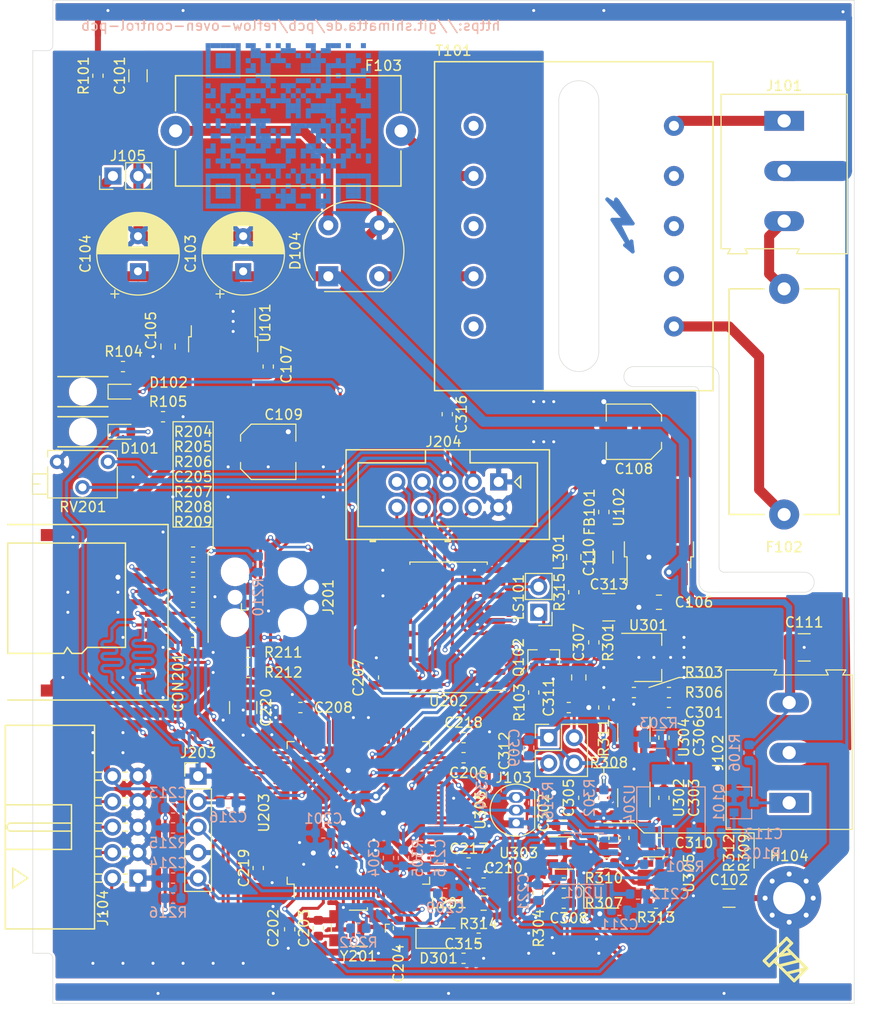
<source format=kicad_pcb>
(kicad_pcb (version 20171130) (host pcbnew 5.1.5)

  (general
    (thickness 1.6)
    (drawings 55)
    (tracks 1856)
    (zones 0)
    (modules 130)
    (nets 134)
  )

  (page A4)
  (layers
    (0 F.Cu signal)
    (31 B.Cu signal)
    (32 B.Adhes user)
    (33 F.Adhes user)
    (34 B.Paste user)
    (35 F.Paste user)
    (36 B.SilkS user)
    (37 F.SilkS user)
    (38 B.Mask user)
    (39 F.Mask user)
    (40 Dwgs.User user)
    (41 Cmts.User user)
    (42 Eco1.User user)
    (43 Eco2.User user)
    (44 Edge.Cuts user)
    (45 Margin user)
    (46 B.CrtYd user)
    (47 F.CrtYd user)
    (48 B.Fab user)
    (49 F.Fab user)
  )

  (setup
    (last_trace_width 0.6)
    (user_trace_width 0.3)
    (user_trace_width 0.4)
    (user_trace_width 0.6)
    (user_trace_width 1)
    (user_trace_width 2)
    (trace_clearance 0.2)
    (zone_clearance 0.25)
    (zone_45_only no)
    (trace_min 0.21)
    (via_size 0.5)
    (via_drill 0.3)
    (via_min_size 0.4)
    (via_min_drill 0.3)
    (user_via 0.9 0.5)
    (uvia_size 0.3)
    (uvia_drill 0.1)
    (uvias_allowed no)
    (uvia_min_size 0.2)
    (uvia_min_drill 0.1)
    (edge_width 0.05)
    (segment_width 0.2)
    (pcb_text_width 0.3)
    (pcb_text_size 1.5 1.5)
    (mod_edge_width 0.12)
    (mod_text_size 1 1)
    (mod_text_width 0.15)
    (pad_size 0.7874 0.7874)
    (pad_drill 0)
    (pad_to_mask_clearance 0.051)
    (solder_mask_min_width 0.25)
    (aux_axis_origin 13 13)
    (grid_origin 13 13)
    (visible_elements FFFFFF7F)
    (pcbplotparams
      (layerselection 0x010fc_ffffffff)
      (usegerberextensions false)
      (usegerberattributes false)
      (usegerberadvancedattributes false)
      (creategerberjobfile false)
      (excludeedgelayer true)
      (linewidth 0.100000)
      (plotframeref false)
      (viasonmask false)
      (mode 1)
      (useauxorigin false)
      (hpglpennumber 1)
      (hpglpenspeed 20)
      (hpglpendiameter 15.000000)
      (psnegative false)
      (psa4output false)
      (plotreference true)
      (plotvalue true)
      (plotinvisibletext false)
      (padsonsilk false)
      (subtractmaskfromsilk false)
      (outputformat 1)
      (mirror false)
      (drillshape 1)
      (scaleselection 1)
      (outputdirectory ""))
  )

  (net 0 "")
  (net 1 Earth)
  (net 2 GND)
  (net 3 +8V)
  (net 4 +3V3)
  (net 5 +5V)
  (net 6 "Net-(C112-Pad2)")
  (net 7 "Net-(C203-Pad1)")
  (net 8 "Net-(C204-Pad1)")
  (net 9 "Net-(C206-Pad1)")
  (net 10 "Net-(C208-Pad1)")
  (net 11 /Controller/ENC1)
  (net 12 /Controller/ENC2)
  (net 13 /Controller/VREF)
  (net 14 /Controller/SW1)
  (net 15 "Net-(C301-Pad1)")
  (net 16 +5VA)
  (net 17 "Net-(C305-Pad1)")
  (net 18 "Net-(C305-Pad2)")
  (net 19 "Net-(C308-Pad1)")
  (net 20 /Frontend/FORCE+)
  (net 21 /Frontend/FORCE-)
  (net 22 /Frontend/SENS+)
  (net 23 /Frontend/SENS-)
  (net 24 /Controller/SDIO_D1)
  (net 25 /Controller/SDIO_D0)
  (net 26 /Controller/SDIO_CLK)
  (net 27 /Controller/SDIO_CMD)
  (net 28 /Controller/SDIO_D3)
  (net 29 /Controller/SDIO_D2)
  (net 30 "Net-(D101-Pad1)")
  (net 31 "Net-(D102-Pad1)")
  (net 32 "Net-(D104-Pad4)")
  (net 33 "Net-(D104-Pad2)")
  (net 34 /Controller/TEMP_IN)
  (net 35 /L_Trafo)
  (net 36 /L_IN)
  (net 37 "Net-(F103-Pad2)")
  (net 38 /N_IN)
  (net 39 "Net-(J102-Pad1)")
  (net 40 /DIGIO3)
  (net 41 /DIGIO2)
  (net 42 /DIGIO1)
  (net 43 /DIGIO0)
  (net 44 /Controller/SWDIO)
  (net 45 /Controller/SWCLK)
  (net 46 "Net-(J201-Pad5)")
  (net 47 "Net-(J201-Pad6)")
  (net 48 /Controller/PC_RX)
  (net 49 "Net-(J201-Pad8)")
  (net 50 /Controller/PC_TX)
  (net 51 /Controller/~RST)
  (net 52 "Net-(L301-Pad2)")
  (net 53 "Net-(LS101-Pad1)")
  (net 54 "Net-(Q102-Pad1)")
  (net 55 "Net-(R309-Pad1)")
  (net 56 "Net-(R310-Pad2)")
  (net 57 /Controller/LCD_VO)
  (net 58 "Net-(U202-Pad2)")
  (net 59 "Net-(U202-Pad4)")
  (net 60 "Net-(U202-Pad6)")
  (net 61 "Net-(U202-Pad7)")
  (net 62 "Net-(U202-Pad8)")
  (net 63 "Net-(U202-Pad9)")
  (net 64 "Net-(U202-Pad15)")
  (net 65 "Net-(U202-Pad17)")
  (net 66 "Net-(U203-Pad2)")
  (net 67 "Net-(U203-Pad3)")
  (net 68 "Net-(U203-Pad4)")
  (net 69 "Net-(U203-Pad5)")
  (net 70 "Net-(U203-Pad7)")
  (net 71 "Net-(U203-Pad8)")
  (net 72 "Net-(U203-Pad9)")
  (net 73 "Net-(U203-Pad15)")
  (net 74 "Net-(U203-Pad16)")
  (net 75 "Net-(U203-Pad17)")
  (net 76 "Net-(U203-Pad18)")
  (net 77 "Net-(U203-Pad26)")
  (net 78 "Net-(U203-Pad29)")
  (net 79 "Net-(U203-Pad32)")
  (net 80 "Net-(U203-Pad33)")
  (net 81 "Net-(U203-Pad38)")
  (net 82 "Net-(U203-Pad39)")
  (net 83 "Net-(U203-Pad40)")
  (net 84 "Net-(U203-Pad41)")
  (net 85 "Net-(U203-Pad42)")
  (net 86 "Net-(U203-Pad43)")
  (net 87 "Net-(U203-Pad44)")
  (net 88 "Net-(U203-Pad45)")
  (net 89 "Net-(U203-Pad46)")
  (net 90 "Net-(U203-Pad51)")
  (net 91 "Net-(U203-Pad52)")
  (net 92 "Net-(U203-Pad53)")
  (net 93 "Net-(U203-Pad54)")
  (net 94 "Net-(U203-Pad59)")
  (net 95 "Net-(U203-Pad60)")
  (net 96 "Net-(U203-Pad61)")
  (net 97 "Net-(U203-Pad62)")
  (net 98 "Net-(U203-Pad63)")
  (net 99 "Net-(U203-Pad64)")
  (net 100 "Net-(U203-Pad67)")
  (net 101 "Net-(U203-Pad70)")
  (net 102 "Net-(U203-Pad71)")
  (net 103 "Net-(U203-Pad77)")
  (net 104 "Net-(U203-Pad81)")
  (net 105 "Net-(U203-Pad82)")
  (net 106 "Net-(U203-Pad84)")
  (net 107 "Net-(U203-Pad86)")
  (net 108 "Net-(U203-Pad95)")
  (net 109 "Net-(U203-Pad96)")
  (net 110 "Net-(U203-Pad97)")
  (net 111 "Net-(U203-Pad98)")
  (net 112 /Controller/LCD_RS)
  (net 113 /Controller/LCD_EN)
  (net 114 /Controller/LCD_D3)
  (net 115 /Controller/LCD_D0)
  (net 116 /Controller/LCD_D2)
  (net 117 /Controller/LCD_D1)
  (net 118 "Net-(C308-Pad2)")
  (net 119 "Net-(U203-Pad34)")
  (net 120 "Net-(CON201-Pad9)")
  (net 121 "Net-(C307-Pad1)")
  (net 122 /Controller/FRONTEND_TEMP)
  (net 123 /OUT0)
  (net 124 /OUT3)
  (net 125 /OUT2)
  (net 126 /OUT1)
  (net 127 /Controller/VDDA)
  (net 128 /Frontend/ADC_VDD)
  (net 129 /Frontend/ADC_CS)
  (net 130 /Frontend/ADC_SCK)
  (net 131 /Frontend/ADC_SDO)
  (net 132 /Frontend/ADC_TEMP)
  (net 133 +5VL)

  (net_class Default "This is the default net class."
    (clearance 0.2)
    (trace_width 0.25)
    (via_dia 0.5)
    (via_drill 0.3)
    (uvia_dia 0.3)
    (uvia_drill 0.1)
    (diff_pair_width 0.21)
    (diff_pair_gap 0.25)
    (add_net +3V3)
    (add_net +5V)
    (add_net +5VA)
    (add_net +5VL)
    (add_net +8V)
    (add_net /Controller/ENC1)
    (add_net /Controller/ENC2)
    (add_net /Controller/FRONTEND_TEMP)
    (add_net /Controller/LCD_D0)
    (add_net /Controller/LCD_D1)
    (add_net /Controller/LCD_D2)
    (add_net /Controller/LCD_D3)
    (add_net /Controller/LCD_EN)
    (add_net /Controller/LCD_RS)
    (add_net /Controller/LCD_VO)
    (add_net /Controller/PC_RX)
    (add_net /Controller/PC_TX)
    (add_net /Controller/SDIO_CLK)
    (add_net /Controller/SDIO_CMD)
    (add_net /Controller/SDIO_D0)
    (add_net /Controller/SDIO_D1)
    (add_net /Controller/SDIO_D2)
    (add_net /Controller/SDIO_D3)
    (add_net /Controller/SW1)
    (add_net /Controller/SWCLK)
    (add_net /Controller/SWDIO)
    (add_net /Controller/TEMP_IN)
    (add_net /Controller/VDDA)
    (add_net /Controller/VREF)
    (add_net /Controller/~RST)
    (add_net /DIGIO0)
    (add_net /DIGIO1)
    (add_net /DIGIO2)
    (add_net /DIGIO3)
    (add_net /Frontend/ADC_CS)
    (add_net /Frontend/ADC_SCK)
    (add_net /Frontend/ADC_SDO)
    (add_net /Frontend/ADC_TEMP)
    (add_net /Frontend/ADC_VDD)
    (add_net /Frontend/FORCE+)
    (add_net /Frontend/FORCE-)
    (add_net /Frontend/SENS+)
    (add_net /Frontend/SENS-)
    (add_net /OUT0)
    (add_net /OUT1)
    (add_net /OUT2)
    (add_net /OUT3)
    (add_net Earth)
    (add_net GND)
    (add_net "Net-(C112-Pad2)")
    (add_net "Net-(C203-Pad1)")
    (add_net "Net-(C204-Pad1)")
    (add_net "Net-(C206-Pad1)")
    (add_net "Net-(C208-Pad1)")
    (add_net "Net-(C301-Pad1)")
    (add_net "Net-(C305-Pad1)")
    (add_net "Net-(C305-Pad2)")
    (add_net "Net-(C307-Pad1)")
    (add_net "Net-(C308-Pad1)")
    (add_net "Net-(C308-Pad2)")
    (add_net "Net-(CON201-Pad9)")
    (add_net "Net-(D101-Pad1)")
    (add_net "Net-(D102-Pad1)")
    (add_net "Net-(D104-Pad2)")
    (add_net "Net-(D104-Pad4)")
    (add_net "Net-(F103-Pad2)")
    (add_net "Net-(J102-Pad1)")
    (add_net "Net-(J201-Pad5)")
    (add_net "Net-(J201-Pad6)")
    (add_net "Net-(J201-Pad8)")
    (add_net "Net-(L301-Pad2)")
    (add_net "Net-(LS101-Pad1)")
    (add_net "Net-(Q102-Pad1)")
    (add_net "Net-(R309-Pad1)")
    (add_net "Net-(R310-Pad2)")
    (add_net "Net-(U202-Pad15)")
    (add_net "Net-(U202-Pad17)")
    (add_net "Net-(U202-Pad2)")
    (add_net "Net-(U202-Pad4)")
    (add_net "Net-(U202-Pad6)")
    (add_net "Net-(U202-Pad7)")
    (add_net "Net-(U202-Pad8)")
    (add_net "Net-(U202-Pad9)")
    (add_net "Net-(U203-Pad15)")
    (add_net "Net-(U203-Pad16)")
    (add_net "Net-(U203-Pad17)")
    (add_net "Net-(U203-Pad18)")
    (add_net "Net-(U203-Pad2)")
    (add_net "Net-(U203-Pad26)")
    (add_net "Net-(U203-Pad29)")
    (add_net "Net-(U203-Pad3)")
    (add_net "Net-(U203-Pad32)")
    (add_net "Net-(U203-Pad33)")
    (add_net "Net-(U203-Pad34)")
    (add_net "Net-(U203-Pad38)")
    (add_net "Net-(U203-Pad39)")
    (add_net "Net-(U203-Pad4)")
    (add_net "Net-(U203-Pad40)")
    (add_net "Net-(U203-Pad41)")
    (add_net "Net-(U203-Pad42)")
    (add_net "Net-(U203-Pad43)")
    (add_net "Net-(U203-Pad44)")
    (add_net "Net-(U203-Pad45)")
    (add_net "Net-(U203-Pad46)")
    (add_net "Net-(U203-Pad5)")
    (add_net "Net-(U203-Pad51)")
    (add_net "Net-(U203-Pad52)")
    (add_net "Net-(U203-Pad53)")
    (add_net "Net-(U203-Pad54)")
    (add_net "Net-(U203-Pad59)")
    (add_net "Net-(U203-Pad60)")
    (add_net "Net-(U203-Pad61)")
    (add_net "Net-(U203-Pad62)")
    (add_net "Net-(U203-Pad63)")
    (add_net "Net-(U203-Pad64)")
    (add_net "Net-(U203-Pad67)")
    (add_net "Net-(U203-Pad7)")
    (add_net "Net-(U203-Pad70)")
    (add_net "Net-(U203-Pad71)")
    (add_net "Net-(U203-Pad77)")
    (add_net "Net-(U203-Pad8)")
    (add_net "Net-(U203-Pad81)")
    (add_net "Net-(U203-Pad82)")
    (add_net "Net-(U203-Pad84)")
    (add_net "Net-(U203-Pad86)")
    (add_net "Net-(U203-Pad9)")
    (add_net "Net-(U203-Pad95)")
    (add_net "Net-(U203-Pad96)")
    (add_net "Net-(U203-Pad97)")
    (add_net "Net-(U203-Pad98)")
  )

  (net_class HV ""
    (clearance 2.5)
    (trace_width 1)
    (via_dia 0.5)
    (via_drill 0.3)
    (uvia_dia 0.3)
    (uvia_drill 0.1)
    (diff_pair_width 0.21)
    (diff_pair_gap 0.25)
    (add_net /L_IN)
    (add_net /L_Trafo)
    (add_net /N_IN)
  )

  (module qr:git-url (layer B.Cu) (tedit 5E03B16A) (tstamp 5E058CBF)
    (at 36.75 25.25)
    (fp_text reference QR***** (at 0 -9.75) (layer B.SilkS) hide
      (effects (font (size 1 1) (thickness 0.15)) (justify mirror))
    )
    (fp_text value https://git.shimatta.de/pcb/reflow-oven-control-pcb (at 0 -9.75 180) (layer B.SilkS)
      (effects (font (size 1 1) (thickness 0.15)) (justify mirror))
    )
    (fp_poly (pts (xy 8.3 -8.3) (xy 8.3 8.3) (xy -8.3 8.3) (xy -8.3 -8.3)) (layer B.Mask) (width 0))
    (fp_line (start -8.35 -8.35) (end -8.35 8.35) (layer B.CrtYd) (width 0.05))
    (fp_line (start 8.35 -8.35) (end -8.35 -8.35) (layer B.CrtYd) (width 0.05))
    (fp_line (start 8.35 8.35) (end 8.35 -8.35) (layer B.CrtYd) (width 0.05))
    (fp_line (start -8.35 8.35) (end 8.35 8.35) (layer B.CrtYd) (width 0.05))
    (pad "" smd rect (at 7.25 -7.75) (size 0.5 0.5) (layers B.Cu))
    (pad "" smd rect (at 5.75 -7.75) (size 0.5 0.5) (layers B.Cu))
    (pad "" smd rect (at 4.75 -7.75) (size 0.5 0.5) (layers B.Cu))
    (pad "" smd rect (at 4.25 -7.75) (size 0.5 0.5) (layers B.Cu))
    (pad "" smd rect (at 3.75 -7.75) (size 0.5 0.5) (layers B.Cu))
    (pad "" smd rect (at 2.25 -7.75) (size 0.5 0.5) (layers B.Cu))
    (pad "" smd rect (at 1.75 -7.75) (size 0.5 0.5) (layers B.Cu))
    (pad "" smd rect (at -0.25 -7.75) (size 0.5 0.5) (layers B.Cu))
    (pad "" smd rect (at -1.25 -7.75) (size 0.5 0.5) (layers B.Cu))
    (pad "" smd rect (at -2.25 -7.75) (size 0.5 0.5) (layers B.Cu))
    (pad "" smd rect (at -3.75 -7.75) (size 0.5 0.5) (layers B.Cu))
    (pad "" smd rect (at -4.25 -7.75) (size 0.5 0.5) (layers B.Cu))
    (pad "" smd rect (at -5.25 -7.75) (size 0.5 0.5) (layers B.Cu))
    (pad "" smd rect (at -5.75 -7.75) (size 0.5 0.5) (layers B.Cu))
    (pad "" smd rect (at -6.25 -7.75) (size 0.5 0.5) (layers B.Cu))
    (pad "" smd rect (at -6.75 -7.75) (size 0.5 0.5) (layers B.Cu))
    (pad "" smd rect (at -7.25 -7.75) (size 0.5 0.5) (layers B.Cu))
    (pad "" smd rect (at -7.75 -7.75) (size 0.5 0.5) (layers B.Cu))
    (pad "" smd rect (at -8.25 -7.75) (size 0.5 0.5) (layers B.Cu))
    (pad "" smd rect (at 3.75 -7.25) (size 0.5 0.5) (layers B.Cu))
    (pad "" smd rect (at 3.25 -7.25) (size 0.5 0.5) (layers B.Cu))
    (pad "" smd rect (at 2.25 -7.25) (size 0.5 0.5) (layers B.Cu))
    (pad "" smd rect (at 0.25 -7.25) (size 0.5 0.5) (layers B.Cu))
    (pad "" smd rect (at -0.25 -7.25) (size 0.5 0.5) (layers B.Cu))
    (pad "" smd rect (at -0.75 -7.25) (size 0.5 0.5) (layers B.Cu))
    (pad "" smd rect (at -3.25 -7.25) (size 0.5 0.5) (layers B.Cu))
    (pad "" smd rect (at -3.75 -7.25) (size 0.5 0.5) (layers B.Cu))
    (pad "" smd rect (at -5.25 -7.25) (size 0.5 0.5) (layers B.Cu))
    (pad "" smd rect (at -8.25 -7.25) (size 0.5 0.5) (layers B.Cu))
    (pad "" smd rect (at 7.75 -6.75) (size 0.5 0.5) (layers B.Cu))
    (pad "" smd rect (at 6.25 -6.75) (size 0.5 0.5) (layers B.Cu))
    (pad "" smd rect (at 5.75 -6.75) (size 0.5 0.5) (layers B.Cu))
    (pad "" smd rect (at 2.75 -6.75) (size 0.5 0.5) (layers B.Cu))
    (pad "" smd rect (at 1.75 -6.75) (size 0.5 0.5) (layers B.Cu))
    (pad "" smd rect (at 0.75 -6.75) (size 0.5 0.5) (layers B.Cu))
    (pad "" smd rect (at -1.25 -6.75) (size 0.5 0.5) (layers B.Cu))
    (pad "" smd rect (at -2.75 -6.75) (size 0.5 0.5) (layers B.Cu))
    (pad "" smd rect (at -3.25 -6.75) (size 0.5 0.5) (layers B.Cu))
    (pad "" smd rect (at -3.75 -6.75) (size 0.5 0.5) (layers B.Cu))
    (pad "" smd rect (at -5.25 -6.75) (size 0.5 0.5) (layers B.Cu))
    (pad "" smd rect (at -6.25 -6.75) (size 0.5 0.5) (layers B.Cu))
    (pad "" smd rect (at -6.75 -6.75) (size 0.5 0.5) (layers B.Cu))
    (pad "" smd rect (at -7.25 -6.75) (size 0.5 0.5) (layers B.Cu))
    (pad "" smd rect (at -8.25 -6.75) (size 0.5 0.5) (layers B.Cu))
    (pad "" smd rect (at 6.75 -6.25) (size 0.5 0.5) (layers B.Cu))
    (pad "" smd rect (at 6.25 -6.25) (size 0.5 0.5) (layers B.Cu))
    (pad "" smd rect (at 5.75 -6.25) (size 0.5 0.5) (layers B.Cu))
    (pad "" smd rect (at 4.75 -6.25) (size 0.5 0.5) (layers B.Cu))
    (pad "" smd rect (at 3.25 -6.25) (size 0.5 0.5) (layers B.Cu))
    (pad "" smd rect (at 2.75 -6.25) (size 0.5 0.5) (layers B.Cu))
    (pad "" smd rect (at 2.25 -6.25) (size 0.5 0.5) (layers B.Cu))
    (pad "" smd rect (at -0.75 -6.25) (size 0.5 0.5) (layers B.Cu))
    (pad "" smd rect (at -1.25 -6.25) (size 0.5 0.5) (layers B.Cu))
    (pad "" smd rect (at -1.75 -6.25) (size 0.5 0.5) (layers B.Cu))
    (pad "" smd rect (at -2.75 -6.25) (size 0.5 0.5) (layers B.Cu))
    (pad "" smd rect (at -4.25 -6.25) (size 0.5 0.5) (layers B.Cu))
    (pad "" smd rect (at -5.25 -6.25) (size 0.5 0.5) (layers B.Cu))
    (pad "" smd rect (at -6.25 -6.25) (size 0.5 0.5) (layers B.Cu))
    (pad "" smd rect (at -6.75 -6.25) (size 0.5 0.5) (layers B.Cu))
    (pad "" smd rect (at -7.25 -6.25) (size 0.5 0.5) (layers B.Cu))
    (pad "" smd rect (at -8.25 -6.25) (size 0.5 0.5) (layers B.Cu))
    (pad "" smd rect (at 7.75 -5.75) (size 0.5 0.5) (layers B.Cu))
    (pad "" smd rect (at 6.25 -5.75) (size 0.5 0.5) (layers B.Cu))
    (pad "" smd rect (at 5.75 -5.75) (size 0.5 0.5) (layers B.Cu))
    (pad "" smd rect (at 5.25 -5.75) (size 0.5 0.5) (layers B.Cu))
    (pad "" smd rect (at 4.75 -5.75) (size 0.5 0.5) (layers B.Cu))
    (pad "" smd rect (at 4.25 -5.75) (size 0.5 0.5) (layers B.Cu))
    (pad "" smd rect (at 3.75 -5.75) (size 0.5 0.5) (layers B.Cu))
    (pad "" smd rect (at 2.75 -5.75) (size 0.5 0.5) (layers B.Cu))
    (pad "" smd rect (at 2.25 -5.75) (size 0.5 0.5) (layers B.Cu))
    (pad "" smd rect (at 1.75 -5.75) (size 0.5 0.5) (layers B.Cu))
    (pad "" smd rect (at 1.25 -5.75) (size 0.5 0.5) (layers B.Cu))
    (pad "" smd rect (at -0.25 -5.75) (size 0.5 0.5) (layers B.Cu))
    (pad "" smd rect (at -2.25 -5.75) (size 0.5 0.5) (layers B.Cu))
    (pad "" smd rect (at -2.75 -5.75) (size 0.5 0.5) (layers B.Cu))
    (pad "" smd rect (at -3.75 -5.75) (size 0.5 0.5) (layers B.Cu))
    (pad "" smd rect (at -5.25 -5.75) (size 0.5 0.5) (layers B.Cu))
    (pad "" smd rect (at -6.25 -5.75) (size 0.5 0.5) (layers B.Cu))
    (pad "" smd rect (at -6.75 -5.75) (size 0.5 0.5) (layers B.Cu))
    (pad "" smd rect (at -7.25 -5.75) (size 0.5 0.5) (layers B.Cu))
    (pad "" smd rect (at -8.25 -5.75) (size 0.5 0.5) (layers B.Cu))
    (pad "" smd rect (at 7.75 -5.25) (size 0.5 0.5) (layers B.Cu))
    (pad "" smd rect (at 7.25 -5.25) (size 0.5 0.5) (layers B.Cu))
    (pad "" smd rect (at 5.75 -5.25) (size 0.5 0.5) (layers B.Cu))
    (pad "" smd rect (at 3.75 -5.25) (size 0.5 0.5) (layers B.Cu))
    (pad "" smd rect (at 2.75 -5.25) (size 0.5 0.5) (layers B.Cu))
    (pad "" smd rect (at 2.25 -5.25) (size 0.5 0.5) (layers B.Cu))
    (pad "" smd rect (at 1.75 -5.25) (size 0.5 0.5) (layers B.Cu))
    (pad "" smd rect (at 1.25 -5.25) (size 0.5 0.5) (layers B.Cu))
    (pad "" smd rect (at -2.25 -5.25) (size 0.5 0.5) (layers B.Cu))
    (pad "" smd rect (at -2.75 -5.25) (size 0.5 0.5) (layers B.Cu))
    (pad "" smd rect (at -3.75 -5.25) (size 0.5 0.5) (layers B.Cu))
    (pad "" smd rect (at -4.25 -5.25) (size 0.5 0.5) (layers B.Cu))
    (pad "" smd rect (at -5.25 -5.25) (size 0.5 0.5) (layers B.Cu))
    (pad "" smd rect (at -8.25 -5.25) (size 0.5 0.5) (layers B.Cu))
    (pad "" smd rect (at 7.25 -4.75) (size 0.5 0.5) (layers B.Cu))
    (pad "" smd rect (at 6.75 -4.75) (size 0.5 0.5) (layers B.Cu))
    (pad "" smd rect (at 6.25 -4.75) (size 0.5 0.5) (layers B.Cu))
    (pad "" smd rect (at 5.75 -4.75) (size 0.5 0.5) (layers B.Cu))
    (pad "" smd rect (at 4.75 -4.75) (size 0.5 0.5) (layers B.Cu))
    (pad "" smd rect (at 3.75 -4.75) (size 0.5 0.5) (layers B.Cu))
    (pad "" smd rect (at -2.25 -4.75) (size 0.5 0.5) (layers B.Cu))
    (pad "" smd rect (at -2.75 -4.75) (size 0.5 0.5) (layers B.Cu))
    (pad "" smd rect (at -3.25 -4.75) (size 0.5 0.5) (layers B.Cu))
    (pad "" smd rect (at -5.25 -4.75) (size 0.5 0.5) (layers B.Cu))
    (pad "" smd rect (at -5.75 -4.75) (size 0.5 0.5) (layers B.Cu))
    (pad "" smd rect (at -6.25 -4.75) (size 0.5 0.5) (layers B.Cu))
    (pad "" smd rect (at -6.75 -4.75) (size 0.5 0.5) (layers B.Cu))
    (pad "" smd rect (at -7.25 -4.75) (size 0.5 0.5) (layers B.Cu))
    (pad "" smd rect (at -7.75 -4.75) (size 0.5 0.5) (layers B.Cu))
    (pad "" smd rect (at -8.25 -4.75) (size 0.5 0.5) (layers B.Cu))
    (pad "" smd rect (at 7.75 -4.25) (size 0.5 0.5) (layers B.Cu))
    (pad "" smd rect (at 6.25 -4.25) (size 0.5 0.5) (layers B.Cu))
    (pad "" smd rect (at 5.75 -4.25) (size 0.5 0.5) (layers B.Cu))
    (pad "" smd rect (at 3.75 -4.25) (size 0.5 0.5) (layers B.Cu))
    (pad "" smd rect (at 2.75 -4.25) (size 0.5 0.5) (layers B.Cu))
    (pad "" smd rect (at 1.75 -4.25) (size 0.5 0.5) (layers B.Cu))
    (pad "" smd rect (at 1.25 -4.25) (size 0.5 0.5) (layers B.Cu))
    (pad "" smd rect (at 0.75 -4.25) (size 0.5 0.5) (layers B.Cu))
    (pad "" smd rect (at -1.75 -4.25) (size 0.5 0.5) (layers B.Cu))
    (pad "" smd rect (at -2.25 -4.25) (size 0.5 0.5) (layers B.Cu))
    (pad "" smd rect (at -2.75 -4.25) (size 0.5 0.5) (layers B.Cu))
    (pad "" smd rect (at -3.75 -4.25) (size 0.5 0.5) (layers B.Cu))
    (pad "" smd rect (at -4.25 -4.25) (size 0.5 0.5) (layers B.Cu))
    (pad "" smd rect (at 7.75 -3.75) (size 0.5 0.5) (layers B.Cu))
    (pad "" smd rect (at 5.75 -3.75) (size 0.5 0.5) (layers B.Cu))
    (pad "" smd rect (at 5.25 -3.75) (size 0.5 0.5) (layers B.Cu))
    (pad "" smd rect (at 4.75 -3.75) (size 0.5 0.5) (layers B.Cu))
    (pad "" smd rect (at 4.25 -3.75) (size 0.5 0.5) (layers B.Cu))
    (pad "" smd rect (at 3.75 -3.75) (size 0.5 0.5) (layers B.Cu))
    (pad "" smd rect (at 3.25 -3.75) (size 0.5 0.5) (layers B.Cu))
    (pad "" smd rect (at 2.25 -3.75) (size 0.5 0.5) (layers B.Cu))
    (pad "" smd rect (at 0.25 -3.75) (size 0.5 0.5) (layers B.Cu))
    (pad "" smd rect (at -0.25 -3.75) (size 0.5 0.5) (layers B.Cu))
    (pad "" smd rect (at -0.75 -3.75) (size 0.5 0.5) (layers B.Cu))
    (pad "" smd rect (at -2.25 -3.75) (size 0.5 0.5) (layers B.Cu))
    (pad "" smd rect (at -4.75 -3.75) (size 0.5 0.5) (layers B.Cu))
    (pad "" smd rect (at -5.25 -3.75) (size 0.5 0.5) (layers B.Cu))
    (pad "" smd rect (at -5.75 -3.75) (size 0.5 0.5) (layers B.Cu))
    (pad "" smd rect (at -6.25 -3.75) (size 0.5 0.5) (layers B.Cu))
    (pad "" smd rect (at -6.75 -3.75) (size 0.5 0.5) (layers B.Cu))
    (pad "" smd rect (at -8.25 -3.75) (size 0.5 0.5) (layers B.Cu))
    (pad "" smd rect (at 6.25 -3.25) (size 0.5 0.5) (layers B.Cu))
    (pad "" smd rect (at 3.75 -3.25) (size 0.5 0.5) (layers B.Cu))
    (pad "" smd rect (at 3.25 -3.25) (size 0.5 0.5) (layers B.Cu))
    (pad "" smd rect (at 2.75 -3.25) (size 0.5 0.5) (layers B.Cu))
    (pad "" smd rect (at 2.25 -3.25) (size 0.5 0.5) (layers B.Cu))
    (pad "" smd rect (at 1.75 -3.25) (size 0.5 0.5) (layers B.Cu))
    (pad "" smd rect (at 0.75 -3.25) (size 0.5 0.5) (layers B.Cu))
    (pad "" smd rect (at -0.25 -3.25) (size 0.5 0.5) (layers B.Cu))
    (pad "" smd rect (at -1.75 -3.25) (size 0.5 0.5) (layers B.Cu))
    (pad "" smd rect (at -2.75 -3.25) (size 0.5 0.5) (layers B.Cu))
    (pad "" smd rect (at -3.25 -3.25) (size 0.5 0.5) (layers B.Cu))
    (pad "" smd rect (at -3.75 -3.25) (size 0.5 0.5) (layers B.Cu))
    (pad "" smd rect (at -4.25 -3.25) (size 0.5 0.5) (layers B.Cu))
    (pad "" smd rect (at -4.75 -3.25) (size 0.5 0.5) (layers B.Cu))
    (pad "" smd rect (at -6.25 -3.25) (size 0.5 0.5) (layers B.Cu))
    (pad "" smd rect (at -6.75 -3.25) (size 0.5 0.5) (layers B.Cu))
    (pad "" smd rect (at -7.75 -3.25) (size 0.5 0.5) (layers B.Cu))
    (pad "" smd rect (at 7.75 -2.75) (size 0.5 0.5) (layers B.Cu))
    (pad "" smd rect (at 6.75 -2.75) (size 0.5 0.5) (layers B.Cu))
    (pad "" smd rect (at 6.25 -2.75) (size 0.5 0.5) (layers B.Cu))
    (pad "" smd rect (at 5.75 -2.75) (size 0.5 0.5) (layers B.Cu))
    (pad "" smd rect (at 4.75 -2.75) (size 0.5 0.5) (layers B.Cu))
    (pad "" smd rect (at 2.75 -2.75) (size 0.5 0.5) (layers B.Cu))
    (pad "" smd rect (at 1.25 -2.75) (size 0.5 0.5) (layers B.Cu))
    (pad "" smd rect (at 0.25 -2.75) (size 0.5 0.5) (layers B.Cu))
    (pad "" smd rect (at -0.75 -2.75) (size 0.5 0.5) (layers B.Cu))
    (pad "" smd rect (at -2.75 -2.75) (size 0.5 0.5) (layers B.Cu))
    (pad "" smd rect (at -3.75 -2.75) (size 0.5 0.5) (layers B.Cu))
    (pad "" smd rect (at -4.75 -2.75) (size 0.5 0.5) (layers B.Cu))
    (pad "" smd rect (at -5.25 -2.75) (size 0.5 0.5) (layers B.Cu))
    (pad "" smd rect (at -6.75 -2.75) (size 0.5 0.5) (layers B.Cu))
    (pad "" smd rect (at -7.75 -2.75) (size 0.5 0.5) (layers B.Cu))
    (pad "" smd rect (at -8.25 -2.75) (size 0.5 0.5) (layers B.Cu))
    (pad "" smd rect (at 7.75 -2.25) (size 0.5 0.5) (layers B.Cu))
    (pad "" smd rect (at 7.25 -2.25) (size 0.5 0.5) (layers B.Cu))
    (pad "" smd rect (at 6.75 -2.25) (size 0.5 0.5) (layers B.Cu))
    (pad "" smd rect (at 4.75 -2.25) (size 0.5 0.5) (layers B.Cu))
    (pad "" smd rect (at 4.25 -2.25) (size 0.5 0.5) (layers B.Cu))
    (pad "" smd rect (at 3.75 -2.25) (size 0.5 0.5) (layers B.Cu))
    (pad "" smd rect (at 1.75 -2.25) (size 0.5 0.5) (layers B.Cu))
    (pad "" smd rect (at 0.75 -2.25) (size 0.5 0.5) (layers B.Cu))
    (pad "" smd rect (at -0.25 -2.25) (size 0.5 0.5) (layers B.Cu))
    (pad "" smd rect (at -0.75 -2.25) (size 0.5 0.5) (layers B.Cu))
    (pad "" smd rect (at -1.25 -2.25) (size 0.5 0.5) (layers B.Cu))
    (pad "" smd rect (at -1.75 -2.25) (size 0.5 0.5) (layers B.Cu))
    (pad "" smd rect (at -2.25 -2.25) (size 0.5 0.5) (layers B.Cu))
    (pad "" smd rect (at -3.25 -2.25) (size 0.5 0.5) (layers B.Cu))
    (pad "" smd rect (at -3.75 -2.25) (size 0.5 0.5) (layers B.Cu))
    (pad "" smd rect (at -4.25 -2.25) (size 0.5 0.5) (layers B.Cu))
    (pad "" smd rect (at -5.75 -2.25) (size 0.5 0.5) (layers B.Cu))
    (pad "" smd rect (at -6.75 -2.25) (size 0.5 0.5) (layers B.Cu))
    (pad "" smd rect (at 7.75 -1.75) (size 0.5 0.5) (layers B.Cu))
    (pad "" smd rect (at 7.25 -1.75) (size 0.5 0.5) (layers B.Cu))
    (pad "" smd rect (at 4.25 -1.75) (size 0.5 0.5) (layers B.Cu))
    (pad "" smd rect (at 3.75 -1.75) (size 0.5 0.5) (layers B.Cu))
    (pad "" smd rect (at 3.25 -1.75) (size 0.5 0.5) (layers B.Cu))
    (pad "" smd rect (at 2.75 -1.75) (size 0.5 0.5) (layers B.Cu))
    (pad "" smd rect (at 2.25 -1.75) (size 0.5 0.5) (layers B.Cu))
    (pad "" smd rect (at 0.75 -1.75) (size 0.5 0.5) (layers B.Cu))
    (pad "" smd rect (at 0.25 -1.75) (size 0.5 0.5) (layers B.Cu))
    (pad "" smd rect (at -0.25 -1.75) (size 0.5 0.5) (layers B.Cu))
    (pad "" smd rect (at -1.75 -1.75) (size 0.5 0.5) (layers B.Cu))
    (pad "" smd rect (at -4.25 -1.75) (size 0.5 0.5) (layers B.Cu))
    (pad "" smd rect (at -5.25 -1.75) (size 0.5 0.5) (layers B.Cu))
    (pad "" smd rect (at -7.25 -1.75) (size 0.5 0.5) (layers B.Cu))
    (pad "" smd rect (at -8.25 -1.75) (size 0.5 0.5) (layers B.Cu))
    (pad "" smd rect (at 5.25 -1.25) (size 0.5 0.5) (layers B.Cu))
    (pad "" smd rect (at 4.25 -1.25) (size 0.5 0.5) (layers B.Cu))
    (pad "" smd rect (at 3.75 -1.25) (size 0.5 0.5) (layers B.Cu))
    (pad "" smd rect (at 3.25 -1.25) (size 0.5 0.5) (layers B.Cu))
    (pad "" smd rect (at 2.75 -1.25) (size 0.5 0.5) (layers B.Cu))
    (pad "" smd rect (at 2.25 -1.25) (size 0.5 0.5) (layers B.Cu))
    (pad "" smd rect (at 1.75 -1.25) (size 0.5 0.5) (layers B.Cu))
    (pad "" smd rect (at 0.75 -1.25) (size 0.5 0.5) (layers B.Cu))
    (pad "" smd rect (at 0.25 -1.25) (size 0.5 0.5) (layers B.Cu))
    (pad "" smd rect (at -0.25 -1.25) (size 0.5 0.5) (layers B.Cu))
    (pad "" smd rect (at -2.75 -1.25) (size 0.5 0.5) (layers B.Cu))
    (pad "" smd rect (at -5.75 -1.25) (size 0.5 0.5) (layers B.Cu))
    (pad "" smd rect (at -6.75 -1.25) (size 0.5 0.5) (layers B.Cu))
    (pad "" smd rect (at -7.75 -1.25) (size 0.5 0.5) (layers B.Cu))
    (pad "" smd rect (at 7.75 -0.75) (size 0.5 0.5) (layers B.Cu))
    (pad "" smd rect (at 7.25 -0.75) (size 0.5 0.5) (layers B.Cu))
    (pad "" smd rect (at 6.75 -0.75) (size 0.5 0.5) (layers B.Cu))
    (pad "" smd rect (at 4.25 -0.75) (size 0.5 0.5) (layers B.Cu))
    (pad "" smd rect (at 3.75 -0.75) (size 0.5 0.5) (layers B.Cu))
    (pad "" smd rect (at 1.75 -0.75) (size 0.5 0.5) (layers B.Cu))
    (pad "" smd rect (at 0.75 -0.75) (size 0.5 0.5) (layers B.Cu))
    (pad "" smd rect (at -0.25 -0.75) (size 0.5 0.5) (layers B.Cu))
    (pad "" smd rect (at -4.25 -0.75) (size 0.5 0.5) (layers B.Cu))
    (pad "" smd rect (at -5.25 -0.75) (size 0.5 0.5) (layers B.Cu))
    (pad "" smd rect (at -5.75 -0.75) (size 0.5 0.5) (layers B.Cu))
    (pad "" smd rect (at -6.25 -0.75) (size 0.5 0.5) (layers B.Cu))
    (pad "" smd rect (at 7.25 -0.25) (size 0.5 0.5) (layers B.Cu))
    (pad "" smd rect (at 6.25 -0.25) (size 0.5 0.5) (layers B.Cu))
    (pad "" smd rect (at 5.25 -0.25) (size 0.5 0.5) (layers B.Cu))
    (pad "" smd rect (at 4.25 -0.25) (size 0.5 0.5) (layers B.Cu))
    (pad "" smd rect (at 3.25 -0.25) (size 0.5 0.5) (layers B.Cu))
    (pad "" smd rect (at -2.25 -0.25) (size 0.5 0.5) (layers B.Cu))
    (pad "" smd rect (at -2.75 -0.25) (size 0.5 0.5) (layers B.Cu))
    (pad "" smd rect (at -3.25 -0.25) (size 0.5 0.5) (layers B.Cu))
    (pad "" smd rect (at -3.75 -0.25) (size 0.5 0.5) (layers B.Cu))
    (pad "" smd rect (at -7.25 -0.25) (size 0.5 0.5) (layers B.Cu))
    (pad "" smd rect (at 7.25 0.25) (size 0.5 0.5) (layers B.Cu))
    (pad "" smd rect (at 5.75 0.25) (size 0.5 0.5) (layers B.Cu))
    (pad "" smd rect (at 4.75 0.25) (size 0.5 0.5) (layers B.Cu))
    (pad "" smd rect (at 3.75 0.25) (size 0.5 0.5) (layers B.Cu))
    (pad "" smd rect (at 3.25 0.25) (size 0.5 0.5) (layers B.Cu))
    (pad "" smd rect (at 2.75 0.25) (size 0.5 0.5) (layers B.Cu))
    (pad "" smd rect (at 2.25 0.25) (size 0.5 0.5) (layers B.Cu))
    (pad "" smd rect (at 1.75 0.25) (size 0.5 0.5) (layers B.Cu))
    (pad "" smd rect (at 1.25 0.25) (size 0.5 0.5) (layers B.Cu))
    (pad "" smd rect (at 0.75 0.25) (size 0.5 0.5) (layers B.Cu))
    (pad "" smd rect (at 0.25 0.25) (size 0.5 0.5) (layers B.Cu))
    (pad "" smd rect (at -2.75 0.25) (size 0.5 0.5) (layers B.Cu))
    (pad "" smd rect (at -3.25 0.25) (size 0.5 0.5) (layers B.Cu))
    (pad "" smd rect (at -4.25 0.25) (size 0.5 0.5) (layers B.Cu))
    (pad "" smd rect (at -5.25 0.25) (size 0.5 0.5) (layers B.Cu))
    (pad "" smd rect (at -5.75 0.25) (size 0.5 0.5) (layers B.Cu))
    (pad "" smd rect (at -6.25 0.25) (size 0.5 0.5) (layers B.Cu))
    (pad "" smd rect (at -7.25 0.25) (size 0.5 0.5) (layers B.Cu))
    (pad "" smd rect (at -8.25 0.25) (size 0.5 0.5) (layers B.Cu))
    (pad "" smd rect (at 7.25 0.75) (size 0.5 0.5) (layers B.Cu))
    (pad "" smd rect (at 6.25 0.75) (size 0.5 0.5) (layers B.Cu))
    (pad "" smd rect (at 4.75 0.75) (size 0.5 0.5) (layers B.Cu))
    (pad "" smd rect (at 3.75 0.75) (size 0.5 0.5) (layers B.Cu))
    (pad "" smd rect (at 2.75 0.75) (size 0.5 0.5) (layers B.Cu))
    (pad "" smd rect (at 2.25 0.75) (size 0.5 0.5) (layers B.Cu))
    (pad "" smd rect (at 0.75 0.75) (size 0.5 0.5) (layers B.Cu))
    (pad "" smd rect (at 0.25 0.75) (size 0.5 0.5) (layers B.Cu))
    (pad "" smd rect (at -0.75 0.75) (size 0.5 0.5) (layers B.Cu))
    (pad "" smd rect (at -1.75 0.75) (size 0.5 0.5) (layers B.Cu))
    (pad "" smd rect (at -3.25 0.75) (size 0.5 0.5) (layers B.Cu))
    (pad "" smd rect (at -4.25 0.75) (size 0.5 0.5) (layers B.Cu))
    (pad "" smd rect (at -6.25 0.75) (size 0.5 0.5) (layers B.Cu))
    (pad "" smd rect (at -6.75 0.75) (size 0.5 0.5) (layers B.Cu))
    (pad "" smd rect (at 7.25 1.25) (size 0.5 0.5) (layers B.Cu))
    (pad "" smd rect (at 5.75 1.25) (size 0.5 0.5) (layers B.Cu))
    (pad "" smd rect (at 5.25 1.25) (size 0.5 0.5) (layers B.Cu))
    (pad "" smd rect (at 4.75 1.25) (size 0.5 0.5) (layers B.Cu))
    (pad "" smd rect (at 4.25 1.25) (size 0.5 0.5) (layers B.Cu))
    (pad "" smd rect (at 3.75 1.25) (size 0.5 0.5) (layers B.Cu))
    (pad "" smd rect (at 3.25 1.25) (size 0.5 0.5) (layers B.Cu))
    (pad "" smd rect (at 2.75 1.25) (size 0.5 0.5) (layers B.Cu))
    (pad "" smd rect (at 0.25 1.25) (size 0.5 0.5) (layers B.Cu))
    (pad "" smd rect (at -1.25 1.25) (size 0.5 0.5) (layers B.Cu))
    (pad "" smd rect (at -2.25 1.25) (size 0.5 0.5) (layers B.Cu))
    (pad "" smd rect (at -2.75 1.25) (size 0.5 0.5) (layers B.Cu))
    (pad "" smd rect (at -3.25 1.25) (size 0.5 0.5) (layers B.Cu))
    (pad "" smd rect (at -4.25 1.25) (size 0.5 0.5) (layers B.Cu))
    (pad "" smd rect (at -4.75 1.25) (size 0.5 0.5) (layers B.Cu))
    (pad "" smd rect (at -5.25 1.25) (size 0.5 0.5) (layers B.Cu))
    (pad "" smd rect (at -5.75 1.25) (size 0.5 0.5) (layers B.Cu))
    (pad "" smd rect (at -7.25 1.25) (size 0.5 0.5) (layers B.Cu))
    (pad "" smd rect (at -7.75 1.25) (size 0.5 0.5) (layers B.Cu))
    (pad "" smd rect (at 7.75 1.75) (size 0.5 0.5) (layers B.Cu))
    (pad "" smd rect (at 7.25 1.75) (size 0.5 0.5) (layers B.Cu))
    (pad "" smd rect (at 5.75 1.75) (size 0.5 0.5) (layers B.Cu))
    (pad "" smd rect (at 4.75 1.75) (size 0.5 0.5) (layers B.Cu))
    (pad "" smd rect (at 3.75 1.75) (size 0.5 0.5) (layers B.Cu))
    (pad "" smd rect (at 2.75 1.75) (size 0.5 0.5) (layers B.Cu))
    (pad "" smd rect (at 0.25 1.75) (size 0.5 0.5) (layers B.Cu))
    (pad "" smd rect (at -0.25 1.75) (size 0.5 0.5) (layers B.Cu))
    (pad "" smd rect (at -0.75 1.75) (size 0.5 0.5) (layers B.Cu))
    (pad "" smd rect (at -1.75 1.75) (size 0.5 0.5) (layers B.Cu))
    (pad "" smd rect (at -2.25 1.75) (size 0.5 0.5) (layers B.Cu))
    (pad "" smd rect (at -2.75 1.75) (size 0.5 0.5) (layers B.Cu))
    (pad "" smd rect (at -3.25 1.75) (size 0.5 0.5) (layers B.Cu))
    (pad "" smd rect (at -4.75 1.75) (size 0.5 0.5) (layers B.Cu))
    (pad "" smd rect (at -5.75 1.75) (size 0.5 0.5) (layers B.Cu))
    (pad "" smd rect (at -6.25 1.75) (size 0.5 0.5) (layers B.Cu))
    (pad "" smd rect (at -6.75 1.75) (size 0.5 0.5) (layers B.Cu))
    (pad "" smd rect (at 7.25 2.25) (size 0.5 0.5) (layers B.Cu))
    (pad "" smd rect (at 6.25 2.25) (size 0.5 0.5) (layers B.Cu))
    (pad "" smd rect (at 4.75 2.25) (size 0.5 0.5) (layers B.Cu))
    (pad "" smd rect (at 3.25 2.25) (size 0.5 0.5) (layers B.Cu))
    (pad "" smd rect (at 2.25 2.25) (size 0.5 0.5) (layers B.Cu))
    (pad "" smd rect (at 1.75 2.25) (size 0.5 0.5) (layers B.Cu))
    (pad "" smd rect (at -0.75 2.25) (size 0.5 0.5) (layers B.Cu))
    (pad "" smd rect (at -2.25 2.25) (size 0.5 0.5) (layers B.Cu))
    (pad "" smd rect (at -2.75 2.25) (size 0.5 0.5) (layers B.Cu))
    (pad "" smd rect (at -3.75 2.25) (size 0.5 0.5) (layers B.Cu))
    (pad "" smd rect (at -4.25 2.25) (size 0.5 0.5) (layers B.Cu))
    (pad "" smd rect (at -4.75 2.25) (size 0.5 0.5) (layers B.Cu))
    (pad "" smd rect (at -5.25 2.25) (size 0.5 0.5) (layers B.Cu))
    (pad "" smd rect (at -5.75 2.25) (size 0.5 0.5) (layers B.Cu))
    (pad "" smd rect (at -7.75 2.25) (size 0.5 0.5) (layers B.Cu))
    (pad "" smd rect (at 6.25 2.75) (size 0.5 0.5) (layers B.Cu))
    (pad "" smd rect (at 5.75 2.75) (size 0.5 0.5) (layers B.Cu))
    (pad "" smd rect (at 4.25 2.75) (size 0.5 0.5) (layers B.Cu))
    (pad "" smd rect (at 3.75 2.75) (size 0.5 0.5) (layers B.Cu))
    (pad "" smd rect (at 3.25 2.75) (size 0.5 0.5) (layers B.Cu))
    (pad "" smd rect (at 2.75 2.75) (size 0.5 0.5) (layers B.Cu))
    (pad "" smd rect (at 2.25 2.75) (size 0.5 0.5) (layers B.Cu))
    (pad "" smd rect (at 1.75 2.75) (size 0.5 0.5) (layers B.Cu))
    (pad "" smd rect (at 1.25 2.75) (size 0.5 0.5) (layers B.Cu))
    (pad "" smd rect (at 0.25 2.75) (size 0.5 0.5) (layers B.Cu))
    (pad "" smd rect (at -0.25 2.75) (size 0.5 0.5) (layers B.Cu))
    (pad "" smd rect (at -1.25 2.75) (size 0.5 0.5) (layers B.Cu))
    (pad "" smd rect (at -2.75 2.75) (size 0.5 0.5) (layers B.Cu))
    (pad "" smd rect (at -3.25 2.75) (size 0.5 0.5) (layers B.Cu))
    (pad "" smd rect (at -3.75 2.75) (size 0.5 0.5) (layers B.Cu))
    (pad "" smd rect (at -4.25 2.75) (size 0.5 0.5) (layers B.Cu))
    (pad "" smd rect (at -5.75 2.75) (size 0.5 0.5) (layers B.Cu))
    (pad "" smd rect (at -6.25 2.75) (size 0.5 0.5) (layers B.Cu))
    (pad "" smd rect (at -6.75 2.75) (size 0.5 0.5) (layers B.Cu))
    (pad "" smd rect (at -7.75 2.75) (size 0.5 0.5) (layers B.Cu))
    (pad "" smd rect (at -8.25 2.75) (size 0.5 0.5) (layers B.Cu))
    (pad "" smd rect (at 7.75 3.25) (size 0.5 0.5) (layers B.Cu))
    (pad "" smd rect (at 6.75 3.25) (size 0.5 0.5) (layers B.Cu))
    (pad "" smd rect (at 5.75 3.25) (size 0.5 0.5) (layers B.Cu))
    (pad "" smd rect (at 5.25 3.25) (size 0.5 0.5) (layers B.Cu))
    (pad "" smd rect (at 3.75 3.25) (size 0.5 0.5) (layers B.Cu))
    (pad "" smd rect (at 2.75 3.25) (size 0.5 0.5) (layers B.Cu))
    (pad "" smd rect (at 2.25 3.25) (size 0.5 0.5) (layers B.Cu))
    (pad "" smd rect (at 1.25 3.25) (size 0.5 0.5) (layers B.Cu))
    (pad "" smd rect (at 0.25 3.25) (size 0.5 0.5) (layers B.Cu))
    (pad "" smd rect (at -0.25 3.25) (size 0.5 0.5) (layers B.Cu))
    (pad "" smd rect (at -4.75 3.25) (size 0.5 0.5) (layers B.Cu))
    (pad "" smd rect (at -5.25 3.25) (size 0.5 0.5) (layers B.Cu))
    (pad "" smd rect (at -5.75 3.25) (size 0.5 0.5) (layers B.Cu))
    (pad "" smd rect (at -6.75 3.25) (size 0.5 0.5) (layers B.Cu))
    (pad "" smd rect (at 7.75 3.75) (size 0.5 0.5) (layers B.Cu))
    (pad "" smd rect (at 5.25 3.75) (size 0.5 0.5) (layers B.Cu))
    (pad "" smd rect (at 4.75 3.75) (size 0.5 0.5) (layers B.Cu))
    (pad "" smd rect (at 4.25 3.75) (size 0.5 0.5) (layers B.Cu))
    (pad "" smd rect (at 3.75 3.75) (size 0.5 0.5) (layers B.Cu))
    (pad "" smd rect (at -0.25 3.75) (size 0.5 0.5) (layers B.Cu))
    (pad "" smd rect (at -2.75 3.75) (size 0.5 0.5) (layers B.Cu))
    (pad "" smd rect (at -3.25 3.75) (size 0.5 0.5) (layers B.Cu))
    (pad "" smd rect (at -3.75 3.75) (size 0.5 0.5) (layers B.Cu))
    (pad "" smd rect (at -4.25 3.75) (size 0.5 0.5) (layers B.Cu))
    (pad "" smd rect (at -4.75 3.75) (size 0.5 0.5) (layers B.Cu))
    (pad "" smd rect (at -6.25 3.75) (size 0.5 0.5) (layers B.Cu))
    (pad "" smd rect (at -6.75 3.75) (size 0.5 0.5) (layers B.Cu))
    (pad "" smd rect (at -7.25 3.75) (size 0.5 0.5) (layers B.Cu))
    (pad "" smd rect (at -8.25 3.75) (size 0.5 0.5) (layers B.Cu))
    (pad "" smd rect (at 5.25 4.25) (size 0.5 0.5) (layers B.Cu))
    (pad "" smd rect (at 4.25 4.25) (size 0.5 0.5) (layers B.Cu))
    (pad "" smd rect (at 3.25 4.25) (size 0.5 0.5) (layers B.Cu))
    (pad "" smd rect (at 2.25 4.25) (size 0.5 0.5) (layers B.Cu))
    (pad "" smd rect (at 1.25 4.25) (size 0.5 0.5) (layers B.Cu))
    (pad "" smd rect (at -0.75 4.25) (size 0.5 0.5) (layers B.Cu))
    (pad "" smd rect (at -1.25 4.25) (size 0.5 0.5) (layers B.Cu))
    (pad "" smd rect (at -1.75 4.25) (size 0.5 0.5) (layers B.Cu))
    (pad "" smd rect (at -2.25 4.25) (size 0.5 0.5) (layers B.Cu))
    (pad "" smd rect (at -2.75 4.25) (size 0.5 0.5) (layers B.Cu))
    (pad "" smd rect (at -4.25 4.25) (size 0.5 0.5) (layers B.Cu))
    (pad "" smd rect (at -5.25 4.25) (size 0.5 0.5) (layers B.Cu))
    (pad "" smd rect (at -5.75 4.25) (size 0.5 0.5) (layers B.Cu))
    (pad "" smd rect (at -6.75 4.25) (size 0.5 0.5) (layers B.Cu))
    (pad "" smd rect (at -8.25 4.25) (size 0.5 0.5) (layers B.Cu))
    (pad "" smd rect (at 3.75 4.75) (size 0.5 0.5) (layers B.Cu))
    (pad "" smd rect (at 3.25 4.75) (size 0.5 0.5) (layers B.Cu))
    (pad "" smd rect (at 2.75 4.75) (size 0.5 0.5) (layers B.Cu))
    (pad "" smd rect (at 2.25 4.75) (size 0.5 0.5) (layers B.Cu))
    (pad "" smd rect (at 1.75 4.75) (size 0.5 0.5) (layers B.Cu))
    (pad "" smd rect (at 1.25 4.75) (size 0.5 0.5) (layers B.Cu))
    (pad "" smd rect (at 0.25 4.75) (size 0.5 0.5) (layers B.Cu))
    (pad "" smd rect (at -1.25 4.75) (size 0.5 0.5) (layers B.Cu))
    (pad "" smd rect (at -3.75 4.75) (size 0.5 0.5) (layers B.Cu))
    (pad "" smd rect (at 7.75 5.25) (size 0.5 0.5) (layers B.Cu))
    (pad "" smd rect (at 7.25 5.25) (size 0.5 0.5) (layers B.Cu))
    (pad "" smd rect (at 6.75 5.25) (size 0.5 0.5) (layers B.Cu))
    (pad "" smd rect (at 6.25 5.25) (size 0.5 0.5) (layers B.Cu))
    (pad "" smd rect (at 5.75 5.25) (size 0.5 0.5) (layers B.Cu))
    (pad "" smd rect (at 5.25 5.25) (size 0.5 0.5) (layers B.Cu))
    (pad "" smd rect (at 4.75 5.25) (size 0.5 0.5) (layers B.Cu))
    (pad "" smd rect (at 3.75 5.25) (size 0.5 0.5) (layers B.Cu))
    (pad "" smd rect (at 2.75 5.25) (size 0.5 0.5) (layers B.Cu))
    (pad "" smd rect (at 1.75 5.25) (size 0.5 0.5) (layers B.Cu))
    (pad "" smd rect (at 0.75 5.25) (size 0.5 0.5) (layers B.Cu))
    (pad "" smd rect (at -0.25 5.25) (size 0.5 0.5) (layers B.Cu))
    (pad "" smd rect (at -1.25 5.25) (size 0.5 0.5) (layers B.Cu))
    (pad "" smd rect (at -2.25 5.25) (size 0.5 0.5) (layers B.Cu))
    (pad "" smd rect (at -3.25 5.25) (size 0.5 0.5) (layers B.Cu))
    (pad "" smd rect (at -4.25 5.25) (size 0.5 0.5) (layers B.Cu))
    (pad "" smd rect (at -5.25 5.25) (size 0.5 0.5) (layers B.Cu))
    (pad "" smd rect (at -5.75 5.25) (size 0.5 0.5) (layers B.Cu))
    (pad "" smd rect (at -6.25 5.25) (size 0.5 0.5) (layers B.Cu))
    (pad "" smd rect (at -6.75 5.25) (size 0.5 0.5) (layers B.Cu))
    (pad "" smd rect (at -7.25 5.25) (size 0.5 0.5) (layers B.Cu))
    (pad "" smd rect (at -7.75 5.25) (size 0.5 0.5) (layers B.Cu))
    (pad "" smd rect (at -8.25 5.25) (size 0.5 0.5) (layers B.Cu))
    (pad "" smd rect (at 7.75 5.75) (size 0.5 0.5) (layers B.Cu))
    (pad "" smd rect (at 4.75 5.75) (size 0.5 0.5) (layers B.Cu))
    (pad "" smd rect (at 2.25 5.75) (size 0.5 0.5) (layers B.Cu))
    (pad "" smd rect (at 1.75 5.75) (size 0.5 0.5) (layers B.Cu))
    (pad "" smd rect (at 0.75 5.75) (size 0.5 0.5) (layers B.Cu))
    (pad "" smd rect (at -1.75 5.75) (size 0.5 0.5) (layers B.Cu))
    (pad "" smd rect (at -3.25 5.75) (size 0.5 0.5) (layers B.Cu))
    (pad "" smd rect (at -3.75 5.75) (size 0.5 0.5) (layers B.Cu))
    (pad "" smd rect (at -4.25 5.75) (size 0.5 0.5) (layers B.Cu))
    (pad "" smd rect (at -5.25 5.75) (size 0.5 0.5) (layers B.Cu))
    (pad "" smd rect (at -8.25 5.75) (size 0.5 0.5) (layers B.Cu))
    (pad "" smd rect (at 7.75 6.25) (size 0.5 0.5) (layers B.Cu))
    (pad "" smd rect (at 6.75 6.25) (size 0.5 0.5) (layers B.Cu))
    (pad "" smd rect (at 6.25 6.25) (size 0.5 0.5) (layers B.Cu))
    (pad "" smd rect (at 5.75 6.25) (size 0.5 0.5) (layers B.Cu))
    (pad "" smd rect (at 4.75 6.25) (size 0.5 0.5) (layers B.Cu))
    (pad "" smd rect (at 3.25 6.25) (size 0.5 0.5) (layers B.Cu))
    (pad "" smd rect (at 2.25 6.25) (size 0.5 0.5) (layers B.Cu))
    (pad "" smd rect (at 1.25 6.25) (size 0.5 0.5) (layers B.Cu))
    (pad "" smd rect (at -0.25 6.25) (size 0.5 0.5) (layers B.Cu))
    (pad "" smd rect (at -1.75 6.25) (size 0.5 0.5) (layers B.Cu))
    (pad "" smd rect (at -3.75 6.25) (size 0.5 0.5) (layers B.Cu))
    (pad "" smd rect (at -5.25 6.25) (size 0.5 0.5) (layers B.Cu))
    (pad "" smd rect (at -6.25 6.25) (size 0.5 0.5) (layers B.Cu))
    (pad "" smd rect (at -6.75 6.25) (size 0.5 0.5) (layers B.Cu))
    (pad "" smd rect (at -7.25 6.25) (size 0.5 0.5) (layers B.Cu))
    (pad "" smd rect (at -8.25 6.25) (size 0.5 0.5) (layers B.Cu))
    (pad "" smd rect (at 7.75 6.75) (size 0.5 0.5) (layers B.Cu))
    (pad "" smd rect (at 6.75 6.75) (size 0.5 0.5) (layers B.Cu))
    (pad "" smd rect (at 6.25 6.75) (size 0.5 0.5) (layers B.Cu))
    (pad "" smd rect (at 5.75 6.75) (size 0.5 0.5) (layers B.Cu))
    (pad "" smd rect (at 4.75 6.75) (size 0.5 0.5) (layers B.Cu))
    (pad "" smd rect (at 3.75 6.75) (size 0.5 0.5) (layers B.Cu))
    (pad "" smd rect (at 3.25 6.75) (size 0.5 0.5) (layers B.Cu))
    (pad "" smd rect (at 2.75 6.75) (size 0.5 0.5) (layers B.Cu))
    (pad "" smd rect (at 0.25 6.75) (size 0.5 0.5) (layers B.Cu))
    (pad "" smd rect (at -0.75 6.75) (size 0.5 0.5) (layers B.Cu))
    (pad "" smd rect (at -1.75 6.75) (size 0.5 0.5) (layers B.Cu))
    (pad "" smd rect (at -2.25 6.75) (size 0.5 0.5) (layers B.Cu))
    (pad "" smd rect (at -2.75 6.75) (size 0.5 0.5) (layers B.Cu))
    (pad "" smd rect (at -3.25 6.75) (size 0.5 0.5) (layers B.Cu))
    (pad "" smd rect (at -5.25 6.75) (size 0.5 0.5) (layers B.Cu))
    (pad "" smd rect (at -6.25 6.75) (size 0.5 0.5) (layers B.Cu))
    (pad "" smd rect (at -6.75 6.75) (size 0.5 0.5) (layers B.Cu))
    (pad "" smd rect (at -7.25 6.75) (size 0.5 0.5) (layers B.Cu))
    (pad "" smd rect (at -8.25 6.75) (size 0.5 0.5) (layers B.Cu))
    (pad "" smd rect (at 7.75 7.25) (size 0.5 0.5) (layers B.Cu))
    (pad "" smd rect (at 6.75 7.25) (size 0.5 0.5) (layers B.Cu))
    (pad "" smd rect (at 6.25 7.25) (size 0.5 0.5) (layers B.Cu))
    (pad "" smd rect (at 5.75 7.25) (size 0.5 0.5) (layers B.Cu))
    (pad "" smd rect (at 4.75 7.25) (size 0.5 0.5) (layers B.Cu))
    (pad "" smd rect (at 3.75 7.25) (size 0.5 0.5) (layers B.Cu))
    (pad "" smd rect (at 2.75 7.25) (size 0.5 0.5) (layers B.Cu))
    (pad "" smd rect (at 1.75 7.25) (size 0.5 0.5) (layers B.Cu))
    (pad "" smd rect (at 1.25 7.25) (size 0.5 0.5) (layers B.Cu))
    (pad "" smd rect (at 0.25 7.25) (size 0.5 0.5) (layers B.Cu))
    (pad "" smd rect (at -0.25 7.25) (size 0.5 0.5) (layers B.Cu))
    (pad "" smd rect (at -0.75 7.25) (size 0.5 0.5) (layers B.Cu))
    (pad "" smd rect (at -1.25 7.25) (size 0.5 0.5) (layers B.Cu))
    (pad "" smd rect (at -2.25 7.25) (size 0.5 0.5) (layers B.Cu))
    (pad "" smd rect (at -2.75 7.25) (size 0.5 0.5) (layers B.Cu))
    (pad "" smd rect (at -5.25 7.25) (size 0.5 0.5) (layers B.Cu))
    (pad "" smd rect (at -6.25 7.25) (size 0.5 0.5) (layers B.Cu))
    (pad "" smd rect (at -6.75 7.25) (size 0.5 0.5) (layers B.Cu))
    (pad "" smd rect (at -7.25 7.25) (size 0.5 0.5) (layers B.Cu))
    (pad "" smd rect (at -8.25 7.25) (size 0.5 0.5) (layers B.Cu))
    (pad "" smd rect (at 7.75 7.75) (size 0.5 0.5) (layers B.Cu))
    (pad "" smd rect (at 4.75 7.75) (size 0.5 0.5) (layers B.Cu))
    (pad "" smd rect (at 3.75 7.75) (size 0.5 0.5) (layers B.Cu))
    (pad "" smd rect (at 3.25 7.75) (size 0.5 0.5) (layers B.Cu))
    (pad "" smd rect (at 2.75 7.75) (size 0.5 0.5) (layers B.Cu))
    (pad "" smd rect (at 0.25 7.75) (size 0.5 0.5) (layers B.Cu))
    (pad "" smd rect (at -0.25 7.75) (size 0.5 0.5) (layers B.Cu))
    (pad "" smd rect (at -0.75 7.75) (size 0.5 0.5) (layers B.Cu))
    (pad "" smd rect (at -3.25 7.75) (size 0.5 0.5) (layers B.Cu))
    (pad "" smd rect (at -5.25 7.75) (size 0.5 0.5) (layers B.Cu))
    (pad "" smd rect (at -8.25 7.75) (size 0.5 0.5) (layers B.Cu))
    (pad "" smd rect (at 7.75 8.25) (size 0.5 0.5) (layers B.Cu))
    (pad "" smd rect (at 7.25 8.25) (size 0.5 0.5) (layers B.Cu))
    (pad "" smd rect (at 6.75 8.25) (size 0.5 0.5) (layers B.Cu))
    (pad "" smd rect (at 6.25 8.25) (size 0.5 0.5) (layers B.Cu))
    (pad "" smd rect (at 5.75 8.25) (size 0.5 0.5) (layers B.Cu))
    (pad "" smd rect (at 5.25 8.25) (size 0.5 0.5) (layers B.Cu))
    (pad "" smd rect (at 4.75 8.25) (size 0.5 0.5) (layers B.Cu))
    (pad "" smd rect (at 3.25 8.25) (size 0.5 0.5) (layers B.Cu))
    (pad "" smd rect (at 2.75 8.25) (size 0.5 0.5) (layers B.Cu))
    (pad "" smd rect (at 1.25 8.25) (size 0.5 0.5) (layers B.Cu))
    (pad "" smd rect (at 0.75 8.25) (size 0.5 0.5) (layers B.Cu))
    (pad "" smd rect (at -0.75 8.25) (size 0.5 0.5) (layers B.Cu))
    (pad "" smd rect (at -1.25 8.25) (size 0.5 0.5) (layers B.Cu))
    (pad "" smd rect (at -3.25 8.25) (size 0.5 0.5) (layers B.Cu))
    (pad "" smd rect (at -5.25 8.25) (size 0.5 0.5) (layers B.Cu))
    (pad "" smd rect (at -5.75 8.25) (size 0.5 0.5) (layers B.Cu))
    (pad "" smd rect (at -6.25 8.25) (size 0.5 0.5) (layers B.Cu))
    (pad "" smd rect (at -6.75 8.25) (size 0.5 0.5) (layers B.Cu))
    (pad "" smd rect (at -7.25 8.25) (size 0.5 0.5) (layers B.Cu))
    (pad "" smd rect (at -7.75 8.25) (size 0.5 0.5) (layers B.Cu))
    (pad "" smd rect (at -8.25 8.25) (size 0.5 0.5) (layers B.Cu))
  )

  (module Symbol:Symbol_Highvoltage_Type1_CopperTop_Small (layer F.Cu) (tedit 0) (tstamp 5E052F4D)
    (at 49.5 21.5)
    (descr "Symbol, Highvoltage, Type 1, Copper Top, Small,")
    (tags "Symbol, Highvoltage, Type 1, Copper Top, Small,")
    (attr virtual)
    (fp_text reference REF** (at 1.016 -5.207) (layer F.SilkS) hide
      (effects (font (size 1 1) (thickness 0.15)))
    )
    (fp_text value Symbol_Highvoltage_Type1_CopperTop_Small (at 0.508 4.191) (layer F.Fab)
      (effects (font (size 1 1) (thickness 0.15)))
    )
    (fp_line (start 1.397 -2.794) (end 0 -0.889) (layer F.Cu) (width 0.381))
    (fp_line (start 0 -0.889) (end 1.27 -0.889) (layer F.Cu) (width 0.381))
    (fp_line (start -0.254 1.016) (end -0.381 2.032) (layer F.Cu) (width 0.381))
    (fp_line (start -0.381 2.032) (end 0.381 1.397) (layer F.Cu) (width 0.381))
    (fp_line (start 0.381 1.397) (end -0.127 1.651) (layer F.Cu) (width 0.381))
    (fp_line (start -0.127 1.651) (end 1.651 -1.143) (layer F.Cu) (width 0.381))
    (fp_line (start 1.651 -1.143) (end 0.381 -1.143) (layer F.Cu) (width 0.381))
    (fp_line (start 0.381 -1.143) (end 2.159 -3.175) (layer F.Cu) (width 0.381))
    (fp_line (start 2.159 -3.175) (end 1.397 -2.667) (layer F.Cu) (width 0.381))
    (fp_line (start 1.397 -2.667) (end 1.27 -3.175) (layer F.Cu) (width 0.381))
    (fp_line (start 1.143 -3.048) (end -0.381 -0.762) (layer F.Cu) (width 0.381))
    (fp_line (start -0.381 -0.762) (end 1.016 -0.762) (layer F.Cu) (width 0.381))
    (fp_line (start 1.016 -0.762) (end -0.127 1.524) (layer F.Cu) (width 0.381))
    (fp_line (start -0.127 1.524) (end -0.254 1.016) (layer F.Cu) (width 0.381))
  )

  (module Symbol:Symbol_Highvoltage_Type1_CopperTop_Small (layer B.Cu) (tedit 0) (tstamp 5E052EF0)
    (at 70.5 36 180)
    (descr "Symbol, Highvoltage, Type 1, Copper Top, Small,")
    (tags "Symbol, Highvoltage, Type 1, Copper Top, Small,")
    (attr virtual)
    (fp_text reference REF** (at 1.016 5.207) (layer B.SilkS) hide
      (effects (font (size 1 1) (thickness 0.15)) (justify mirror))
    )
    (fp_text value Symbol_Highvoltage_Type1_CopperTop_Small (at 0.508 -4.191) (layer B.Fab)
      (effects (font (size 1 1) (thickness 0.15)) (justify mirror))
    )
    (fp_line (start -0.127 -1.524) (end -0.254 -1.016) (layer B.Cu) (width 0.381))
    (fp_line (start 1.016 0.762) (end -0.127 -1.524) (layer B.Cu) (width 0.381))
    (fp_line (start -0.381 0.762) (end 1.016 0.762) (layer B.Cu) (width 0.381))
    (fp_line (start 1.143 3.048) (end -0.381 0.762) (layer B.Cu) (width 0.381))
    (fp_line (start 1.397 2.667) (end 1.27 3.175) (layer B.Cu) (width 0.381))
    (fp_line (start 2.159 3.175) (end 1.397 2.667) (layer B.Cu) (width 0.381))
    (fp_line (start 0.381 1.143) (end 2.159 3.175) (layer B.Cu) (width 0.381))
    (fp_line (start 1.651 1.143) (end 0.381 1.143) (layer B.Cu) (width 0.381))
    (fp_line (start -0.127 -1.651) (end 1.651 1.143) (layer B.Cu) (width 0.381))
    (fp_line (start 0.381 -1.397) (end -0.127 -1.651) (layer B.Cu) (width 0.381))
    (fp_line (start -0.381 -2.032) (end 0.381 -1.397) (layer B.Cu) (width 0.381))
    (fp_line (start -0.254 -1.016) (end -0.381 -2.032) (layer B.Cu) (width 0.381))
    (fp_line (start 0 0.889) (end 1.27 0.889) (layer B.Cu) (width 0.381))
    (fp_line (start 1.397 2.794) (end 0 0.889) (layer B.Cu) (width 0.381))
  )

  (module shimatta_artwork:shimatta_kanji_20mm_solder_mask (layer B.Cu) (tedit 0) (tstamp 5E04DF96)
    (at 31.5 46 180)
    (fp_text reference G*** (at 0 0) (layer B.SilkS) hide
      (effects (font (size 1.524 1.524) (thickness 0.3)) (justify mirror))
    )
    (fp_text value LOGO (at 0.75 0) (layer B.SilkS) hide
      (effects (font (size 1.524 1.524) (thickness 0.3)) (justify mirror))
    )
    (fp_poly (pts (xy 9.428791 1.753801) (xy 9.567761 1.731641) (xy 9.667206 1.700045) (xy 9.761697 1.645722)
      (xy 9.822989 1.576357) (xy 9.855813 1.486306) (xy 9.858368 1.471966) (xy 9.862124 1.413942)
      (xy 9.846144 1.369373) (xy 9.819335 1.333673) (xy 9.781378 1.29583) (xy 9.735384 1.267393)
      (xy 9.673178 1.245282) (xy 9.586585 1.22642) (xy 9.495693 1.211812) (xy 9.397389 1.192146)
      (xy 9.273374 1.159472) (xy 9.133481 1.117016) (xy 8.987545 1.068002) (xy 8.845399 1.015655)
      (xy 8.716878 0.963201) (xy 8.66136 0.938204) (xy 8.588402 0.904309) (xy 8.53008 0.87777)
      (xy 8.494468 0.862231) (xy 8.487445 0.859693) (xy 8.474447 0.874529) (xy 8.460842 0.897485)
      (xy 8.444687 0.930782) (xy 8.440616 0.943057) (xy 8.456761 0.954676) (xy 8.501708 0.982387)
      (xy 8.57022 1.023082) (xy 8.657065 1.073654) (xy 8.757007 1.130996) (xy 8.763 1.13441)
      (xy 8.863594 1.192303) (xy 8.951369 1.243987) (xy 9.021081 1.286279) (xy 9.067485 1.315993)
      (xy 9.085336 1.329944) (xy 9.085385 1.330186) (xy 9.067291 1.336709) (xy 9.018671 1.344245)
      (xy 8.948012 1.351635) (xy 8.900733 1.355366) (xy 8.814954 1.359677) (xy 8.732203 1.359467)
      (xy 8.645159 1.353943) (xy 8.546496 1.342311) (xy 8.428892 1.323781) (xy 8.285022 1.297558)
      (xy 8.181769 1.277551) (xy 8.087012 1.260086) (xy 8.005697 1.247289) (xy 7.945677 1.240239)
      (xy 7.914804 1.240013) (xy 7.913115 1.240669) (xy 7.898633 1.267289) (xy 7.893539 1.306485)
      (xy 7.896969 1.33375) (xy 7.911797 1.356509) (xy 7.94483 1.38016) (xy 8.002873 1.410101)
      (xy 8.054731 1.434343) (xy 8.259047 1.524345) (xy 8.450867 1.601035) (xy 8.623126 1.661725)
      (xy 8.754126 1.700075) (xy 8.923632 1.734862) (xy 9.098237 1.755411) (xy 9.269453 1.761724)
      (xy 9.428791 1.753801)) (layer B.Mask) (width 0.01))
    (fp_poly (pts (xy 3.301209 1.629772) (xy 3.455957 1.617452) (xy 3.586106 1.595662) (xy 3.620461 1.586813)
      (xy 3.799648 1.524806) (xy 3.949231 1.448506) (xy 4.077466 1.353305) (xy 4.132385 1.301052)
      (xy 4.252335 1.152355) (xy 4.336366 0.989866) (xy 4.383796 0.816683) (xy 4.393941 0.635903)
      (xy 4.366121 0.450625) (xy 4.339226 0.361417) (xy 4.262261 0.200227) (xy 4.150017 0.051266)
      (xy 4.004678 -0.084345) (xy 3.828431 -0.205486) (xy 3.62346 -0.311038) (xy 3.39195 -0.399881)
      (xy 3.136087 -0.470894) (xy 2.858055 -0.522959) (xy 2.56004 -0.554955) (xy 2.54977 -0.555664)
      (xy 2.452095 -0.562584) (xy 2.352045 -0.570151) (xy 2.268301 -0.576945) (xy 2.254251 -0.578165)
      (xy 2.188341 -0.583117) (xy 2.151245 -0.581066) (xy 2.132887 -0.568837) (xy 2.123191 -0.543254)
      (xy 2.121415 -0.536295) (xy 2.114131 -0.495637) (xy 2.115569 -0.476534) (xy 2.13681 -0.470214)
      (xy 2.187543 -0.459437) (xy 2.258697 -0.446062) (xy 2.29725 -0.439298) (xy 2.600453 -0.375807)
      (xy 2.872729 -0.294923) (xy 3.113188 -0.197142) (xy 3.32094 -0.082957) (xy 3.495097 0.047136)
      (xy 3.634767 0.192644) (xy 3.739062 0.353072) (xy 3.745332 0.365489) (xy 3.799796 0.510355)
      (xy 3.824701 0.659415) (xy 3.821806 0.807143) (xy 3.792865 0.948013) (xy 3.739637 1.0765)
      (xy 3.663877 1.187078) (xy 3.567342 1.274223) (xy 3.451789 1.332407) (xy 3.436387 1.337282)
      (xy 3.329785 1.358) (xy 3.20153 1.366318) (xy 3.067026 1.362231) (xy 2.941678 1.345736)
      (xy 2.904282 1.337402) (xy 2.791716 1.300662) (xy 2.655402 1.242376) (xy 2.501756 1.165846)
      (xy 2.337192 1.074371) (xy 2.168124 0.971251) (xy 2.077079 0.911797) (xy 1.982701 0.849482)
      (xy 1.897066 0.794483) (xy 1.826482 0.750731) (xy 1.777255 0.722158) (xy 1.758369 0.713125)
      (xy 1.705349 0.713823) (xy 1.63319 0.738937) (xy 1.548908 0.783847) (xy 1.459517 0.843935)
      (xy 1.372034 0.914582) (xy 1.293475 0.991171) (xy 1.242341 1.052831) (xy 1.177176 1.155524)
      (xy 1.145756 1.240689) (xy 1.147669 1.309786) (xy 1.161677 1.339812) (xy 1.188745 1.371855)
      (xy 1.220071 1.383574) (xy 1.263202 1.374056) (xy 1.325686 1.342389) (xy 1.372393 1.314365)
      (xy 1.441864 1.275343) (xy 1.503115 1.252904) (xy 1.564969 1.2473) (xy 1.636248 1.25878)
      (xy 1.725773 1.287594) (xy 1.825982 1.32721) (xy 2.072117 1.421167) (xy 2.322841 1.502936)
      (xy 2.562838 1.567664) (xy 2.638504 1.584763) (xy 2.79051 1.610116) (xy 2.958372 1.626082)
      (xy 3.131976 1.632641) (xy 3.301209 1.629772)) (layer B.Mask) (width 0.01))
    (fp_poly (pts (xy -7.16573 3.644015) (xy -7.030481 3.628399) (xy -6.898306 3.608454) (xy -6.778602 3.585917)
      (xy -6.680766 3.562522) (xy -6.623226 3.543826) (xy -6.552282 3.503627) (xy -6.518969 3.457096)
      (xy -6.523039 3.407494) (xy -6.564241 3.35808) (xy -6.640956 3.312726) (xy -6.72123 3.276527)
      (xy -6.72123 1.953846) (xy -6.101652 1.953846) (xy -5.908326 2.177929) (xy -5.839612 2.256002)
      (xy -5.778657 2.322318) (xy -5.730438 2.371689) (xy -5.69993 2.398925) (xy -5.692898 2.402621)
      (xy -5.671923 2.389825) (xy -5.628642 2.354137) (xy -5.568405 2.300274) (xy -5.496558 2.232952)
      (xy -5.455081 2.19292) (xy -5.35528 2.092389) (xy -5.284164 2.012661) (xy -5.239564 1.950558)
      (xy -5.219311 1.902903) (xy -5.221236 1.866519) (xy -5.225852 1.857265) (xy -5.248293 1.85113)
      (xy -5.307629 1.846089) (xy -5.404272 1.842132) (xy -5.538636 1.839247) (xy -5.711135 1.837422)
      (xy -5.922182 1.836647) (xy -5.979922 1.836616) (xy -6.72123 1.836616) (xy -6.72123 -0.566615)
      (xy -6.259971 -0.566615) (xy -6.067574 -0.351692) (xy -5.999081 -0.276106) (xy -5.939554 -0.212155)
      (xy -5.893885 -0.164964) (xy -5.866969 -0.139654) (xy -5.862279 -0.136769) (xy -5.839937 -0.14918)
      (xy -5.795385 -0.182731) (xy -5.73498 -0.231894) (xy -5.665077 -0.291144) (xy -5.592032 -0.354955)
      (xy -5.522202 -0.417801) (xy -5.461942 -0.474155) (xy -5.417609 -0.518492) (xy -5.400017 -0.538674)
      (xy -5.367005 -0.588512) (xy -5.35926 -0.622387) (xy -5.366651 -0.641654) (xy -5.372793 -0.647595)
      (xy -5.384916 -0.652791) (xy -5.405554 -0.657303) (xy -5.437241 -0.661191) (xy -5.48251 -0.664515)
      (xy -5.543894 -0.667336) (xy -5.623926 -0.669713) (xy -5.725141 -0.671708) (xy -5.85007 -0.67338)
      (xy -6.001248 -0.67479) (xy -6.181207 -0.675998) (xy -6.392482 -0.677065) (xy -6.637605 -0.67805)
      (xy -6.919109 -0.679015) (xy -6.938394 -0.679077) (xy -7.220887 -0.67997) (xy -7.466876 -0.680669)
      (xy -7.678931 -0.681118) (xy -7.859624 -0.681261) (xy -8.011528 -0.681044) (xy -8.137214 -0.680411)
      (xy -8.239254 -0.679306) (xy -8.32022 -0.677674) (xy -8.382682 -0.67546) (xy -8.429214 -0.672608)
      (xy -8.462386 -0.669064) (xy -8.484771 -0.664771) (xy -8.49894 -0.659674) (xy -8.507465 -0.653718)
      (xy -8.512918 -0.646848) (xy -8.513997 -0.64515) (xy -8.533273 -0.606511) (xy -8.538307 -0.586419)
      (xy -8.518898 -0.580182) (xy -8.461154 -0.575092) (xy -8.365801 -0.571172) (xy -8.233566 -0.568445)
      (xy -8.065175 -0.566936) (xy -7.922846 -0.566615) (xy -7.307384 -0.566615) (xy -7.307384 1.836616)
      (xy -8.514275 1.836616) (xy -8.54583 1.884774) (xy -8.568455 1.922492) (xy -8.577384 1.94339)
      (xy -8.558611 1.94591) (xy -8.505349 1.948213) (xy -8.422187 1.950221) (xy -8.313714 1.951859)
      (xy -8.184518 1.953052) (xy -8.039187 1.953724) (xy -7.942384 1.953846) (xy -7.307384 1.953846)
      (xy -7.307384 3.657659) (xy -7.16573 3.644015)) (layer B.Mask) (width 0.01))
    (fp_poly (pts (xy 7.808064 0.395873) (xy 7.820909 0.35155) (xy 7.81349 0.27581) (xy 7.803742 0.231615)
      (xy 7.785801 0.109096) (xy 7.79887 0.006839) (xy 7.843916 -0.079884) (xy 7.874635 -0.11486)
      (xy 7.967303 -0.181671) (xy 8.093926 -0.23155) (xy 8.253218 -0.264447) (xy 8.443892 -0.280312)
      (xy 8.664663 -0.279096) (xy 8.914245 -0.260749) (xy 9.19135 -0.225221) (xy 9.47304 -0.176639)
      (xy 9.611859 -0.155568) (xy 9.723564 -0.15229) (xy 9.816229 -0.167606) (xy 9.89793 -0.202316)
      (xy 9.929424 -0.22186) (xy 9.997696 -0.283212) (xy 10.032198 -0.356505) (xy 10.037036 -0.450516)
      (xy 10.036934 -0.451773) (xy 10.019551 -0.537125) (xy 9.981122 -0.60896) (xy 9.919239 -0.66821)
      (xy 9.831497 -0.71581) (xy 9.715488 -0.752696) (xy 9.568805 -0.779801) (xy 9.389042 -0.79806)
      (xy 9.173792 -0.808407) (xy 9.114693 -0.809856) (xy 8.994114 -0.811858) (xy 8.883467 -0.812804)
      (xy 8.790078 -0.812701) (xy 8.721276 -0.811557) (xy 8.684846 -0.809444) (xy 8.638883 -0.803365)
      (xy 8.56704 -0.794119) (xy 8.482217 -0.783361) (xy 8.450385 -0.779361) (xy 8.230894 -0.738915)
      (xy 8.04091 -0.676709) (xy 7.881353 -0.593495) (xy 7.753145 -0.490023) (xy 7.657211 -0.367045)
      (xy 7.59447 -0.225311) (xy 7.565847 -0.065574) (xy 7.565408 -0.058531) (xy 7.562448 0.025892)
      (xy 7.566924 0.087191) (xy 7.581292 0.141001) (xy 7.605759 0.198179) (xy 7.643881 0.268184)
      (xy 7.687847 0.332317) (xy 7.730734 0.381887) (xy 7.765619 0.408201) (xy 7.774706 0.410308)
      (xy 7.808064 0.395873)) (layer B.Mask) (width 0.01))
    (fp_poly (pts (xy 7.338145 3.474443) (xy 7.446892 3.440014) (xy 7.562991 3.388053) (xy 7.677402 3.323667)
      (xy 7.781082 3.251965) (xy 7.864989 3.178057) (xy 7.920082 3.10705) (xy 7.921507 3.104439)
      (xy 7.959244 3.03404) (xy 7.81893 2.730595) (xy 7.772867 2.630313) (xy 7.733158 2.542594)
      (xy 7.702487 2.473468) (xy 7.683536 2.428966) (xy 7.678616 2.415191) (xy 7.695962 2.405068)
      (xy 7.743645 2.406271) (xy 7.815129 2.417185) (xy 7.903879 2.436192) (xy 8.00336 2.461677)
      (xy 8.107037 2.492023) (xy 8.208376 2.525615) (xy 8.30084 2.560835) (xy 8.344716 2.579933)
      (xy 8.438434 2.621079) (xy 8.508671 2.645305) (xy 8.566225 2.654449) (xy 8.621897 2.650345)
      (xy 8.679355 2.636833) (xy 8.767704 2.597385) (xy 8.837863 2.537316) (xy 8.884673 2.464285)
      (xy 8.902974 2.385949) (xy 8.892236 2.320845) (xy 8.849581 2.26) (xy 8.770149 2.200807)
      (xy 8.656228 2.144019) (xy 8.510109 2.090391) (xy 8.334081 2.040674) (xy 8.130434 1.995624)
      (xy 7.901456 1.955991) (xy 7.699682 1.928463) (xy 7.496055 1.903717) (xy 7.064105 0.624589)
      (xy 6.991253 0.40925) (xy 6.921584 0.204081) (xy 6.856174 0.012201) (xy 6.796095 -0.163273)
      (xy 6.742424 -0.319225) (xy 6.696235 -0.452538) (xy 6.658603 -0.560093) (xy 6.630602 -0.638775)
      (xy 6.613307 -0.685467) (xy 6.608432 -0.696984) (xy 6.548196 -0.768353) (xy 6.468858 -0.809727)
      (xy 6.379028 -0.81866) (xy 6.287319 -0.792703) (xy 6.281659 -0.789834) (xy 6.183737 -0.719536)
      (xy 6.117645 -0.627018) (xy 6.082975 -0.511562) (xy 6.077082 -0.429846) (xy 6.088269 -0.329409)
      (xy 6.12395 -0.222844) (xy 6.186639 -0.104136) (xy 6.259078 0.005238) (xy 6.317058 0.092554)
      (xy 6.37418 0.190956) (xy 6.432946 0.305617) (xy 6.495859 0.44171) (xy 6.565422 0.604407)
      (xy 6.644137 0.798883) (xy 6.649058 0.811302) (xy 6.698576 0.937705) (xy 6.750645 1.072924)
      (xy 6.803388 1.211851) (xy 6.854927 1.349379) (xy 6.903383 1.480396) (xy 6.94688 1.599796)
      (xy 6.983539 1.702469) (xy 7.011482 1.783306) (xy 7.028831 1.837198) (xy 7.033846 1.858104)
      (xy 7.015345 1.865235) (xy 6.963909 1.870215) (xy 6.885638 1.872683) (xy 6.792451 1.87238)
      (xy 6.689343 1.871214) (xy 6.615634 1.872673) (xy 6.561671 1.878103) (xy 6.517798 1.888851)
      (xy 6.474359 1.906264) (xy 6.44321 1.921096) (xy 6.324196 1.997966) (xy 6.220716 2.100695)
      (xy 6.142416 2.218832) (xy 6.1184 2.273068) (xy 6.087796 2.371327) (xy 6.076374 2.446686)
      (xy 6.082596 2.496419) (xy 6.104926 2.5178) (xy 6.141826 2.508101) (xy 6.19176 2.464595)
      (xy 6.212598 2.440172) (xy 6.281896 2.36957) (xy 6.361104 2.322749) (xy 6.458762 2.296368)
      (xy 6.583409 2.287084) (xy 6.604 2.286959) (xy 6.716122 2.289109) (xy 6.828914 2.294912)
      (xy 6.935173 2.303596) (xy 7.027694 2.314386) (xy 7.099275 2.326512) (xy 7.142712 2.339199)
      (xy 7.151763 2.345725) (xy 7.1613 2.373411) (xy 7.176626 2.431585) (xy 7.196021 2.512388)
      (xy 7.217765 2.607958) (xy 7.240139 2.710436) (xy 7.261423 2.81196) (xy 7.279899 2.904671)
      (xy 7.293846 2.980708) (xy 7.301117 3.028483) (xy 7.305167 3.07497) (xy 7.300115 3.108973)
      (xy 7.280462 3.141407) (xy 7.240706 3.183187) (xy 7.206953 3.215357) (xy 7.150084 3.267171)
      (xy 7.09965 3.309796) (xy 7.066126 3.334399) (xy 7.06502 3.335032) (xy 7.038815 3.363839)
      (xy 7.044428 3.397789) (xy 7.075931 3.431923) (xy 7.127394 3.461282) (xy 7.192887 3.480906)
      (xy 7.245794 3.486229) (xy 7.338145 3.474443)) (layer B.Mask) (width 0.01))
    (fp_poly (pts (xy -8.900627 3.686148) (xy -8.842414 3.668288) (xy -8.764568 3.642197) (xy -8.675465 3.610881)
      (xy -8.583481 3.577349) (xy -8.496994 3.544605) (xy -8.42438 3.515659) (xy -8.374017 3.493516)
      (xy -8.369508 3.491277) (xy -8.277195 3.438216) (xy -8.22267 3.390903) (xy -8.205385 3.347504)
      (xy -8.224792 3.306186) (xy -8.280344 3.265118) (xy -8.298961 3.255113) (xy -8.337113 3.234353)
      (xy -8.366557 3.21267) (xy -8.391987 3.183218) (xy -8.418101 3.139156) (xy -8.449593 3.073639)
      (xy -8.491159 2.979825) (xy -8.496937 2.966591) (xy -8.548331 2.852563) (xy -8.610388 2.720528)
      (xy -8.675268 2.586898) (xy -8.734797 2.468728) (xy -8.867489 2.21184) (xy -8.771283 2.152035)
      (xy -8.705668 2.103264) (xy -8.677637 2.059887) (xy -8.68668 2.018576) (xy -8.732288 1.976008)
      (xy -8.743219 1.96868) (xy -8.811362 1.924539) (xy -8.811738 0.517769) (xy -8.812113 -0.889)
      (xy -8.875479 -0.932013) (xy -8.977934 -0.988548) (xy -9.088107 -1.027523) (xy -9.195323 -1.046531)
      (xy -9.288907 -1.043165) (xy -9.32473 -1.033329) (xy -9.378461 -1.012743) (xy -9.378461 1.510364)
      (xy -9.568961 1.326369) (xy -9.685083 1.216199) (xy -9.784302 1.126131) (xy -9.86423 1.058185)
      (xy -9.92248 1.014379) (xy -9.956663 0.99673) (xy -9.95935 0.996462) (xy -9.988083 1.009886)
      (xy -10.000622 1.022071) (xy -10.00528 1.043101) (xy -9.992716 1.079674) (xy -9.960495 1.137038)
      (xy -9.914008 1.208794) (xy -9.717402 1.5262) (xy -9.533424 1.87007) (xy -9.367953 2.228378)
      (xy -9.226866 2.589099) (xy -9.196588 2.676769) (xy -9.157165 2.800379) (xy -9.115688 2.941245)
      (xy -9.07447 3.09045) (xy -9.035823 3.239075) (xy -9.002058 3.3782) (xy -8.975488 3.498907)
      (xy -8.958423 3.592278) (xy -8.957301 3.599962) (xy -8.947157 3.653955) (xy -8.93604 3.687421)
      (xy -8.930828 3.692769) (xy -8.900627 3.686148)) (layer B.Mask) (width 0.01))
    (fp_poly (pts (xy -3.838788 3.688729) (xy -3.763989 3.677918) (xy -3.672419 3.662305) (xy -3.574363 3.643857)
      (xy -3.48011 3.624543) (xy -3.399947 3.60633) (xy -3.344161 3.591186) (xy -3.331315 3.58657)
      (xy -3.283233 3.56018) (xy -3.253133 3.532073) (xy -3.250693 3.527326) (xy -3.253676 3.486941)
      (xy -3.283652 3.446101) (xy -3.321955 3.42193) (xy -3.347355 3.402506) (xy -3.390898 3.360148)
      (xy -3.445625 3.301872) (xy -3.484542 3.258039) (xy -3.616047 3.106616) (xy -1.188916 3.106616)
      (xy -0.994443 3.287346) (xy -0.921758 3.354128) (xy -0.85857 3.410747) (xy -0.810709 3.452087)
      (xy -0.784001 3.473031) (xy -0.781309 3.474482) (xy -0.757945 3.465597) (xy -0.712937 3.435671)
      (xy -0.653194 3.390341) (xy -0.585627 3.335241) (xy -0.517146 3.276008) (xy -0.454661 3.218278)
      (xy -0.405081 3.167687) (xy -0.404892 3.167477) (xy -0.364427 3.117627) (xy -0.338018 3.075387)
      (xy -0.332154 3.05723) (xy -0.345696 3.029063) (xy -0.38818 3.008895) (xy -0.462393 2.996103)
      (xy -0.571123 2.990066) (xy -0.636272 2.989385) (xy -0.840154 2.989385) (xy -0.840154 2.637693)
      (xy -0.839955 2.512617) (xy -0.838973 2.421319) (xy -0.836633 2.358498) (xy -0.832357 2.318856)
      (xy -0.82557 2.297091) (xy -0.815693 2.287906) (xy -0.802152 2.286001) (xy -0.801892 2.286)
      (xy -0.773311 2.298192) (xy -0.722344 2.331537) (xy -0.655775 2.381192) (xy -0.580392 2.442311)
      (xy -0.566873 2.453762) (xy -0.370116 2.621524) (xy -0.20152 2.487954) (xy -0.101103 2.405863)
      (xy -0.030828 2.341836) (xy 0.011944 2.292668) (xy 0.029851 2.255153) (xy 0.025534 2.226085)
      (xy 0.020288 2.218518) (xy 0.006592 2.208305) (xy -0.018542 2.20062) (xy -0.060041 2.195127)
      (xy -0.122832 2.19149) (xy -0.211843 2.189373) (xy -0.332 2.18844) (xy -0.422469 2.188308)
      (xy -0.840154 2.188308) (xy -0.840154 1.593302) (xy -0.685062 1.747483) (xy -0.529971 1.901665)
      (xy -0.416892 1.825179) (xy -0.334867 1.765382) (xy -0.256268 1.70045) (xy -0.186709 1.635942)
      (xy -0.131801 1.577421) (xy -0.097158 1.530448) (xy -0.088391 1.500584) (xy -0.088624 1.499911)
      (xy -0.098691 1.482757) (xy -0.117225 1.469664) (xy -0.149019 1.460093) (xy -0.198863 1.453502)
      (xy -0.271551 1.449351) (xy -0.371876 1.4471) (xy -0.504628 1.446209) (xy -0.565638 1.446113)
      (xy -0.700559 1.445507) (xy -0.800136 1.443739) (xy -0.868095 1.440561) (xy -0.908159 1.435727)
      (xy -0.924051 1.428988) (xy -0.922215 1.4224) (xy -0.89994 1.378095) (xy -0.914959 1.330448)
      (xy -0.957384 1.289539) (xy -1.016 1.247801) (xy -1.016 0.840154) (xy -0.954763 0.840154)
      (xy -0.922588 0.845115) (xy -0.885404 0.862752) (xy -0.837186 0.897197) (xy -0.771906 0.952581)
      (xy -0.712938 1.005923) (xy -0.532349 1.171691) (xy -0.437136 1.100731) (xy -0.362212 1.041551)
      (xy -0.288135 0.97735) (xy -0.223006 0.915706) (xy -0.174925 0.864198) (xy -0.154843 0.836626)
      (xy -0.150378 0.797665) (xy -0.167511 0.773126) (xy -0.183248 0.762647) (xy -0.210018 0.754793)
      (xy -0.252898 0.749212) (xy -0.316961 0.745549) (xy -0.407281 0.743451) (xy -0.528932 0.742563)
      (xy -0.607088 0.742462) (xy -1.016 0.742462) (xy -1.016 0) (xy -0.777399 0)
      (xy -0.593867 0.168471) (xy -0.410335 0.336941) (xy -0.301582 0.271047) (xy -0.201402 0.206185)
      (xy -0.109722 0.139119) (xy -0.033314 0.075413) (xy 0.021051 0.020627) (xy 0.044043 -0.012866)
      (xy 0.055086 -0.042142) (xy 0.056136 -0.065393) (xy 0.043528 -0.083305) (xy 0.013598 -0.096568)
      (xy -0.037319 -0.10587) (xy -0.11289 -0.111899) (xy -0.216779 -0.115343) (xy -0.352651 -0.11689)
      (xy -0.511734 -0.117231) (xy -1.016 -0.117231) (xy -1.016 -0.933208) (xy -1.087506 -0.987749)
      (xy -1.185199 -1.046446) (xy -1.289837 -1.082616) (xy -1.390375 -1.093543) (xy -1.465384 -1.080594)
      (xy -1.489548 -1.069612) (xy -1.508164 -1.052924) (xy -1.52195 -1.025778) (xy -1.531624 -0.983425)
      (xy -1.537903 -0.921114) (xy -1.541504 -0.834094) (xy -1.543143 -0.717615) (xy -1.543538 -0.566926)
      (xy -1.543538 -0.117231) (xy -2.789505 -0.117231) (xy -2.82106 -0.069072) (xy -2.843686 -0.031355)
      (xy -2.852615 -0.010456) (xy -2.834363 -0.00634) (xy -2.784749 -0.002986) (xy -2.711487 -0.000754)
      (xy -2.627923 0) (xy -2.40323 0) (xy -2.40323 0.742462) (xy -1.914769 0.742462)
      (xy -1.914769 0) (xy -1.543538 0) (xy -1.543538 0.742462) (xy -1.914769 0.742462)
      (xy -2.40323 0.742462) (xy -2.40323 1.051715) (xy -2.139645 0.945934) (xy -2.033634 0.903981)
      (xy -1.954204 0.874855) (xy -1.891918 0.856232) (xy -1.837336 0.845789) (xy -1.781019 0.841205)
      (xy -1.713529 0.840155) (xy -1.709799 0.840154) (xy -1.543538 0.840154) (xy -1.543538 1.445846)
      (xy -3.269734 1.445846) (xy -3.22478 1.397994) (xy -3.193696 1.350921) (xy -3.198734 1.311521)
      (xy -3.241062 1.276826) (xy -3.279299 1.259217) (xy -3.347723 1.215489) (xy -3.4213 1.139132)
      (xy -3.495173 1.035289) (xy -3.50324 1.022193) (xy -3.50304 1.010874) (xy -3.482699 1.003292)
      (xy -3.43701 0.998804) (xy -3.360771 0.996771) (xy -3.294315 0.996462) (xy -3.069766 0.996462)
      (xy -2.950823 1.106582) (xy -2.895677 1.15606) (xy -2.852243 1.192072) (xy -2.827588 1.208869)
      (xy -2.824715 1.209159) (xy -2.775384 1.154537) (xy -2.715674 1.084446) (xy -2.65204 1.006947)
      (xy -2.590935 0.9301) (xy -2.538814 0.861967) (xy -2.50213 0.810608) (xy -2.490487 0.791713)
      (xy -2.452077 0.719495) (xy -2.542253 0.638171) (xy -2.598689 0.57774) (xy -2.65799 0.499338)
      (xy -2.704546 0.424704) (xy -2.842318 0.207282) (xy -3.014183 -0.00561) (xy -3.215158 -0.209415)
      (xy -3.44026 -0.399573) (xy -3.684505 -0.571526) (xy -3.942909 -0.720716) (xy -3.974162 -0.736637)
      (xy -4.088406 -0.791489) (xy -4.208145 -0.844587) (xy -4.327462 -0.893763) (xy -4.440437 -0.936849)
      (xy -4.541154 -0.971675) (xy -4.623693 -0.996074) (xy -4.682137 -1.007877) (xy -4.709202 -1.005963)
      (xy -4.726996 -0.984631) (xy -4.71758 -0.956615) (xy -4.678522 -0.919173) (xy -4.607392 -0.86956)
      (xy -4.56464 -0.842757) (xy -4.403132 -0.737602) (xy -4.233187 -0.616258) (xy -4.067544 -0.488347)
      (xy -3.91894 -0.36349) (xy -3.863308 -0.313004) (xy -3.787703 -0.240715) (xy -3.739805 -0.190202)
      (xy -3.71731 -0.15821) (xy -3.717915 -0.141484) (xy -3.738587 -0.136769) (xy -3.78107 -0.117287)
      (xy -3.820654 -0.058853) (xy -3.857328 0.038514) (xy -3.871525 0.089701) (xy -3.906815 0.207959)
      (xy -3.947742 0.313481) (xy -3.990003 0.395869) (xy -4.010335 0.425196) (xy -4.029312 0.433861)
      (xy -4.061027 0.420594) (xy -4.112434 0.382371) (xy -4.11651 0.379044) (xy -4.166128 0.339461)
      (xy -4.23756 0.283857) (xy -4.321297 0.219579) (xy -4.407831 0.15397) (xy -4.408814 0.15323)
      (xy -4.496386 0.088548) (xy -4.558755 0.045947) (xy -4.600856 0.02263) (xy -4.627622 0.015805)
      (xy -4.642198 0.021044) (xy -4.665668 0.047567) (xy -4.669692 0.058518) (xy -4.658211 0.07954)
      (xy -4.627685 0.122519) (xy -4.583988 0.179311) (xy -4.569226 0.197779) (xy -4.448299 0.358015)
      (xy -4.322846 0.542513) (xy -4.294865 0.58749) (xy -3.890508 0.58749) (xy -3.8356 0.575698)
      (xy -3.688792 0.528463) (xy -3.57184 0.456138) (xy -3.484484 0.358533) (xy -3.448301 0.292551)
      (xy -3.426045 0.245503) (xy -3.410989 0.217928) (xy -3.408245 0.214923) (xy -3.396203 0.230153)
      (xy -3.368988 0.270413) (xy -3.33208 0.327556) (xy -3.325327 0.338219) (xy -3.293209 0.392001)
      (xy -3.252585 0.464244) (xy -3.207346 0.547503) (xy -3.16138 0.634332) (xy -3.118577 0.717286)
      (xy -3.082827 0.788919) (xy -3.058019 0.841786) (xy -3.048042 0.86844) (xy -3.048 0.869107)
      (xy -3.066402 0.872598) (xy -3.117068 0.875439) (xy -3.193188 0.877413) (xy -3.287952 0.878303)
      (xy -3.336192 0.878288) (xy -3.624384 0.877345) (xy -3.757446 0.732417) (xy -3.890508 0.58749)
      (xy -4.294865 0.58749) (xy -4.200895 0.738532) (xy -4.090472 0.933328) (xy -4.023013 1.064846)
      (xy -3.97584 1.163558) (xy -3.934287 1.253751) (xy -3.901728 1.327848) (xy -3.881541 1.378276)
      (xy -3.877172 1.392116) (xy -3.864379 1.445846) (xy -4.158466 1.445846) (xy -4.271732 1.446123)
      (xy -4.352365 1.447527) (xy -4.406807 1.45092) (xy -4.4415 1.457166) (xy -4.462888 1.467125)
      (xy -4.477412 1.481661) (xy -4.482969 1.489271) (xy -4.505622 1.526694) (xy -4.513384 1.547886)
      (xy -4.494954 1.553092) (xy -4.444093 1.557529) (xy -4.367445 1.560864) (xy -4.271653 1.562764)
      (xy -4.210538 1.563077) (xy -3.907692 1.563077) (xy -3.907692 2.187546) (xy -3.968842 2.188308)
      (xy -3.399692 2.188308) (xy -3.399692 1.563077) (xy -3.048 1.563077) (xy -3.048 2.188308)
      (xy -2.559538 2.188308) (xy -2.559538 1.563077) (xy -2.207846 1.563077) (xy -2.207846 2.188308)
      (xy -1.699846 2.188308) (xy -1.699846 1.563077) (xy -1.348154 1.563077) (xy -1.348154 2.188308)
      (xy -1.699846 2.188308) (xy -2.207846 2.188308) (xy -2.559538 2.188308) (xy -3.048 2.188308)
      (xy -3.399692 2.188308) (xy -3.968842 2.188308) (xy -4.330287 2.192812) (xy -4.469152 2.194669)
      (xy -4.574135 2.196694) (xy -4.650431 2.199452) (xy -4.703234 2.203508) (xy -4.737736 2.209429)
      (xy -4.759132 2.217781) (xy -4.772614 2.229129) (xy -4.782055 2.242039) (xy -4.811228 2.286)
      (xy -3.907692 2.286) (xy -3.907692 2.836336) (xy -3.961423 2.79507) (xy -4.064957 2.719143)
      (xy -4.180423 2.640194) (xy -4.292172 2.568698) (xy -4.358004 2.529707) (xy -4.419838 2.496305)
      (xy -4.458074 2.481376) (xy -4.482205 2.482607) (xy -4.499373 2.495286) (xy -4.510649 2.512321)
      (xy -4.509243 2.534879) (xy -4.492101 2.569936) (xy -4.456172 2.624472) (xy -4.421402 2.673524)
      (xy -4.28025 2.887249) (xy -4.222753 2.989385) (xy -3.399692 2.989385) (xy -3.399692 2.286)
      (xy -3.048 2.286) (xy -3.048 2.989385) (xy -2.559538 2.989385) (xy -2.559538 2.286)
      (xy -2.207846 2.286) (xy -2.207846 2.989385) (xy -1.699846 2.989385) (xy -1.699846 2.286)
      (xy -1.348154 2.286) (xy -1.348154 2.989385) (xy -1.699846 2.989385) (xy -2.207846 2.989385)
      (xy -2.559538 2.989385) (xy -3.048 2.989385) (xy -3.399692 2.989385) (xy -4.222753 2.989385)
      (xy -4.152701 3.113822) (xy -4.044642 3.341792) (xy -3.961957 3.559708) (xy -3.955336 3.580423)
      (xy -3.929027 3.650578) (xy -3.904108 3.686149) (xy -3.886527 3.692769) (xy -3.838788 3.688729)) (layer B.Mask) (width 0.01))
    (fp_poly (pts (xy -1.604197 -2.140316) (xy -1.583691 -2.16207) (xy -1.554825 -2.222457) (xy -1.564969 -2.280657)
      (xy -1.606016 -2.329961) (xy -1.663091 -2.36061) (xy -1.720121 -2.352623) (xy -1.769119 -2.316196)
      (xy -1.807529 -2.267479) (xy -1.812513 -2.223649) (xy -1.784674 -2.172211) (xy -1.776582 -2.161635)
      (xy -1.722409 -2.118489) (xy -1.66201 -2.111389) (xy -1.604197 -2.140316)) (layer B.Mask) (width 0.01))
    (fp_poly (pts (xy 0.160595 -2.6382) (xy 0.251543 -2.690716) (xy 0.305155 -2.746376) (xy 0.361462 -2.82013)
      (xy 0.367629 -3.172955) (xy 0.370974 -3.300648) (xy 0.375998 -3.407347) (xy 0.382346 -3.488043)
      (xy 0.389663 -3.537727) (xy 0.394445 -3.550659) (xy 0.426962 -3.567806) (xy 0.477705 -3.575506)
      (xy 0.481085 -3.575538) (xy 0.527206 -3.580264) (xy 0.545304 -3.598525) (xy 0.547077 -3.614615)
      (xy 0.545112 -3.629818) (xy 0.535291 -3.640467) (xy 0.511727 -3.647369) (xy 0.468532 -3.651332)
      (xy 0.399817 -3.653165) (xy 0.299695 -3.653676) (xy 0.262337 -3.653692) (xy 0.15131 -3.653332)
      (xy 0.073694 -3.65179) (xy 0.023827 -3.648375) (xy -0.003954 -3.642395) (xy -0.015312 -3.633159)
      (xy -0.01591 -3.619977) (xy -0.015862 -3.619724) (xy 0.006549 -3.589103) (xy 0.029532 -3.579886)
      (xy 0.081349 -3.570807) (xy 0.113572 -3.564328) (xy 0.158759 -3.55464) (xy 0.152649 -3.205149)
      (xy 0.150261 -3.080141) (xy 0.147568 -2.98807) (xy 0.14375 -2.922802) (xy 0.137985 -2.8782)
      (xy 0.129454 -2.848129) (xy 0.117336 -2.826454) (xy 0.10081 -2.807038) (xy 0.099171 -2.80529)
      (xy 0.036578 -2.76357) (xy -0.03513 -2.754361) (xy -0.107809 -2.775113) (xy -0.173313 -2.82328)
      (xy -0.2235 -2.896312) (xy -0.228621 -2.907851) (xy -0.242194 -2.959545) (xy -0.253632 -3.038622)
      (xy -0.26248 -3.135114) (xy -0.268284 -3.239052) (xy -0.270591 -3.340469) (xy -0.268945 -3.429395)
      (xy -0.262895 -3.495863) (xy -0.256582 -3.521807) (xy -0.234312 -3.559407) (xy -0.198201 -3.573968)
      (xy -0.16656 -3.575538) (xy -0.119225 -3.579843) (xy -0.100025 -3.59668) (xy -0.097692 -3.614615)
      (xy -0.099721 -3.630078) (xy -0.109812 -3.640817) (xy -0.13397 -3.64769) (xy -0.178201 -3.651554)
      (xy -0.248509 -3.653267) (xy -0.350899 -3.653687) (xy -0.37123 -3.653692) (xy -0.479474 -3.653402)
      (xy -0.554647 -3.651961) (xy -0.602754 -3.648509) (xy -0.629802 -3.642191) (xy -0.641794 -3.632147)
      (xy -0.644737 -3.61752) (xy -0.644769 -3.614615) (xy -0.637027 -3.587576) (xy -0.60689 -3.57675)
      (xy -0.577072 -3.575538) (xy -0.518134 -3.565276) (xy -0.489149 -3.537746) (xy -0.480668 -3.501652)
      (xy -0.474584 -3.435556) (xy -0.470888 -3.348461) (xy -0.46957 -3.249366) (xy -0.470621 -3.147275)
      (xy -0.474029 -3.051188) (xy -0.479786 -2.970106) (xy -0.487881 -2.913031) (xy -0.489839 -2.905077)
      (xy -0.526769 -2.821499) (xy -0.581001 -2.770807) (xy -0.645739 -2.754923) (xy -0.735999 -2.772852)
      (xy -0.809609 -2.825537) (xy -0.857691 -2.897328) (xy -0.874128 -2.935653) (xy -0.885556 -2.976451)
      (xy -0.892851 -3.027644) (xy -0.896891 -3.097155) (xy -0.898551 -3.192908) (xy -0.898769 -3.268719)
      (xy -0.898957 -3.381092) (xy -0.897858 -3.460528) (xy -0.89298 -3.513147) (xy -0.881827 -3.545071)
      (xy -0.861906 -3.56242) (xy -0.830724 -3.571314) (xy -0.785786 -3.577876) (xy -0.771993 -3.579886)
      (xy -0.737045 -3.599604) (xy -0.726599 -3.619724) (xy -0.727068 -3.632977) (xy -0.738204 -3.642272)
      (xy -0.765671 -3.648299) (xy -0.815131 -3.651751) (xy -0.892246 -3.653318) (xy -1.002681 -3.653692)
      (xy -1.004798 -3.653692) (xy -1.115579 -3.653422) (xy -1.193172 -3.652075) (xy -1.243464 -3.648841)
      (xy -1.272345 -3.642913) (xy -1.285701 -3.633483) (xy -1.289421 -3.619742) (xy -1.289538 -3.614615)
      (xy -1.281558 -3.587305) (xy -1.250719 -3.576588) (xy -1.223546 -3.575538) (xy -1.171735 -3.568031)
      (xy -1.136293 -3.549836) (xy -1.135183 -3.548583) (xy -1.126419 -3.520919) (xy -1.120558 -3.461291)
      (xy -1.117515 -3.367712) (xy -1.117204 -3.238197) (xy -1.118137 -3.152929) (xy -1.123461 -2.784231)
      (xy -1.2065 -2.778222) (xy -1.259273 -2.771553) (xy -1.283456 -2.75743) (xy -1.289521 -2.729362)
      (xy -1.289538 -2.72677) (xy -1.283524 -2.697315) (xy -1.26157 -2.677357) (xy -1.217814 -2.665198)
      (xy -1.146392 -2.659141) (xy -1.050192 -2.657497) (xy -0.898769 -2.657231) (xy -0.898769 -2.796998)
      (xy -0.84595 -2.734227) (xy -0.763361 -2.663556) (xy -0.667196 -2.625176) (xy -0.56548 -2.618811)
      (xy -0.466237 -2.644187) (xy -0.377492 -2.701029) (xy -0.331335 -2.751852) (xy -0.288541 -2.809733)
      (xy -0.232075 -2.745421) (xy -0.144368 -2.670997) (xy -0.044757 -2.628328) (xy 0.059363 -2.6174)
      (xy 0.160595 -2.6382)) (layer B.Mask) (width 0.01))
    (fp_poly (pts (xy -1.582615 -3.083342) (xy -1.58228 -3.233448) (xy -1.580547 -3.349095) (xy -1.576328 -3.434903)
      (xy -1.568531 -3.495488) (xy -1.556067 -3.535469) (xy -1.537846 -3.559462) (xy -1.512778 -3.572087)
      (xy -1.479772 -3.577961) (xy -1.465544 -3.579329) (xy -1.411112 -3.592934) (xy -1.390842 -3.6195)
      (xy -1.391255 -3.63262) (xy -1.401988 -3.641894) (xy -1.428615 -3.647979) (xy -1.476706 -3.651534)
      (xy -1.551833 -3.653217) (xy -1.659566 -3.653686) (xy -1.680307 -3.653692) (xy -1.793804 -3.653357)
      (xy -1.873798 -3.651914) (xy -1.92586 -3.648705) (xy -1.955563 -3.64307) (xy -1.968476 -3.634354)
      (xy -1.970172 -3.621896) (xy -1.969772 -3.6195) (xy -1.94684 -3.591502) (xy -1.89507 -3.579329)
      (xy -1.854041 -3.573348) (xy -1.823876 -3.56009) (xy -1.802917 -3.534231) (xy -1.789507 -3.490442)
      (xy -1.781989 -3.423396) (xy -1.778706 -3.327767) (xy -1.778 -3.203015) (xy -1.778767 -3.0925)
      (xy -1.780883 -2.991401) (xy -1.784064 -2.908196) (xy -1.788029 -2.851364) (xy -1.790211 -2.835519)
      (xy -1.800191 -2.798932) (xy -1.818621 -2.780954) (xy -1.85709 -2.775001) (xy -1.897673 -2.774461)
      (xy -1.954825 -2.772684) (xy -1.983001 -2.764085) (xy -1.992252 -2.743769) (xy -1.992923 -2.728057)
      (xy -1.985342 -2.69869) (xy -1.959152 -2.6783) (xy -1.909184 -2.665512) (xy -1.830268 -2.658951)
      (xy -1.726711 -2.657231) (xy -1.582615 -2.657231) (xy -1.582615 -3.083342)) (layer B.Mask) (width 0.01))
    (fp_poly (pts (xy -2.91123 -2.430945) (xy -2.901461 -2.796672) (xy -2.842846 -2.734314) (xy -2.752705 -2.662809)
      (xy -2.653214 -2.624266) (xy -2.551077 -2.617008) (xy -2.453001 -2.63936) (xy -2.365692 -2.689645)
      (xy -2.295854 -2.76619) (xy -2.250195 -2.867316) (xy -2.246092 -2.883435) (xy -2.239748 -2.930158)
      (xy -2.234338 -3.006749) (xy -2.230311 -3.104) (xy -2.228116 -3.212704) (xy -2.22785 -3.257666)
      (xy -2.227868 -3.372491) (xy -2.22676 -3.454252) (xy -2.222159 -3.508944) (xy -2.211699 -3.542561)
      (xy -2.193012 -3.561095) (xy -2.163733 -3.570542) (xy -2.121493 -3.576895) (xy -2.100609 -3.579886)
      (xy -2.06566 -3.599604) (xy -2.055215 -3.619724) (xy -2.055683 -3.632977) (xy -2.066819 -3.642272)
      (xy -2.094286 -3.648299) (xy -2.143746 -3.651751) (xy -2.220862 -3.653318) (xy -2.331296 -3.653692)
      (xy -2.333413 -3.653692) (xy -2.444194 -3.653422) (xy -2.521787 -3.652075) (xy -2.57208 -3.648841)
      (xy -2.60096 -3.642913) (xy -2.614317 -3.633483) (xy -2.618036 -3.619742) (xy -2.618154 -3.614615)
      (xy -2.609948 -3.587056) (xy -2.578457 -3.576447) (xy -2.553677 -3.575538) (xy -2.5133 -3.573452)
      (xy -2.48406 -3.563589) (xy -2.464167 -3.540546) (xy -2.451834 -3.498918) (xy -2.445274 -3.433301)
      (xy -2.4427 -3.338291) (xy -2.442307 -3.238849) (xy -2.444045 -3.100024) (xy -2.45012 -2.994317)
      (xy -2.461822 -2.915887) (xy -2.480444 -2.858894) (xy -2.507278 -2.817497) (xy -2.542283 -2.786784)
      (xy -2.613761 -2.758645) (xy -2.692497 -2.763385) (xy -2.769991 -2.798125) (xy -2.837745 -2.859986)
      (xy -2.862384 -2.895227) (xy -2.87811 -2.926302) (xy -2.889459 -2.963869) (xy -2.897366 -3.015172)
      (xy -2.902763 -3.087453) (xy -2.906584 -3.187955) (xy -2.90819 -3.250861) (xy -2.910513 -3.370015)
      (xy -2.90986 -3.455655) (xy -2.904363 -3.513325) (xy -2.892152 -3.548574) (xy -2.871359 -3.566947)
      (xy -2.840114 -3.57399) (xy -2.798884 -3.575239) (xy -2.753791 -3.580646) (xy -2.736686 -3.600511)
      (xy -2.735384 -3.614615) (xy -2.737349 -3.629818) (xy -2.74717 -3.640467) (xy -2.770734 -3.647369)
      (xy -2.81393 -3.651332) (xy -2.882644 -3.653165) (xy -2.982766 -3.653676) (xy -3.020125 -3.653692)
      (xy -3.131152 -3.653332) (xy -3.208767 -3.65179) (xy -3.258634 -3.648375) (xy -3.286416 -3.642395)
      (xy -3.297774 -3.633159) (xy -3.298371 -3.619977) (xy -3.298323 -3.619724) (xy -3.275912 -3.589103)
      (xy -3.252929 -3.579886) (xy -3.200774 -3.570769) (xy -3.169862 -3.564573) (xy -3.125648 -3.555128)
      (xy -3.130786 -2.876603) (xy -3.135923 -2.198077) (xy -3.22873 -2.192122) (xy -3.2852 -2.186309)
      (xy -3.312659 -2.174677) (xy -3.321171 -2.151626) (xy -3.321538 -2.140481) (xy -3.318178 -2.112275)
      (xy -3.303776 -2.09318) (xy -3.271855 -2.081173) (xy -3.215934 -2.074236) (xy -3.129534 -2.070346)
      (xy -3.093615 -2.069396) (xy -2.921 -2.065219) (xy -2.91123 -2.430945)) (layer B.Mask) (width 0.01))
    (fp_poly (pts (xy 4.134035 -2.624029) (xy 4.182149 -2.635312) (xy 4.230186 -2.656367) (xy 4.238703 -2.660758)
      (xy 4.295999 -2.692909) (xy 4.338535 -2.725226) (xy 4.368629 -2.76404) (xy 4.388598 -2.815684)
      (xy 4.400759 -2.886491) (xy 4.407429 -2.982792) (xy 4.410925 -3.11092) (xy 4.411305 -3.13242)
      (xy 4.413773 -3.268998) (xy 4.416709 -3.371269) (xy 4.421345 -3.443996) (xy 4.428912 -3.491941)
      (xy 4.440642 -3.519868) (xy 4.457766 -3.532538) (xy 4.481517 -3.534714) (xy 4.513124 -3.531159)
      (xy 4.514366 -3.530992) (xy 4.574801 -3.528252) (xy 4.602733 -3.542499) (xy 4.601888 -3.576081)
      (xy 4.599004 -3.584267) (xy 4.565512 -3.623526) (xy 4.505057 -3.654325) (xy 4.429621 -3.671409)
      (xy 4.396191 -3.673231) (xy 4.330445 -3.665009) (xy 4.281674 -3.635069) (xy 4.268221 -3.621531)
      (xy 4.236391 -3.582692) (xy 4.220665 -3.554692) (xy 4.220308 -3.552152) (xy 4.206786 -3.551941)
      (xy 4.172559 -3.571718) (xy 4.151963 -3.586602) (xy 4.037525 -3.652649) (xy 3.913524 -3.687153)
      (xy 3.788526 -3.689048) (xy 3.6711 -3.657264) (xy 3.653241 -3.648807) (xy 3.575561 -3.590347)
      (xy 3.530853 -3.512415) (xy 3.52127 -3.419334) (xy 3.525138 -3.391337) (xy 3.525834 -3.389277)
      (xy 3.751385 -3.389277) (xy 3.765893 -3.476624) (xy 3.806381 -3.537453) (xy 3.868297 -3.569636)
      (xy 3.947088 -3.571042) (xy 4.038201 -3.539541) (xy 4.054231 -3.530961) (xy 4.131154 -3.469167)
      (xy 4.179087 -3.385009) (xy 4.199659 -3.275234) (xy 4.200739 -3.238127) (xy 4.20077 -3.125409)
      (xy 4.147039 -3.137413) (xy 4.005283 -3.173125) (xy 3.898886 -3.210039) (xy 3.824142 -3.250513)
      (xy 3.777351 -3.296903) (xy 3.75481 -3.351567) (xy 3.751385 -3.389277) (xy 3.525834 -3.389277)
      (xy 3.550482 -3.316353) (xy 3.598369 -3.251214) (xy 3.671884 -3.194174) (xy 3.77411 -3.143485)
      (xy 3.908131 -3.0974) (xy 4.077031 -3.054171) (xy 4.147039 -3.038956) (xy 4.182239 -3.02674)
      (xy 4.197497 -3.001436) (xy 4.20077 -2.951207) (xy 4.190307 -2.855209) (xy 4.157338 -2.787629)
      (xy 4.104887 -2.746089) (xy 4.026609 -2.722112) (xy 3.934077 -2.717321) (xy 3.847506 -2.732499)
      (xy 3.83837 -2.735741) (xy 3.801509 -2.756724) (xy 3.794777 -2.787791) (xy 3.798021 -2.804125)
      (xy 3.812669 -2.863271) (xy 3.821682 -2.899549) (xy 3.816621 -2.950785) (xy 3.783408 -2.996248)
      (xy 3.732546 -3.024438) (xy 3.703957 -3.028461) (xy 3.655872 -3.011601) (xy 3.611064 -2.969855)
      (xy 3.581322 -2.916476) (xy 3.575612 -2.884172) (xy 3.592791 -2.818384) (xy 3.638481 -2.750973)
      (xy 3.704233 -2.693009) (xy 3.735965 -2.674057) (xy 3.80207 -2.647582) (xy 3.883198 -2.631325)
      (xy 3.985846 -2.623066) (xy 4.072911 -2.620589) (xy 4.134035 -2.624029)) (layer B.Mask) (width 0.01))
    (fp_poly (pts (xy 2.977889 -2.220577) (xy 2.989051 -2.233889) (xy 2.996212 -2.264192) (xy 3.000678 -2.318126)
      (xy 3.003756 -2.402331) (xy 3.004679 -2.437423) (xy 3.010203 -2.657231) (xy 3.165871 -2.657231)
      (xy 3.2432 -2.657756) (xy 3.289442 -2.661005) (xy 3.312586 -2.669483) (xy 3.320621 -2.685697)
      (xy 3.321539 -2.706077) (xy 3.319873 -2.730302) (xy 3.309561 -2.744808) (xy 3.282629 -2.752086)
      (xy 3.231105 -2.754626) (xy 3.165231 -2.754923) (xy 3.008923 -2.754923) (xy 3.008923 -3.116384)
      (xy 3.009198 -3.244484) (xy 3.0104 -3.339342) (xy 3.0131 -3.40679) (xy 3.017865 -3.452661)
      (xy 3.025266 -3.482788) (xy 3.035872 -3.503005) (xy 3.048 -3.516923) (xy 3.10635 -3.552186)
      (xy 3.168114 -3.552519) (xy 3.223333 -3.519711) (xy 3.251566 -3.480363) (xy 3.27189 -3.427198)
      (xy 3.288956 -3.360597) (xy 3.291638 -3.345961) (xy 3.303463 -3.293252) (xy 3.320872 -3.269071)
      (xy 3.351893 -3.262946) (xy 3.355285 -3.262923) (xy 3.38444 -3.265205) (xy 3.397578 -3.278679)
      (xy 3.398595 -3.313283) (xy 3.393567 -3.360604) (xy 3.365773 -3.486881) (xy 3.315386 -3.581707)
      (xy 3.241303 -3.646267) (xy 3.142419 -3.681748) (xy 3.088355 -3.688628) (xy 3.01614 -3.689982)
      (xy 2.964142 -3.679081) (xy 2.914397 -3.651992) (xy 2.911231 -3.64986) (xy 2.874127 -3.62076)
      (xy 2.845838 -3.586644) (xy 2.825182 -3.542043) (xy 2.810978 -3.481493) (xy 2.802044 -3.399525)
      (xy 2.797199 -3.290672) (xy 2.79526 -3.149469) (xy 2.795103 -3.112623) (xy 2.794 -2.75717)
      (xy 2.710962 -2.751162) (xy 2.655959 -2.743228) (xy 2.629795 -2.72651) (xy 2.623153 -2.706077)
      (xy 2.631409 -2.674445) (xy 2.668702 -2.64438) (xy 2.700291 -2.627923) (xy 2.771841 -2.584089)
      (xy 2.824234 -2.526111) (xy 2.863446 -2.445303) (xy 2.891324 -2.350359) (xy 2.91104 -2.278076)
      (xy 2.928744 -2.236994) (xy 2.948357 -2.219688) (xy 2.96142 -2.217615) (xy 2.977889 -2.220577)) (layer B.Mask) (width 0.01))
    (fp_poly (pts (xy 2.134779 -2.216303) (xy 2.147307 -2.228949) (xy 2.155214 -2.256355) (xy 2.159977 -2.305421)
      (xy 2.163072 -2.383045) (xy 2.164525 -2.437423) (xy 2.170049 -2.657231) (xy 2.327076 -2.657231)
      (xy 2.404733 -2.6578) (xy 2.450924 -2.660989) (xy 2.47326 -2.669015) (xy 2.47935 -2.684097)
      (xy 2.477859 -2.701192) (xy 2.471647 -2.723494) (xy 2.455225 -2.737184) (xy 2.420203 -2.744904)
      (xy 2.358189 -2.749299) (xy 2.320193 -2.75086) (xy 2.16877 -2.756567) (xy 2.16877 -3.112859)
      (xy 2.169342 -3.245244) (xy 2.171343 -3.344145) (xy 2.175197 -3.415141) (xy 2.181328 -3.46381)
      (xy 2.19016 -3.495732) (xy 2.199185 -3.512575) (xy 2.243766 -3.548597) (xy 2.297876 -3.553845)
      (xy 2.352703 -3.532052) (xy 2.399437 -3.486951) (xy 2.429266 -3.422273) (xy 2.43109 -3.414346)
      (xy 2.443721 -3.353742) (xy 2.452449 -3.311769) (xy 2.471087 -3.273712) (xy 2.512304 -3.262927)
      (xy 2.513582 -3.262923) (xy 2.543027 -3.264893) (xy 2.556494 -3.277318) (xy 2.557615 -3.309964)
      (xy 2.551165 -3.363995) (xy 2.520761 -3.487567) (xy 2.465044 -3.582903) (xy 2.382053 -3.653097)
      (xy 2.36024 -3.665318) (xy 2.291732 -3.686001) (xy 2.208022 -3.691374) (xy 2.128819 -3.681235)
      (xy 2.092499 -3.668058) (xy 2.047491 -3.634999) (xy 2.004847 -3.589185) (xy 2.004576 -3.588822)
      (xy 1.990478 -3.567274) (xy 1.979874 -3.541935) (xy 1.97215 -3.506993) (xy 1.96669 -3.456633)
      (xy 1.962881 -3.385044) (xy 1.960108 -3.286412) (xy 1.957757 -3.154925) (xy 1.957592 -3.144322)
      (xy 1.951569 -2.754923) (xy 1.864785 -2.754923) (xy 1.810898 -2.752753) (xy 1.785539 -2.74247)
      (xy 1.778236 -2.718408) (xy 1.778 -2.707988) (xy 1.78917 -2.669501) (xy 1.828657 -2.643689)
      (xy 1.84066 -2.63921) (xy 1.916877 -2.59926) (xy 1.975812 -2.536169) (xy 2.020275 -2.445345)
      (xy 2.053082 -2.322197) (xy 2.060796 -2.279902) (xy 2.072651 -2.231189) (xy 2.090988 -2.211978)
      (xy 2.116152 -2.211517) (xy 2.134779 -2.216303)) (layer B.Mask) (width 0.01))
    (fp_poly (pts (xy 1.281889 -2.625235) (xy 1.35408 -2.639007) (xy 1.418751 -2.666585) (xy 1.481804 -2.707759)
      (xy 1.490849 -2.715425) (xy 1.553308 -2.771207) (xy 1.563564 -3.129411) (xy 1.567715 -3.245141)
      (xy 1.572994 -3.348271) (xy 1.57893 -3.432072) (xy 1.585051 -3.489815) (xy 1.59052 -3.514271)
      (xy 1.621864 -3.532029) (xy 1.682841 -3.530784) (xy 1.732532 -3.52706) (xy 1.754343 -3.53598)
      (xy 1.758462 -3.554831) (xy 1.740226 -3.602654) (xy 1.689967 -3.640684) (xy 1.614362 -3.664558)
      (xy 1.584271 -3.668656) (xy 1.521456 -3.671511) (xy 1.480693 -3.661986) (xy 1.445805 -3.635793)
      (xy 1.440421 -3.630505) (xy 1.405182 -3.590236) (xy 1.384448 -3.557311) (xy 1.383959 -3.555952)
      (xy 1.369919 -3.545603) (xy 1.338585 -3.559455) (xy 1.298034 -3.588839) (xy 1.237128 -3.630119)
      (xy 1.174901 -3.662931) (xy 1.154739 -3.670815) (xy 1.067219 -3.688301) (xy 0.969072 -3.690589)
      (xy 0.877577 -3.678236) (xy 0.82469 -3.660184) (xy 0.744988 -3.605701) (xy 0.69927 -3.534893)
      (xy 0.683885 -3.441954) (xy 0.683846 -3.43619) (xy 0.686252 -3.401029) (xy 0.911215 -3.401029)
      (xy 0.915671 -3.46142) (xy 0.938699 -3.50419) (xy 0.96608 -3.530724) (xy 1.014251 -3.563687)
      (xy 1.064001 -3.572515) (xy 1.100877 -3.569299) (xy 1.16548 -3.552873) (xy 1.221927 -3.526276)
      (xy 1.228025 -3.522031) (xy 1.291206 -3.464621) (xy 1.331243 -3.399056) (xy 1.354073 -3.313462)
      (xy 1.361257 -3.255587) (xy 1.367045 -3.18541) (xy 1.366887 -3.146315) (xy 1.359234 -3.130556)
      (xy 1.342538 -3.130386) (xy 1.336539 -3.131936) (xy 1.296977 -3.141887) (xy 1.235589 -3.156274)
      (xy 1.191846 -3.166146) (xy 1.073844 -3.199818) (xy 0.990757 -3.242205) (xy 0.938825 -3.296458)
      (xy 0.914285 -3.365723) (xy 0.911215 -3.401029) (xy 0.686252 -3.401029) (xy 0.688232 -3.372117)
      (xy 0.706532 -3.323776) (xy 0.746465 -3.27193) (xy 0.752394 -3.265315) (xy 0.812501 -3.210537)
      (xy 0.889162 -3.163405) (xy 0.987601 -3.121827) (xy 1.113046 -3.083712) (xy 1.270722 -3.046968)
      (xy 1.326119 -3.035696) (xy 1.352917 -3.027456) (xy 1.364665 -3.00962) (xy 1.364603 -2.971489)
      (xy 1.35919 -2.926418) (xy 1.348005 -2.861639) (xy 1.334451 -2.809178) (xy 1.327644 -2.792185)
      (xy 1.289845 -2.757473) (xy 1.22536 -2.73215) (xy 1.146124 -2.719638) (xy 1.080054 -2.721162)
      (xy 1.001244 -2.738478) (xy 0.956495 -2.767989) (xy 0.947455 -2.80826) (xy 0.955478 -2.829513)
      (xy 0.975273 -2.895593) (xy 0.966716 -2.954334) (xy 0.936558 -2.99953) (xy 0.891551 -3.024976)
      (xy 0.838446 -3.024465) (xy 0.783995 -2.991793) (xy 0.781539 -2.989384) (xy 0.746802 -2.930557)
      (xy 0.744258 -2.86267) (xy 0.770445 -2.792651) (xy 0.821898 -2.727426) (xy 0.895153 -2.673923)
      (xy 0.951683 -2.649098) (xy 1.050558 -2.627276) (xy 1.167021 -2.619162) (xy 1.281889 -2.625235)) (layer B.Mask) (width 0.01))
    (fp_poly (pts (xy -3.948741 -2.077681) (xy -3.842571 -2.106575) (xy -3.745245 -2.159437) (xy -3.73239 -2.168381)
      (xy -3.676586 -2.208118) (xy -3.634238 -2.139597) (xy -3.599519 -2.096334) (xy -3.564972 -2.072617)
      (xy -3.556581 -2.071077) (xy -3.536411 -2.077165) (xy -3.521291 -2.098637) (xy -3.51037 -2.140308)
      (xy -3.502799 -2.206991) (xy -3.49773 -2.303499) (xy -3.494546 -2.422769) (xy -3.492947 -2.519225)
      (xy -3.493504 -2.583451) (xy -3.497349 -2.622281) (xy -3.505619 -2.642547) (xy -3.519446 -2.651084)
      (xy -3.532881 -2.653716) (xy -3.573956 -2.64517) (xy -3.587958 -2.624409) (xy -3.646019 -2.4834)
      (xy -3.713402 -2.367277) (xy -3.781292 -2.287532) (xy -3.873546 -2.221697) (xy -3.97294 -2.182951)
      (xy -4.073355 -2.169839) (xy -4.168668 -2.180907) (xy -4.252758 -2.214702) (xy -4.319504 -2.269769)
      (xy -4.362784 -2.344655) (xy -4.376615 -2.428933) (xy -4.365582 -2.497361) (xy -4.33035 -2.556287)
      (xy -4.267717 -2.607919) (xy -4.174483 -2.654462) (xy -4.047446 -2.698125) (xy -3.945975 -2.725816)
      (xy -3.85389 -2.75024) (xy -3.76859 -2.774776) (xy -3.701899 -2.795929) (xy -3.674447 -2.806076)
      (xy -3.567882 -2.870419) (xy -3.488399 -2.961286) (xy -3.438303 -3.074985) (xy -3.419896 -3.207823)
      (xy -3.41985 -3.214077) (xy -3.436648 -3.351761) (xy -3.486035 -3.470533) (xy -3.565609 -3.56705)
      (xy -3.67297 -3.637969) (xy -3.743839 -3.665108) (xy -3.837888 -3.683707) (xy -3.947419 -3.690817)
      (xy -4.056238 -3.686459) (xy -4.148147 -3.670652) (xy -4.167501 -3.664588) (xy -4.232348 -3.636065)
      (xy -4.30185 -3.59786) (xy -4.318672 -3.587181) (xy -4.39565 -3.53624) (xy -4.439863 -3.604494)
      (xy -4.48072 -3.653504) (xy -4.524176 -3.672151) (xy -4.537807 -3.672989) (xy -4.591538 -3.673231)
      (xy -4.591538 -3.048) (xy -4.544595 -3.048) (xy -4.518453 -3.052519) (xy -4.498508 -3.071374)
      (xy -4.479553 -3.112508) (xy -4.457089 -3.181544) (xy -4.400463 -3.312708) (xy -4.318273 -3.42679)
      (xy -4.217406 -3.515052) (xy -4.173966 -3.540862) (xy -4.086335 -3.57143) (xy -3.983094 -3.585212)
      (xy -3.878704 -3.58206) (xy -3.787626 -3.561828) (xy -3.751451 -3.545174) (xy -3.670291 -3.478418)
      (xy -3.61732 -3.394384) (xy -3.595281 -3.301169) (xy -3.606916 -3.206866) (xy -3.623386 -3.167162)
      (xy -3.647083 -3.129684) (xy -3.679122 -3.098577) (xy -3.725539 -3.070884) (xy -3.792369 -3.043648)
      (xy -3.885646 -3.013911) (xy -4.003738 -2.980792) (xy -4.141027 -2.941904) (xy -4.24642 -2.907553)
      (xy -4.326391 -2.874894) (xy -4.387417 -2.841084) (xy -4.435975 -2.803278) (xy -4.458411 -2.781135)
      (xy -4.517275 -2.699588) (xy -4.546855 -2.605673) (xy -4.552461 -2.526341) (xy -4.536364 -2.386709)
      (xy -4.489333 -2.270099) (xy -4.413262 -2.178332) (xy -4.310042 -2.11323) (xy -4.181568 -2.076613)
      (xy -4.077097 -2.068906) (xy -3.948741 -2.077681)) (layer B.Mask) (width 0.01))
  )

  (module shimatta_artwork:shimatta_kanji_10mm_solder_mask (layer F.Cu) (tedit 0) (tstamp 5E04DD87)
    (at 43.5 44.5)
    (fp_text reference G*** (at 0 0) (layer F.SilkS) hide
      (effects (font (size 1.524 1.524) (thickness 0.3)))
    )
    (fp_text value LOGO (at 0.75 0) (layer F.SilkS) hide
      (effects (font (size 1.524 1.524) (thickness 0.3)))
    )
    (fp_poly (pts (xy 4.714395 -0.8769) (xy 4.78388 -0.86582) (xy 4.833603 -0.850022) (xy 4.880848 -0.822861)
      (xy 4.911494 -0.788178) (xy 4.927906 -0.743153) (xy 4.929184 -0.735983) (xy 4.931062 -0.706971)
      (xy 4.923072 -0.684686) (xy 4.909667 -0.666836) (xy 4.890689 -0.647915) (xy 4.867692 -0.633696)
      (xy 4.836589 -0.622641) (xy 4.793292 -0.61321) (xy 4.747846 -0.605906) (xy 4.698694 -0.596073)
      (xy 4.636687 -0.579736) (xy 4.56674 -0.558508) (xy 4.493772 -0.534001) (xy 4.422699 -0.507827)
      (xy 4.358439 -0.4816) (xy 4.33068 -0.469102) (xy 4.294201 -0.452154) (xy 4.26504 -0.438885)
      (xy 4.247234 -0.431115) (xy 4.243722 -0.429846) (xy 4.237223 -0.437264) (xy 4.230421 -0.448742)
      (xy 4.222343 -0.465391) (xy 4.220308 -0.471528) (xy 4.22838 -0.477338) (xy 4.250854 -0.491193)
      (xy 4.28511 -0.511541) (xy 4.328532 -0.536827) (xy 4.378503 -0.565498) (xy 4.3815 -0.567205)
      (xy 4.431797 -0.596151) (xy 4.475684 -0.621993) (xy 4.51054 -0.643139) (xy 4.533742 -0.657996)
      (xy 4.542668 -0.664972) (xy 4.542692 -0.665093) (xy 4.533645 -0.668354) (xy 4.509335 -0.672122)
      (xy 4.474006 -0.675817) (xy 4.450366 -0.677683) (xy 4.407477 -0.679838) (xy 4.366101 -0.679733)
      (xy 4.322579 -0.676971) (xy 4.273248 -0.671155) (xy 4.214446 -0.66189) (xy 4.142511 -0.648779)
      (xy 4.090884 -0.638775) (xy 4.043506 -0.630043) (xy 4.002848 -0.623644) (xy 3.972838 -0.620119)
      (xy 3.957402 -0.620006) (xy 3.956557 -0.620334) (xy 3.949316 -0.633644) (xy 3.946769 -0.653242)
      (xy 3.948484 -0.666875) (xy 3.955898 -0.678254) (xy 3.972415 -0.69008) (xy 4.001436 -0.70505)
      (xy 4.027365 -0.717171) (xy 4.129523 -0.762172) (xy 4.225433 -0.800517) (xy 4.311563 -0.830862)
      (xy 4.377063 -0.850037) (xy 4.461816 -0.867431) (xy 4.549118 -0.877705) (xy 4.634726 -0.880862)
      (xy 4.714395 -0.8769)) (layer F.Mask) (width 0.01))
    (fp_poly (pts (xy 1.650604 -0.814886) (xy 1.727978 -0.808726) (xy 1.793053 -0.797831) (xy 1.81023 -0.793406)
      (xy 1.899824 -0.762403) (xy 1.974615 -0.724253) (xy 2.038733 -0.676652) (xy 2.066192 -0.650526)
      (xy 2.126167 -0.576177) (xy 2.168183 -0.494933) (xy 2.191898 -0.408341) (xy 2.19697 -0.317951)
      (xy 2.18306 -0.225312) (xy 2.169613 -0.180708) (xy 2.13113 -0.100113) (xy 2.075008 -0.025633)
      (xy 2.002339 0.042173) (xy 1.914215 0.102743) (xy 1.81173 0.155519) (xy 1.695975 0.199941)
      (xy 1.568043 0.235447) (xy 1.429027 0.26148) (xy 1.28002 0.277478) (xy 1.274885 0.277832)
      (xy 1.226047 0.281292) (xy 1.176022 0.285076) (xy 1.13415 0.288473) (xy 1.127125 0.289083)
      (xy 1.09417 0.291559) (xy 1.075622 0.290533) (xy 1.066443 0.284419) (xy 1.061595 0.271627)
      (xy 1.060707 0.268148) (xy 1.057065 0.247819) (xy 1.057784 0.238267) (xy 1.068405 0.235107)
      (xy 1.093771 0.229719) (xy 1.129348 0.223031) (xy 1.148625 0.219649) (xy 1.300226 0.187904)
      (xy 1.436364 0.147462) (xy 1.556594 0.098571) (xy 1.66047 0.041479) (xy 1.747548 -0.023568)
      (xy 1.817383 -0.096322) (xy 1.869531 -0.176536) (xy 1.872666 -0.182744) (xy 1.899898 -0.255177)
      (xy 1.91235 -0.329707) (xy 1.910903 -0.403571) (xy 1.896432 -0.474006) (xy 1.869818 -0.53825)
      (xy 1.831938 -0.593539) (xy 1.783671 -0.637111) (xy 1.725894 -0.666203) (xy 1.718193 -0.668641)
      (xy 1.664892 -0.679) (xy 1.600765 -0.683159) (xy 1.533513 -0.681115) (xy 1.470839 -0.672868)
      (xy 1.452141 -0.668701) (xy 1.395858 -0.650331) (xy 1.327701 -0.621188) (xy 1.250878 -0.582923)
      (xy 1.168596 -0.537185) (xy 1.084062 -0.485625) (xy 1.038539 -0.455898) (xy 0.99135 -0.424741)
      (xy 0.948533 -0.397241) (xy 0.913241 -0.375365) (xy 0.888627 -0.361079) (xy 0.879184 -0.356562)
      (xy 0.852674 -0.356911) (xy 0.816595 -0.369468) (xy 0.774454 -0.391923) (xy 0.729758 -0.421967)
      (xy 0.686017 -0.457291) (xy 0.646737 -0.495585) (xy 0.62117 -0.526415) (xy 0.588588 -0.577762)
      (xy 0.572878 -0.620344) (xy 0.573834 -0.654893) (xy 0.580838 -0.669906) (xy 0.594372 -0.685927)
      (xy 0.610035 -0.691787) (xy 0.631601 -0.687028) (xy 0.662843 -0.671194) (xy 0.686196 -0.657182)
      (xy 0.720932 -0.637671) (xy 0.751557 -0.626452) (xy 0.782484 -0.62365) (xy 0.818124 -0.62939)
      (xy 0.862886 -0.643797) (xy 0.912991 -0.663605) (xy 1.036058 -0.710583) (xy 1.16142 -0.751468)
      (xy 1.281419 -0.783832) (xy 1.319252 -0.792381) (xy 1.395255 -0.805058) (xy 1.479186 -0.813041)
      (xy 1.565988 -0.81632) (xy 1.650604 -0.814886)) (layer F.Mask) (width 0.01))
    (fp_poly (pts (xy -3.582865 -1.822007) (xy -3.515241 -1.814199) (xy -3.449153 -1.804227) (xy -3.389301 -1.792958)
      (xy -3.340383 -1.781261) (xy -3.311613 -1.771913) (xy -3.276141 -1.751813) (xy -3.259485 -1.728548)
      (xy -3.26152 -1.703747) (xy -3.282121 -1.67904) (xy -3.320478 -1.656363) (xy -3.360615 -1.638263)
      (xy -3.360615 -0.976923) (xy -3.050826 -0.976923) (xy -2.954163 -1.088964) (xy -2.919806 -1.128001)
      (xy -2.889329 -1.161159) (xy -2.865219 -1.185844) (xy -2.849965 -1.199462) (xy -2.846449 -1.20131)
      (xy -2.835962 -1.194912) (xy -2.814321 -1.177068) (xy -2.784203 -1.150137) (xy -2.748279 -1.116476)
      (xy -2.727541 -1.09646) (xy -2.67764 -1.046194) (xy -2.642082 -1.00633) (xy -2.619782 -0.975279)
      (xy -2.609656 -0.951451) (xy -2.610618 -0.933259) (xy -2.612926 -0.928632) (xy -2.624147 -0.925565)
      (xy -2.653815 -0.923044) (xy -2.702136 -0.921066) (xy -2.769318 -0.919623) (xy -2.855568 -0.918711)
      (xy -2.961091 -0.918323) (xy -2.989961 -0.918308) (xy -3.360615 -0.918308) (xy -3.360615 0.283308)
      (xy -3.129986 0.283308) (xy -3.033787 0.175846) (xy -2.999541 0.138053) (xy -2.969777 0.106078)
      (xy -2.946943 0.082482) (xy -2.933485 0.069827) (xy -2.93114 0.068385) (xy -2.919969 0.07459)
      (xy -2.897693 0.091366) (xy -2.86749 0.115947) (xy -2.832539 0.145572) (xy -2.796016 0.177478)
      (xy -2.761101 0.208901) (xy -2.730971 0.237078) (xy -2.708805 0.259246) (xy -2.700009 0.269337)
      (xy -2.683503 0.294256) (xy -2.67963 0.311194) (xy -2.683326 0.320827) (xy -2.686397 0.323798)
      (xy -2.692458 0.326396) (xy -2.702777 0.328652) (xy -2.718621 0.330596) (xy -2.741255 0.332258)
      (xy -2.771947 0.333668) (xy -2.811963 0.334857) (xy -2.862571 0.335854) (xy -2.925035 0.33669)
      (xy -3.000624 0.337395) (xy -3.090604 0.337999) (xy -3.196241 0.338533) (xy -3.318803 0.339025)
      (xy -3.459555 0.339508) (xy -3.469197 0.339539) (xy -3.610444 0.339985) (xy -3.733438 0.340335)
      (xy -3.839466 0.340559) (xy -3.929812 0.340631) (xy -4.005764 0.340522) (xy -4.068607 0.340206)
      (xy -4.119627 0.339653) (xy -4.16011 0.338837) (xy -4.191341 0.33773) (xy -4.214607 0.336304)
      (xy -4.231193 0.334532) (xy -4.242386 0.332386) (xy -4.24947 0.329837) (xy -4.253733 0.326859)
      (xy -4.256459 0.323424) (xy -4.256999 0.322575) (xy -4.266637 0.303256) (xy -4.269154 0.29321)
      (xy -4.259449 0.290091) (xy -4.230577 0.287546) (xy -4.182901 0.285586) (xy -4.116783 0.284223)
      (xy -4.032588 0.283468) (xy -3.961423 0.283308) (xy -3.653692 0.283308) (xy -3.653692 -0.918308)
      (xy -4.257138 -0.918308) (xy -4.272915 -0.942387) (xy -4.284228 -0.961246) (xy -4.288692 -0.971695)
      (xy -4.279306 -0.972955) (xy -4.252675 -0.974106) (xy -4.211094 -0.97511) (xy -4.156857 -0.975929)
      (xy -4.092259 -0.976526) (xy -4.019594 -0.976862) (xy -3.971192 -0.976923) (xy -3.653692 -0.976923)
      (xy -3.653692 -1.828829) (xy -3.582865 -1.822007)) (layer F.Mask) (width 0.01))
    (fp_poly (pts (xy 3.904032 -0.197936) (xy 3.910454 -0.175775) (xy 3.906745 -0.137905) (xy 3.901871 -0.115807)
      (xy 3.8929 -0.054548) (xy 3.899435 -0.003419) (xy 3.921958 0.039942) (xy 3.937317 0.05743)
      (xy 3.983651 0.090836) (xy 4.046963 0.115775) (xy 4.126609 0.132224) (xy 4.221946 0.140156)
      (xy 4.332331 0.139548) (xy 4.457122 0.130375) (xy 4.595675 0.112611) (xy 4.73652 0.08832)
      (xy 4.805929 0.077784) (xy 4.861782 0.076145) (xy 4.908114 0.083803) (xy 4.948965 0.101158)
      (xy 4.964712 0.11093) (xy 4.998848 0.141606) (xy 5.016099 0.178253) (xy 5.018518 0.225258)
      (xy 5.018467 0.225887) (xy 5.009775 0.268563) (xy 4.990561 0.30448) (xy 4.959619 0.334105)
      (xy 4.915748 0.357905) (xy 4.857744 0.376348) (xy 4.784402 0.389901) (xy 4.694521 0.39903)
      (xy 4.586896 0.404204) (xy 4.557346 0.404928) (xy 4.497057 0.405929) (xy 4.441733 0.406402)
      (xy 4.395039 0.406351) (xy 4.360638 0.405779) (xy 4.342423 0.404722) (xy 4.319441 0.401683)
      (xy 4.28352 0.39706) (xy 4.241108 0.391681) (xy 4.225192 0.389681) (xy 4.115447 0.369458)
      (xy 4.020455 0.338355) (xy 3.940676 0.296748) (xy 3.876572 0.245012) (xy 3.828605 0.183523)
      (xy 3.797235 0.112656) (xy 3.782923 0.032787) (xy 3.782704 0.029266) (xy 3.781224 -0.012946)
      (xy 3.783462 -0.043595) (xy 3.790646 -0.0705) (xy 3.802879 -0.099089) (xy 3.82194 -0.134092)
      (xy 3.843923 -0.166158) (xy 3.865367 -0.190943) (xy 3.882809 -0.2041) (xy 3.887353 -0.205154)
      (xy 3.904032 -0.197936)) (layer F.Mask) (width 0.01))
    (fp_poly (pts (xy 3.669072 -1.737221) (xy 3.723446 -1.720007) (xy 3.781495 -1.694026) (xy 3.838701 -1.661833)
      (xy 3.890541 -1.625982) (xy 3.932494 -1.589028) (xy 3.960041 -1.553525) (xy 3.960753 -1.552219)
      (xy 3.979622 -1.51702) (xy 3.909465 -1.365297) (xy 3.886433 -1.315156) (xy 3.866579 -1.271297)
      (xy 3.851243 -1.236734) (xy 3.841768 -1.214483) (xy 3.839308 -1.207595) (xy 3.847981 -1.202534)
      (xy 3.871822 -1.203135) (xy 3.907564 -1.208592) (xy 3.951939 -1.218096) (xy 4.00168 -1.230838)
      (xy 4.053518 -1.246011) (xy 4.104188 -1.262807) (xy 4.15042 -1.280417) (xy 4.172358 -1.289966)
      (xy 4.219217 -1.310539) (xy 4.254335 -1.322652) (xy 4.283112 -1.327224) (xy 4.310948 -1.325172)
      (xy 4.339677 -1.318416) (xy 4.383852 -1.298692) (xy 4.418931 -1.268658) (xy 4.442336 -1.232142)
      (xy 4.451487 -1.192974) (xy 4.446118 -1.160422) (xy 4.42479 -1.13) (xy 4.385074 -1.100403)
      (xy 4.328114 -1.072009) (xy 4.255054 -1.045195) (xy 4.16704 -1.020337) (xy 4.065217 -0.997812)
      (xy 3.950728 -0.977995) (xy 3.849841 -0.964231) (xy 3.748027 -0.951858) (xy 3.532052 -0.312294)
      (xy 3.495626 -0.204625) (xy 3.460792 -0.10204) (xy 3.428087 -0.0061) (xy 3.398047 0.081637)
      (xy 3.371212 0.159613) (xy 3.348117 0.226269) (xy 3.329301 0.280047) (xy 3.315301 0.319388)
      (xy 3.306653 0.342734) (xy 3.304216 0.348492) (xy 3.274098 0.384177) (xy 3.234429 0.404864)
      (xy 3.189514 0.40933) (xy 3.143659 0.396352) (xy 3.140829 0.394917) (xy 3.091868 0.359768)
      (xy 3.058822 0.313509) (xy 3.041487 0.255781) (xy 3.038541 0.214923) (xy 3.044134 0.164705)
      (xy 3.061975 0.111422) (xy 3.093319 0.052068) (xy 3.129539 -0.002619) (xy 3.158529 -0.046277)
      (xy 3.18709 -0.095478) (xy 3.216473 -0.152808) (xy 3.247929 -0.220855) (xy 3.282711 -0.302203)
      (xy 3.322068 -0.399441) (xy 3.324529 -0.405651) (xy 3.349288 -0.468852) (xy 3.375322 -0.536462)
      (xy 3.401694 -0.605925) (xy 3.427463 -0.674689) (xy 3.451691 -0.740198) (xy 3.47344 -0.799898)
      (xy 3.491769 -0.851234) (xy 3.505741 -0.891653) (xy 3.514415 -0.918599) (xy 3.516923 -0.929052)
      (xy 3.507672 -0.932617) (xy 3.481954 -0.935107) (xy 3.442819 -0.936341) (xy 3.396225 -0.93619)
      (xy 3.344671 -0.935607) (xy 3.307817 -0.936336) (xy 3.280835 -0.939051) (xy 3.258899 -0.944425)
      (xy 3.237179 -0.953132) (xy 3.221605 -0.960548) (xy 3.162098 -0.998983) (xy 3.110358 -1.050347)
      (xy 3.071208 -1.109416) (xy 3.0592 -1.136534) (xy 3.043898 -1.185663) (xy 3.038187 -1.223343)
      (xy 3.041298 -1.248209) (xy 3.052463 -1.2589) (xy 3.070913 -1.25405) (xy 3.09588 -1.232297)
      (xy 3.106299 -1.220086) (xy 3.140948 -1.184785) (xy 3.180552 -1.161374) (xy 3.229381 -1.148184)
      (xy 3.291704 -1.143542) (xy 3.302 -1.143479) (xy 3.358061 -1.144554) (xy 3.414457 -1.147456)
      (xy 3.467586 -1.151798) (xy 3.513847 -1.157193) (xy 3.549637 -1.163256) (xy 3.571356 -1.169599)
      (xy 3.575881 -1.172862) (xy 3.58065 -1.186705) (xy 3.588313 -1.215792) (xy 3.59801 -1.256194)
      (xy 3.608882 -1.303979) (xy 3.620069 -1.355218) (xy 3.630711 -1.40598) (xy 3.639949 -1.452335)
      (xy 3.646923 -1.490354) (xy 3.650558 -1.514241) (xy 3.652583 -1.537485) (xy 3.650057 -1.554486)
      (xy 3.640231 -1.570703) (xy 3.620353 -1.591593) (xy 3.603476 -1.607678) (xy 3.575042 -1.633585)
      (xy 3.549825 -1.654898) (xy 3.533063 -1.667199) (xy 3.53251 -1.667516) (xy 3.519407 -1.681919)
      (xy 3.522214 -1.698894) (xy 3.537965 -1.715961) (xy 3.563697 -1.730641) (xy 3.596443 -1.740453)
      (xy 3.622897 -1.743114) (xy 3.669072 -1.737221)) (layer F.Mask) (width 0.01))
    (fp_poly (pts (xy -4.450314 -1.843074) (xy -4.421207 -1.834144) (xy -4.382284 -1.821098) (xy -4.337733 -1.80544)
      (xy -4.291741 -1.788674) (xy -4.248497 -1.772302) (xy -4.21219 -1.757829) (xy -4.187009 -1.746758)
      (xy -4.184754 -1.745638) (xy -4.138598 -1.719108) (xy -4.111335 -1.695451) (xy -4.102693 -1.673752)
      (xy -4.112396 -1.653093) (xy -4.140172 -1.632559) (xy -4.149481 -1.627556) (xy -4.168557 -1.617176)
      (xy -4.183279 -1.606335) (xy -4.195994 -1.591609) (xy -4.209051 -1.569578) (xy -4.224797 -1.536819)
      (xy -4.24558 -1.489912) (xy -4.248469 -1.483295) (xy -4.274166 -1.426281) (xy -4.305194 -1.360264)
      (xy -4.337634 -1.293449) (xy -4.367399 -1.234364) (xy -4.433745 -1.10592) (xy -4.385642 -1.076017)
      (xy -4.352834 -1.051632) (xy -4.338819 -1.029943) (xy -4.34334 -1.009288) (xy -4.366144 -0.988004)
      (xy -4.37161 -0.98434) (xy -4.405681 -0.962269) (xy -4.405869 -0.258884) (xy -4.406057 0.4445)
      (xy -4.43774 0.466007) (xy -4.488967 0.494274) (xy -4.544054 0.513762) (xy -4.597662 0.523266)
      (xy -4.644454 0.521583) (xy -4.662365 0.516665) (xy -4.689231 0.506372) (xy -4.689231 -0.755182)
      (xy -4.784481 -0.663184) (xy -4.842542 -0.608099) (xy -4.892151 -0.563065) (xy -4.932115 -0.529092)
      (xy -4.96124 -0.507189) (xy -4.978332 -0.498365) (xy -4.979675 -0.498231) (xy -4.994042 -0.504943)
      (xy -5.000311 -0.511035) (xy -5.00264 -0.52155) (xy -4.996358 -0.539837) (xy -4.980248 -0.568519)
      (xy -4.957004 -0.604397) (xy -4.858701 -0.7631) (xy -4.766712 -0.935035) (xy -4.683977 -1.114189)
      (xy -4.613433 -1.294549) (xy -4.598294 -1.338384) (xy -4.578583 -1.400189) (xy -4.557844 -1.470622)
      (xy -4.537235 -1.545225) (xy -4.517912 -1.619537) (xy -4.501029 -1.6891) (xy -4.487744 -1.749453)
      (xy -4.479212 -1.796139) (xy -4.478651 -1.799981) (xy -4.473579 -1.826977) (xy -4.46802 -1.84371)
      (xy -4.465414 -1.846384) (xy -4.450314 -1.843074)) (layer F.Mask) (width 0.01))
    (fp_poly (pts (xy -1.919394 -1.844364) (xy -1.881995 -1.838959) (xy -1.83621 -1.831152) (xy -1.787182 -1.821928)
      (xy -1.740055 -1.812271) (xy -1.699974 -1.803165) (xy -1.672081 -1.795593) (xy -1.665658 -1.793285)
      (xy -1.641617 -1.78009) (xy -1.626567 -1.766036) (xy -1.625347 -1.763663) (xy -1.626838 -1.74347)
      (xy -1.641826 -1.72305) (xy -1.660978 -1.710965) (xy -1.673678 -1.701253) (xy -1.695449 -1.680074)
      (xy -1.722813 -1.650936) (xy -1.742271 -1.629019) (xy -1.808024 -1.553308) (xy -0.594458 -1.553308)
      (xy -0.497222 -1.643673) (xy -0.460879 -1.677064) (xy -0.429285 -1.705373) (xy -0.405355 -1.726043)
      (xy -0.392001 -1.736515) (xy -0.390655 -1.737241) (xy -0.378973 -1.732798) (xy -0.356469 -1.717835)
      (xy -0.326597 -1.69517) (xy -0.292814 -1.66762) (xy -0.258573 -1.638004) (xy -0.227331 -1.609139)
      (xy -0.202541 -1.583843) (xy -0.202446 -1.583738) (xy -0.182214 -1.558813) (xy -0.169009 -1.537693)
      (xy -0.166077 -1.528615) (xy -0.172848 -1.514531) (xy -0.19409 -1.504447) (xy -0.231197 -1.498051)
      (xy -0.285562 -1.495033) (xy -0.318136 -1.494692) (xy -0.420077 -1.494692) (xy -0.420077 -1.318846)
      (xy -0.419978 -1.256308) (xy -0.419487 -1.210659) (xy -0.418317 -1.179249) (xy -0.416179 -1.159428)
      (xy -0.412785 -1.148545) (xy -0.407847 -1.143953) (xy -0.401076 -1.143) (xy -0.400946 -1.143)
      (xy -0.386656 -1.149096) (xy -0.361172 -1.165768) (xy -0.327888 -1.190596) (xy -0.290196 -1.221155)
      (xy -0.283437 -1.226881) (xy -0.185058 -1.310762) (xy -0.10076 -1.243977) (xy -0.050552 -1.202931)
      (xy -0.015414 -1.170918) (xy 0.005972 -1.146334) (xy 0.014925 -1.127576) (xy 0.012767 -1.113042)
      (xy 0.010144 -1.109259) (xy 0.003296 -1.104152) (xy -0.009271 -1.10031) (xy -0.030021 -1.097563)
      (xy -0.061416 -1.095745) (xy -0.105922 -1.094686) (xy -0.166 -1.09422) (xy -0.211235 -1.094154)
      (xy -0.420077 -1.094154) (xy -0.420077 -0.796651) (xy -0.342531 -0.873741) (xy -0.264986 -0.950832)
      (xy -0.208446 -0.912589) (xy -0.167434 -0.882691) (xy -0.128134 -0.850225) (xy -0.093355 -0.817971)
      (xy -0.065901 -0.78871) (xy -0.048579 -0.765224) (xy -0.044196 -0.750292) (xy -0.044312 -0.749955)
      (xy -0.049346 -0.741378) (xy -0.058613 -0.734832) (xy -0.07451 -0.730046) (xy -0.099432 -0.726751)
      (xy -0.135776 -0.724675) (xy -0.185938 -0.72355) (xy -0.252314 -0.723104) (xy -0.282819 -0.723056)
      (xy -0.35028 -0.722753) (xy -0.400068 -0.721869) (xy -0.434048 -0.72028) (xy -0.45408 -0.717863)
      (xy -0.462026 -0.714494) (xy -0.461108 -0.7112) (xy -0.44997 -0.689047) (xy -0.45748 -0.665224)
      (xy -0.478692 -0.644769) (xy -0.508 -0.6239) (xy -0.508 -0.420077) (xy -0.477382 -0.420077)
      (xy -0.461294 -0.422557) (xy -0.442702 -0.431376) (xy -0.418593 -0.448598) (xy -0.385953 -0.47629)
      (xy -0.356469 -0.502961) (xy -0.266175 -0.585845) (xy -0.218568 -0.550365) (xy -0.181106 -0.520775)
      (xy -0.144068 -0.488675) (xy -0.111503 -0.457853) (xy -0.087463 -0.432099) (xy -0.077422 -0.418313)
      (xy -0.075189 -0.398832) (xy -0.083756 -0.386563) (xy -0.091624 -0.381323) (xy -0.105009 -0.377396)
      (xy -0.126449 -0.374606) (xy -0.158481 -0.372774) (xy -0.203641 -0.371725) (xy -0.264466 -0.371281)
      (xy -0.303544 -0.371231) (xy -0.508 -0.371231) (xy -0.508 0) (xy -0.3887 0)
      (xy -0.205168 -0.16847) (xy -0.150791 -0.135523) (xy -0.100701 -0.103092) (xy -0.054861 -0.069559)
      (xy -0.016657 -0.037706) (xy 0.010525 -0.010313) (xy 0.022021 0.006433) (xy 0.027543 0.021071)
      (xy 0.028068 0.032697) (xy 0.021764 0.041653) (xy 0.006799 0.048284) (xy -0.01866 0.052935)
      (xy -0.056445 0.05595) (xy -0.10839 0.057672) (xy -0.176326 0.058445) (xy -0.255867 0.058616)
      (xy -0.508 0.058616) (xy -0.508 0.466604) (xy -0.543753 0.493875) (xy -0.5926 0.523223)
      (xy -0.644919 0.541308) (xy -0.695188 0.546772) (xy -0.732692 0.540297) (xy -0.744774 0.534806)
      (xy -0.754082 0.526462) (xy -0.760975 0.512889) (xy -0.765812 0.491713) (xy -0.768952 0.460557)
      (xy -0.770752 0.417047) (xy -0.771572 0.358808) (xy -0.771769 0.283463) (xy -0.771769 0.058616)
      (xy -1.394753 0.058616) (xy -1.41053 0.034536) (xy -1.421843 0.015678) (xy -1.426308 0.005228)
      (xy -1.417182 0.00317) (xy -1.392375 0.001493) (xy -1.355744 0.000377) (xy -1.313962 0)
      (xy -1.201615 0) (xy -1.201615 -0.371231) (xy -0.957385 -0.371231) (xy -0.957385 0)
      (xy -0.771769 0) (xy -0.771769 -0.371231) (xy -0.957385 -0.371231) (xy -1.201615 -0.371231)
      (xy -1.201615 -0.525857) (xy -1.069823 -0.472967) (xy -1.016817 -0.45199) (xy -0.977102 -0.437427)
      (xy -0.945959 -0.428116) (xy -0.918668 -0.422894) (xy -0.89051 -0.420602) (xy -0.856765 -0.420077)
      (xy -0.771769 -0.420077) (xy -0.771769 -0.722923) (xy -1.634867 -0.722923) (xy -1.61239 -0.698997)
      (xy -1.596848 -0.67546) (xy -1.599367 -0.65576) (xy -1.620531 -0.638413) (xy -1.63965 -0.629608)
      (xy -1.673862 -0.607744) (xy -1.71065 -0.569566) (xy -1.747587 -0.517644) (xy -1.75162 -0.511096)
      (xy -1.75152 -0.505437) (xy -1.74135 -0.501646) (xy -1.718505 -0.499402) (xy -1.680386 -0.498385)
      (xy -1.647158 -0.498231) (xy -1.534883 -0.498231) (xy -1.475412 -0.553291) (xy -1.447839 -0.57803)
      (xy -1.426122 -0.596036) (xy -1.413794 -0.604434) (xy -1.412358 -0.604579) (xy -1.387692 -0.577268)
      (xy -1.357837 -0.542223) (xy -1.32602 -0.503473) (xy -1.295468 -0.46505) (xy -1.269407 -0.430983)
      (xy -1.251065 -0.405304) (xy -1.245244 -0.395856) (xy -1.226039 -0.359747) (xy -1.271127 -0.319085)
      (xy -1.299345 -0.28887) (xy -1.328995 -0.249669) (xy -1.352273 -0.212352) (xy -1.421159 -0.103641)
      (xy -1.507092 0.002805) (xy -1.607579 0.104708) (xy -1.72013 0.199787) (xy -1.842253 0.285763)
      (xy -1.971455 0.360358) (xy -1.987081 0.368319) (xy -2.044203 0.395745) (xy -2.104073 0.422294)
      (xy -2.163731 0.446882) (xy -2.220219 0.468425) (xy -2.270577 0.485838) (xy -2.311847 0.498037)
      (xy -2.341069 0.503939) (xy -2.354601 0.502982) (xy -2.363498 0.492316) (xy -2.35879 0.478308)
      (xy -2.339261 0.459587) (xy -2.303696 0.43478) (xy -2.28232 0.421379) (xy -2.201566 0.368801)
      (xy -2.116594 0.308129) (xy -2.033772 0.244174) (xy -1.95947 0.181745) (xy -1.931654 0.156502)
      (xy -1.893852 0.120358) (xy -1.869903 0.095101) (xy -1.858655 0.079105) (xy -1.858958 0.070742)
      (xy -1.869294 0.068385) (xy -1.890535 0.058644) (xy -1.910327 0.029427) (xy -1.928664 -0.019257)
      (xy -1.935763 -0.04485) (xy -1.953408 -0.103979) (xy -1.973871 -0.15674) (xy -1.995002 -0.197934)
      (xy -2.005168 -0.212598) (xy -2.014656 -0.21693) (xy -2.030514 -0.210297) (xy -2.056217 -0.191185)
      (xy -2.058255 -0.189522) (xy -2.083064 -0.16973) (xy -2.11878 -0.141928) (xy -2.160649 -0.109789)
      (xy -2.203916 -0.076985) (xy -2.204407 -0.076615) (xy -2.248193 -0.044274) (xy -2.279378 -0.022973)
      (xy -2.300428 -0.011315) (xy -2.313811 -0.007902) (xy -2.321099 -0.010522) (xy -2.332834 -0.023783)
      (xy -2.334846 -0.029259) (xy -2.329106 -0.03977) (xy -2.313843 -0.061259) (xy -2.291994 -0.089655)
      (xy -2.284613 -0.098889) (xy -2.22415 -0.179007) (xy -2.161423 -0.271256) (xy -2.147432 -0.293745)
      (xy -1.945254 -0.293745) (xy -1.9178 -0.287849) (xy -1.844396 -0.264231) (xy -1.78592 -0.228069)
      (xy -1.742242 -0.179266) (xy -1.724151 -0.146275) (xy -1.713023 -0.122751) (xy -1.705495 -0.108964)
      (xy -1.704123 -0.107461) (xy -1.698102 -0.115076) (xy -1.684494 -0.135206) (xy -1.66604 -0.163778)
      (xy -1.662664 -0.169109) (xy -1.646605 -0.196) (xy -1.626293 -0.232122) (xy -1.603673 -0.273751)
      (xy -1.58069 -0.317166) (xy -1.559289 -0.358643) (xy -1.541414 -0.394459) (xy -1.52901 -0.420893)
      (xy -1.524021 -0.43422) (xy -1.524 -0.434553) (xy -1.533201 -0.436299) (xy -1.558534 -0.437719)
      (xy -1.596594 -0.438706) (xy -1.643976 -0.439151) (xy -1.668096 -0.439144) (xy -1.812192 -0.438672)
      (xy -1.878723 -0.366208) (xy -1.945254 -0.293745) (xy -2.147432 -0.293745) (xy -2.100448 -0.369266)
      (xy -2.045236 -0.466664) (xy -2.011507 -0.532423) (xy -1.98792 -0.581779) (xy -1.967144 -0.626875)
      (xy -1.950864 -0.663924) (xy -1.940771 -0.689138) (xy -1.938586 -0.696058) (xy -1.93219 -0.722923)
      (xy -2.079233 -0.722923) (xy -2.135866 -0.723061) (xy -2.176183 -0.723763) (xy -2.203404 -0.72546)
      (xy -2.22075 -0.728583) (xy -2.231444 -0.733562) (xy -2.238706 -0.74083) (xy -2.241485 -0.744635)
      (xy -2.252811 -0.763347) (xy -2.256692 -0.773943) (xy -2.247477 -0.776546) (xy -2.222047 -0.778764)
      (xy -2.183723 -0.780432) (xy -2.135827 -0.781382) (xy -2.105269 -0.781538) (xy -1.953846 -0.781538)
      (xy -1.953846 -1.093773) (xy -1.984421 -1.094154) (xy -1.699846 -1.094154) (xy -1.699846 -0.781538)
      (xy -1.524 -0.781538) (xy -1.524 -1.094154) (xy -1.279769 -1.094154) (xy -1.279769 -0.781538)
      (xy -1.103923 -0.781538) (xy -1.103923 -1.094154) (xy -0.849923 -1.094154) (xy -0.849923 -0.781538)
      (xy -0.674077 -0.781538) (xy -0.674077 -1.094154) (xy -0.849923 -1.094154) (xy -1.103923 -1.094154)
      (xy -1.279769 -1.094154) (xy -1.524 -1.094154) (xy -1.699846 -1.094154) (xy -1.984421 -1.094154)
      (xy -2.165144 -1.096406) (xy -2.234576 -1.097334) (xy -2.287068 -1.098347) (xy -2.325216 -1.099726)
      (xy -2.351617 -1.101754) (xy -2.368868 -1.104714) (xy -2.379566 -1.10889) (xy -2.386307 -1.114564)
      (xy -2.391028 -1.121019) (xy -2.405614 -1.143) (xy -1.953846 -1.143) (xy -1.953846 -1.418168)
      (xy -1.980712 -1.397535) (xy -2.032479 -1.359571) (xy -2.090212 -1.320097) (xy -2.146086 -1.284349)
      (xy -2.179002 -1.264853) (xy -2.209919 -1.248152) (xy -2.229037 -1.240688) (xy -2.241103 -1.241303)
      (xy -2.249687 -1.247643) (xy -2.255325 -1.25616) (xy -2.254622 -1.267439) (xy -2.246051 -1.284968)
      (xy -2.228086 -1.312236) (xy -2.210701 -1.336762) (xy -2.140125 -1.443624) (xy -2.111377 -1.494692)
      (xy -1.699846 -1.494692) (xy -1.699846 -1.143) (xy -1.524 -1.143) (xy -1.524 -1.494692)
      (xy -1.279769 -1.494692) (xy -1.279769 -1.143) (xy -1.103923 -1.143) (xy -1.103923 -1.494692)
      (xy -0.849923 -1.494692) (xy -0.849923 -1.143) (xy -0.674077 -1.143) (xy -0.674077 -1.494692)
      (xy -0.849923 -1.494692) (xy -1.103923 -1.494692) (xy -1.279769 -1.494692) (xy -1.524 -1.494692)
      (xy -1.699846 -1.494692) (xy -2.111377 -1.494692) (xy -2.076351 -1.556911) (xy -2.022321 -1.670896)
      (xy -1.980979 -1.779854) (xy -1.977668 -1.790211) (xy -1.964514 -1.825289) (xy -1.952054 -1.843074)
      (xy -1.943264 -1.846384) (xy -1.919394 -1.844364)) (layer F.Mask) (width 0.01))
    (fp_poly (pts (xy -0.802099 1.070158) (xy -0.791846 1.081035) (xy -0.777413 1.111229) (xy -0.782485 1.140329)
      (xy -0.803008 1.164981) (xy -0.831546 1.180305) (xy -0.860061 1.176312) (xy -0.88456 1.158098)
      (xy -0.903765 1.13374) (xy -0.906257 1.111825) (xy -0.892337 1.086106) (xy -0.888291 1.080818)
      (xy -0.861205 1.059245) (xy -0.831005 1.055695) (xy -0.802099 1.070158)) (layer F.Mask) (width 0.01))
    (fp_poly (pts (xy 0.080297 1.3191) (xy 0.125771 1.345358) (xy 0.152577 1.373188) (xy 0.180731 1.410065)
      (xy 0.183814 1.586478) (xy 0.185487 1.650324) (xy 0.187999 1.703674) (xy 0.191173 1.744022)
      (xy 0.194831 1.768864) (xy 0.197222 1.77533) (xy 0.213481 1.783903) (xy 0.238852 1.787753)
      (xy 0.240542 1.787769) (xy 0.263603 1.790132) (xy 0.272652 1.799263) (xy 0.273538 1.807308)
      (xy 0.272556 1.814909) (xy 0.267645 1.820234) (xy 0.255863 1.823685) (xy 0.234266 1.825666)
      (xy 0.199908 1.826583) (xy 0.149847 1.826838) (xy 0.131168 1.826846) (xy 0.075655 1.826666)
      (xy 0.036847 1.825895) (xy 0.011913 1.824188) (xy -0.001977 1.821198) (xy -0.007656 1.81658)
      (xy -0.007955 1.809989) (xy -0.007931 1.809862) (xy 0.003274 1.794552) (xy 0.014766 1.789943)
      (xy 0.040674 1.785404) (xy 0.056786 1.782164) (xy 0.079379 1.77732) (xy 0.076324 1.602575)
      (xy 0.07513 1.540071) (xy 0.073784 1.494035) (xy 0.071875 1.461401) (xy 0.068992 1.4391)
      (xy 0.064727 1.424065) (xy 0.058668 1.413227) (xy 0.050405 1.403519) (xy 0.049585 1.402645)
      (xy 0.018289 1.381785) (xy -0.017565 1.377181) (xy -0.053905 1.387557) (xy -0.086657 1.41164)
      (xy -0.11175 1.448156) (xy -0.114311 1.453926) (xy -0.121097 1.479773) (xy -0.126816 1.519311)
      (xy -0.13124 1.567557) (xy -0.134142 1.619526) (xy -0.135296 1.670235) (xy -0.134473 1.714698)
      (xy -0.131448 1.747932) (xy -0.128291 1.760904) (xy -0.117156 1.779704) (xy -0.099101 1.786984)
      (xy -0.08328 1.787769) (xy -0.059613 1.789922) (xy -0.050013 1.79834) (xy -0.048846 1.807308)
      (xy -0.049861 1.815039) (xy -0.054906 1.820409) (xy -0.066985 1.823845) (xy -0.089101 1.825777)
      (xy -0.124255 1.826634) (xy -0.17545 1.826844) (xy -0.185615 1.826846) (xy -0.239737 1.826701)
      (xy -0.277324 1.825981) (xy -0.301377 1.824255) (xy -0.314901 1.821096) (xy -0.320897 1.816074)
      (xy -0.322369 1.80876) (xy -0.322385 1.807308) (xy -0.318514 1.793788) (xy -0.303445 1.788375)
      (xy -0.288536 1.787769) (xy -0.259067 1.782638) (xy -0.244575 1.768873) (xy -0.240334 1.750826)
      (xy -0.237292 1.717778) (xy -0.235444 1.674231) (xy -0.234785 1.624683) (xy -0.235311 1.573638)
      (xy -0.237015 1.525594) (xy -0.239893 1.485053) (xy -0.243941 1.456516) (xy -0.24492 1.452539)
      (xy -0.263385 1.41075) (xy -0.290501 1.385404) (xy -0.32287 1.377462) (xy -0.368 1.386426)
      (xy -0.404805 1.412769) (xy -0.428846 1.448664) (xy -0.437064 1.467827) (xy -0.442778 1.488226)
      (xy -0.446426 1.513822) (xy -0.448446 1.548578) (xy -0.449276 1.596454) (xy -0.449385 1.63436)
      (xy -0.449479 1.690546) (xy -0.448929 1.730264) (xy -0.44649 1.756574) (xy -0.440914 1.772536)
      (xy -0.430953 1.78121) (xy -0.415362 1.785657) (xy -0.392893 1.788938) (xy -0.385997 1.789943)
      (xy -0.368523 1.799802) (xy -0.3633 1.809862) (xy -0.363534 1.816489) (xy -0.369102 1.821136)
      (xy -0.382836 1.82415) (xy -0.407566 1.825876) (xy -0.446123 1.826659) (xy -0.501341 1.826846)
      (xy -0.502399 1.826846) (xy -0.55779 1.826711) (xy -0.596586 1.826038) (xy -0.621732 1.824421)
      (xy -0.636173 1.821457) (xy -0.642851 1.816742) (xy -0.644711 1.809871) (xy -0.644769 1.807308)
      (xy -0.640779 1.793653) (xy -0.62536 1.788294) (xy -0.611773 1.787769) (xy -0.585868 1.784016)
      (xy -0.568147 1.774918) (xy -0.567592 1.774292) (xy -0.56321 1.76046) (xy -0.560279 1.730646)
      (xy -0.558758 1.683856) (xy -0.558602 1.619099) (xy -0.559069 1.576465) (xy -0.561731 1.392116)
      (xy -0.60325 1.389111) (xy -0.629637 1.385777) (xy -0.641728 1.378715) (xy -0.644761 1.364681)
      (xy -0.644769 1.363385) (xy -0.641762 1.348658) (xy -0.630785 1.338679) (xy -0.608907 1.332599)
      (xy -0.573196 1.329571) (xy -0.525096 1.328749) (xy -0.449385 1.328616) (xy -0.449385 1.398499)
      (xy -0.422975 1.367114) (xy -0.381681 1.331778) (xy -0.333598 1.312588) (xy -0.28274 1.309406)
      (xy -0.233119 1.322094) (xy -0.188746 1.350515) (xy -0.165668 1.375926) (xy -0.144271 1.404867)
      (xy -0.116038 1.372711) (xy -0.072184 1.335499) (xy -0.022379 1.314164) (xy 0.029681 1.3087)
      (xy 0.080297 1.3191)) (layer F.Mask) (width 0.01))
    (fp_poly (pts (xy -0.791308 1.541671) (xy -0.79114 1.616724) (xy -0.790274 1.674548) (xy -0.788164 1.717452)
      (xy -0.784266 1.747744) (xy -0.778034 1.767735) (xy -0.768923 1.779731) (xy -0.756389 1.786044)
      (xy -0.739886 1.788981) (xy -0.732772 1.789665) (xy -0.705556 1.796467) (xy -0.695421 1.80975)
      (xy -0.695628 1.81631) (xy -0.700994 1.820947) (xy -0.714308 1.82399) (xy -0.738353 1.825767)
      (xy -0.775917 1.826609) (xy -0.829783 1.826843) (xy -0.840154 1.826846) (xy -0.896902 1.826679)
      (xy -0.936899 1.825957) (xy -0.96293 1.824353) (xy -0.977782 1.821535) (xy -0.984238 1.817177)
      (xy -0.985086 1.810948) (xy -0.984886 1.80975) (xy -0.97342 1.795751) (xy -0.947535 1.789665)
      (xy -0.927021 1.786674) (xy -0.911938 1.780045) (xy -0.901459 1.767116) (xy -0.894754 1.745221)
      (xy -0.890995 1.711698) (xy -0.889353 1.663884) (xy -0.889 1.601508) (xy -0.889384 1.54625)
      (xy -0.890442 1.495701) (xy -0.892032 1.454098) (xy -0.894015 1.425682) (xy -0.895106 1.41776)
      (xy -0.900096 1.399466) (xy -0.909311 1.390477) (xy -0.928545 1.387501) (xy -0.948837 1.387231)
      (xy -0.977413 1.386342) (xy -0.991501 1.382043) (xy -0.996126 1.371885) (xy -0.996462 1.364029)
      (xy -0.992671 1.349345) (xy -0.979576 1.33915) (xy -0.954592 1.332756) (xy -0.915134 1.329476)
      (xy -0.863356 1.328616) (xy -0.791308 1.328616) (xy -0.791308 1.541671)) (layer F.Mask) (width 0.01))
    (fp_poly (pts (xy -1.455615 1.215473) (xy -1.450731 1.398336) (xy -1.421423 1.367157) (xy -1.376353 1.331405)
      (xy -1.326607 1.312133) (xy -1.275539 1.308504) (xy -1.226501 1.31968) (xy -1.182846 1.344823)
      (xy -1.147927 1.383095) (xy -1.125098 1.433658) (xy -1.123046 1.441718) (xy -1.119874 1.465079)
      (xy -1.117169 1.503375) (xy -1.115156 1.552) (xy -1.114058 1.606352) (xy -1.113925 1.628833)
      (xy -1.113934 1.686246) (xy -1.11338 1.727126) (xy -1.11108 1.754472) (xy -1.10585 1.771281)
      (xy -1.096506 1.780548) (xy -1.081867 1.785271) (xy -1.060747 1.788448) (xy -1.050305 1.789943)
      (xy -1.03283 1.799802) (xy -1.027608 1.809862) (xy -1.027842 1.816489) (xy -1.03341 1.821136)
      (xy -1.047143 1.82415) (xy -1.071873 1.825876) (xy -1.110431 1.826659) (xy -1.165648 1.826846)
      (xy -1.166707 1.826846) (xy -1.222097 1.826711) (xy -1.260894 1.826038) (xy -1.28604 1.824421)
      (xy -1.30048 1.821457) (xy -1.307159 1.816742) (xy -1.309018 1.809871) (xy -1.309077 1.807308)
      (xy -1.304974 1.793528) (xy -1.289229 1.788224) (xy -1.276839 1.787769) (xy -1.25665 1.786726)
      (xy -1.24203 1.781795) (xy -1.232084 1.770273) (xy -1.225917 1.749459) (xy -1.222637 1.716651)
      (xy -1.22135 1.669146) (xy -1.221154 1.619425) (xy -1.222023 1.550012) (xy -1.22506 1.497159)
      (xy -1.230911 1.457944) (xy -1.240222 1.429447) (xy -1.253639 1.408749) (xy -1.271142 1.393392)
      (xy -1.306881 1.379323) (xy -1.346249 1.381693) (xy -1.384996 1.399063) (xy -1.418873 1.429993)
      (xy -1.431192 1.447614) (xy -1.439055 1.463151) (xy -1.44473 1.481935) (xy -1.448683 1.507586)
      (xy -1.451382 1.543727) (xy -1.453292 1.593978) (xy -1.454095 1.625431) (xy -1.455257 1.685008)
      (xy -1.45493 1.727828) (xy -1.452182 1.756663) (xy -1.446076 1.774287) (xy -1.43568 1.783474)
      (xy -1.420057 1.786995) (xy -1.399442 1.78762) (xy -1.376896 1.790323) (xy -1.368343 1.800256)
      (xy -1.367692 1.807308) (xy -1.368675 1.814909) (xy -1.373585 1.820234) (xy -1.385367 1.823685)
      (xy -1.406965 1.825666) (xy -1.441322 1.826583) (xy -1.491383 1.826838) (xy -1.510063 1.826846)
      (xy -1.565576 1.826666) (xy -1.604384 1.825895) (xy -1.629317 1.824188) (xy -1.643208 1.821198)
      (xy -1.648887 1.81658) (xy -1.649186 1.809989) (xy -1.649162 1.809862) (xy -1.637956 1.794552)
      (xy -1.626465 1.789943) (xy -1.600387 1.785385) (xy -1.584931 1.782287) (xy -1.562824 1.777564)
      (xy -1.565393 1.438302) (xy -1.567962 1.099039) (xy -1.614365 1.096061) (xy -1.6426 1.093155)
      (xy -1.65633 1.087339) (xy -1.660586 1.075813) (xy -1.660769 1.070241) (xy -1.659089 1.056138)
      (xy -1.651888 1.04659) (xy -1.635928 1.040587) (xy -1.607967 1.037118) (xy -1.564767 1.035173)
      (xy -1.546808 1.034698) (xy -1.4605 1.03261) (xy -1.455615 1.215473)) (layer F.Mask) (width 0.01))
    (fp_poly (pts (xy 2.067017 1.312015) (xy 2.091074 1.317656) (xy 2.115093 1.328184) (xy 2.119351 1.330379)
      (xy 2.147999 1.346455) (xy 2.169267 1.362613) (xy 2.184314 1.38202) (xy 2.194299 1.407842)
      (xy 2.200379 1.443246) (xy 2.203714 1.491396) (xy 2.205462 1.55546) (xy 2.205652 1.56621)
      (xy 2.206886 1.634499) (xy 2.208354 1.685635) (xy 2.210672 1.721998) (xy 2.214456 1.745971)
      (xy 2.220321 1.759934) (xy 2.228883 1.766269) (xy 2.240758 1.767357) (xy 2.256562 1.76558)
      (xy 2.257183 1.765496) (xy 2.2874 1.764126) (xy 2.301366 1.77125) (xy 2.300944 1.788041)
      (xy 2.299502 1.792134) (xy 2.282756 1.811763) (xy 2.252528 1.827163) (xy 2.21481 1.835705)
      (xy 2.198095 1.836616) (xy 2.165222 1.832505) (xy 2.140837 1.817535) (xy 2.13411 1.810766)
      (xy 2.118195 1.791346) (xy 2.110332 1.777346) (xy 2.110154 1.776076) (xy 2.103393 1.775971)
      (xy 2.086279 1.785859) (xy 2.075981 1.793301) (xy 2.018762 1.826325) (xy 1.956762 1.843577)
      (xy 1.894263 1.844524) (xy 1.83555 1.828632) (xy 1.82662 1.824404) (xy 1.78778 1.795174)
      (xy 1.765426 1.756208) (xy 1.760635 1.709667) (xy 1.762569 1.695669) (xy 1.762917 1.694639)
      (xy 1.875692 1.694639) (xy 1.882946 1.738312) (xy 1.90319 1.768727) (xy 1.934148 1.784818)
      (xy 1.973544 1.785521) (xy 2.0191 1.769771) (xy 2.027115 1.765481) (xy 2.065577 1.734584)
      (xy 2.089543 1.692505) (xy 2.099829 1.637617) (xy 2.100369 1.619064) (xy 2.100385 1.562705)
      (xy 2.073519 1.568707) (xy 2.002641 1.586563) (xy 1.949443 1.60502) (xy 1.912071 1.625257)
      (xy 1.888675 1.648452) (xy 1.877405 1.675784) (xy 1.875692 1.694639) (xy 1.762917 1.694639)
      (xy 1.775241 1.658177) (xy 1.799184 1.625607) (xy 1.835942 1.597087) (xy 1.887055 1.571743)
      (xy 1.954065 1.5487) (xy 2.038515 1.527086) (xy 2.073519 1.519478) (xy 2.091119 1.51337)
      (xy 2.098748 1.500718) (xy 2.100385 1.475604) (xy 2.095153 1.427605) (xy 2.078669 1.393815)
      (xy 2.052443 1.373045) (xy 2.013304 1.361056) (xy 1.967038 1.358661) (xy 1.923753 1.36625)
      (xy 1.919185 1.367871) (xy 1.900754 1.378362) (xy 1.897388 1.393896) (xy 1.89901 1.402063)
      (xy 1.906334 1.431636) (xy 1.910841 1.449775) (xy 1.90831 1.475393) (xy 1.891704 1.498124)
      (xy 1.866273 1.512219) (xy 1.851978 1.514231) (xy 1.827936 1.505801) (xy 1.805532 1.484928)
      (xy 1.790661 1.458238) (xy 1.787806 1.442086) (xy 1.796395 1.409192) (xy 1.81924 1.375487)
      (xy 1.852116 1.346505) (xy 1.867982 1.337029) (xy 1.901035 1.323791) (xy 1.941599 1.315663)
      (xy 1.992923 1.311533) (xy 2.036455 1.310295) (xy 2.067017 1.312015)) (layer F.Mask) (width 0.01))
    (fp_poly (pts (xy 1.488944 1.110289) (xy 1.494525 1.116945) (xy 1.498106 1.132096) (xy 1.500339 1.159063)
      (xy 1.501878 1.201166) (xy 1.502339 1.218712) (xy 1.505101 1.328616) (xy 1.582935 1.328616)
      (xy 1.6216 1.328878) (xy 1.644721 1.330503) (xy 1.656293 1.334742) (xy 1.66031 1.342849)
      (xy 1.660769 1.353039) (xy 1.659936 1.365151) (xy 1.65478 1.372404) (xy 1.641314 1.376043)
      (xy 1.615552 1.377313) (xy 1.582615 1.377462) (xy 1.504461 1.377462) (xy 1.504461 1.558192)
      (xy 1.504599 1.622242) (xy 1.5052 1.669671) (xy 1.50655 1.703395) (xy 1.508932 1.726331)
      (xy 1.512633 1.741394) (xy 1.517936 1.751503) (xy 1.524 1.758462) (xy 1.553175 1.776093)
      (xy 1.584057 1.77626) (xy 1.611666 1.759856) (xy 1.625783 1.740182) (xy 1.635945 1.713599)
      (xy 1.644478 1.680299) (xy 1.645819 1.672981) (xy 1.651731 1.646626) (xy 1.660436 1.634536)
      (xy 1.675946 1.631473) (xy 1.677642 1.631462) (xy 1.69222 1.632603) (xy 1.698789 1.63934)
      (xy 1.699297 1.656642) (xy 1.696783 1.680302) (xy 1.682886 1.743441) (xy 1.657693 1.790854)
      (xy 1.620651 1.823134) (xy 1.571209 1.840874) (xy 1.544177 1.844314) (xy 1.50807 1.844991)
      (xy 1.482071 1.839541) (xy 1.457198 1.825996) (xy 1.455615 1.82493) (xy 1.437063 1.81038)
      (xy 1.422919 1.793322) (xy 1.412591 1.771022) (xy 1.405489 1.740747) (xy 1.401022 1.699763)
      (xy 1.398599 1.645336) (xy 1.39763 1.574735) (xy 1.397551 1.556312) (xy 1.397 1.378585)
      (xy 1.355481 1.375581) (xy 1.327979 1.371614) (xy 1.314897 1.363255) (xy 1.311576 1.353039)
      (xy 1.315704 1.337223) (xy 1.334351 1.32219) (xy 1.350145 1.313962) (xy 1.38592 1.292045)
      (xy 1.412117 1.263056) (xy 1.431723 1.222652) (xy 1.445662 1.17518) (xy 1.45552 1.139038)
      (xy 1.464372 1.118497) (xy 1.474178 1.109844) (xy 1.48071 1.108808) (xy 1.488944 1.110289)) (layer F.Mask) (width 0.01))
    (fp_poly (pts (xy 1.067389 1.108152) (xy 1.073653 1.114475) (xy 1.077607 1.128178) (xy 1.079988 1.152711)
      (xy 1.081536 1.191523) (xy 1.082262 1.218712) (xy 1.085024 1.328616) (xy 1.163538 1.328616)
      (xy 1.202366 1.3289) (xy 1.225462 1.330495) (xy 1.23663 1.334508) (xy 1.239675 1.342049)
      (xy 1.238929 1.350596) (xy 1.235823 1.361747) (xy 1.227612 1.368592) (xy 1.210101 1.372452)
      (xy 1.179094 1.37465) (xy 1.160096 1.37543) (xy 1.084385 1.378284) (xy 1.084385 1.55643)
      (xy 1.084671 1.622622) (xy 1.085671 1.672073) (xy 1.087598 1.707571) (xy 1.090664 1.731905)
      (xy 1.09508 1.747866) (xy 1.099592 1.756288) (xy 1.121883 1.774299) (xy 1.148938 1.776923)
      (xy 1.176351 1.766026) (xy 1.199718 1.743476) (xy 1.214633 1.711137) (xy 1.215545 1.707173)
      (xy 1.22186 1.676871) (xy 1.226224 1.655885) (xy 1.235543 1.636856) (xy 1.256152 1.631464)
      (xy 1.256791 1.631462) (xy 1.271513 1.632447) (xy 1.278247 1.638659) (xy 1.278807 1.654982)
      (xy 1.275582 1.681998) (xy 1.26038 1.743784) (xy 1.232522 1.791452) (xy 1.191026 1.826549)
      (xy 1.18012 1.832659) (xy 1.145866 1.843001) (xy 1.104011 1.845687) (xy 1.064409 1.840618)
      (xy 1.046249 1.834029) (xy 1.023745 1.8175) (xy 1.002423 1.794593) (xy 1.002288 1.794411)
      (xy 0.995239 1.783637) (xy 0.989937 1.770968) (xy 0.986075 1.753497) (xy 0.983345 1.728317)
      (xy 0.98144 1.692522) (xy 0.980054 1.643206) (xy 0.978878 1.577463) (xy 0.978796 1.572161)
      (xy 0.975784 1.377462) (xy 0.932392 1.377462) (xy 0.905449 1.376377) (xy 0.892769 1.371235)
      (xy 0.889118 1.359204) (xy 0.889 1.353994) (xy 0.894585 1.334751) (xy 0.914328 1.321845)
      (xy 0.92033 1.319605) (xy 0.958438 1.29963) (xy 0.987906 1.268085) (xy 1.010137 1.222673)
      (xy 1.026541 1.161099) (xy 1.030398 1.139951) (xy 1.036325 1.115595) (xy 1.045494 1.105989)
      (xy 1.058076 1.105759) (xy 1.067389 1.108152)) (layer F.Mask) (width 0.01))
    (fp_poly (pts (xy 0.640944 1.312618) (xy 0.67704 1.319504) (xy 0.709375 1.333293) (xy 0.740902 1.35388)
      (xy 0.745424 1.357713) (xy 0.776654 1.385604) (xy 0.781782 1.564706) (xy 0.783857 1.622571)
      (xy 0.786497 1.674136) (xy 0.789465 1.716036) (xy 0.792525 1.744908) (xy 0.79526 1.757136)
      (xy 0.810932 1.766015) (xy 0.84142 1.765392) (xy 0.866266 1.76353) (xy 0.877171 1.76799)
      (xy 0.879231 1.777416) (xy 0.870113 1.801327) (xy 0.844983 1.820342) (xy 0.807181 1.832279)
      (xy 0.792135 1.834328) (xy 0.760728 1.835756) (xy 0.740346 1.830993) (xy 0.722902 1.817897)
      (xy 0.72021 1.815253) (xy 0.702591 1.795118) (xy 0.692224 1.778656) (xy 0.691979 1.777976)
      (xy 0.684959 1.772802) (xy 0.669292 1.779728) (xy 0.649017 1.79442) (xy 0.618564 1.81506)
      (xy 0.58745 1.831466) (xy 0.577369 1.835408) (xy 0.533609 1.844151) (xy 0.484536 1.845295)
      (xy 0.438788 1.839118) (xy 0.412345 1.830092) (xy 0.372494 1.802851) (xy 0.349635 1.767447)
      (xy 0.341942 1.720977) (xy 0.341923 1.718095) (xy 0.343126 1.700515) (xy 0.455607 1.700515)
      (xy 0.457835 1.73071) (xy 0.469349 1.752095) (xy 0.48304 1.765362) (xy 0.507125 1.781844)
      (xy 0.532 1.786258) (xy 0.550438 1.78465) (xy 0.58274 1.776437) (xy 0.610963 1.763138)
      (xy 0.614012 1.761016) (xy 0.645603 1.732311) (xy 0.665621 1.699528) (xy 0.677036 1.656731)
      (xy 0.680628 1.627794) (xy 0.683522 1.592705) (xy 0.683443 1.573158) (xy 0.679617 1.565278)
      (xy 0.671269 1.565193) (xy 0.668269 1.565968) (xy 0.648488 1.570944) (xy 0.617794 1.578137)
      (xy 0.595923 1.583073) (xy 0.536922 1.599909) (xy 0.495378 1.621103) (xy 0.469412 1.648229)
      (xy 0.457142 1.682862) (xy 0.455607 1.700515) (xy 0.343126 1.700515) (xy 0.344116 1.686059)
      (xy 0.353266 1.661888) (xy 0.373232 1.635965) (xy 0.376197 1.632658) (xy 0.40625 1.605269)
      (xy 0.444581 1.581703) (xy 0.4938 1.560914) (xy 0.556523 1.541856) (xy 0.635361 1.523484)
      (xy 0.663059 1.517848) (xy 0.676458 1.513728) (xy 0.682332 1.50481) (xy 0.682301 1.485745)
      (xy 0.679595 1.463209) (xy 0.674002 1.43082) (xy 0.667225 1.404589) (xy 0.663822 1.396093)
      (xy 0.644922 1.378737) (xy 0.61268 1.366075) (xy 0.573062 1.359819) (xy 0.540027 1.360581)
      (xy 0.500622 1.369239) (xy 0.478247 1.383995) (xy 0.473727 1.40413) (xy 0.477739 1.414757)
      (xy 0.487636 1.447797) (xy 0.483358 1.477167) (xy 0.468279 1.499765) (xy 0.445775 1.512488)
      (xy 0.419223 1.512233) (xy 0.391997 1.495897) (xy 0.390769 1.494692) (xy 0.373401 1.465279)
      (xy 0.372129 1.431335) (xy 0.385222 1.396326) (xy 0.410949 1.363713) (xy 0.447576 1.336962)
      (xy 0.475841 1.324549) (xy 0.525279 1.313638) (xy 0.58351 1.309581) (xy 0.640944 1.312618)) (layer F.Mask) (width 0.01))
    (fp_poly (pts (xy -1.974371 1.038841) (xy -1.921286 1.053288) (xy -1.872623 1.079719) (xy -1.866195 1.084191)
      (xy -1.838293 1.104059) (xy -1.817119 1.069799) (xy -1.79976 1.048167) (xy -1.782486 1.036309)
      (xy -1.778291 1.035539) (xy -1.768206 1.038583) (xy -1.760646 1.049319) (xy -1.755185 1.070154)
      (xy -1.7514 1.103496) (xy -1.748865 1.15175) (xy -1.747273 1.211385) (xy -1.746474 1.259613)
      (xy -1.746752 1.291726) (xy -1.748675 1.311141) (xy -1.75281 1.321274) (xy -1.759723 1.325542)
      (xy -1.766441 1.326858) (xy -1.786978 1.322585) (xy -1.793979 1.312205) (xy -1.82301 1.2417)
      (xy -1.856701 1.183639) (xy -1.890646 1.143766) (xy -1.936773 1.110849) (xy -1.98647 1.091476)
      (xy -2.036678 1.08492) (xy -2.084334 1.090454) (xy -2.126379 1.107351) (xy -2.159752 1.134885)
      (xy -2.181392 1.172328) (xy -2.188308 1.214467) (xy -2.182791 1.248681) (xy -2.165175 1.278144)
      (xy -2.133859 1.30396) (xy -2.087242 1.327231) (xy -2.023723 1.349063) (xy -1.972988 1.362908)
      (xy -1.926945 1.37512) (xy -1.884295 1.387388) (xy -1.85095 1.397965) (xy -1.837224 1.403038)
      (xy -1.783941 1.43521) (xy -1.7442 1.480643) (xy -1.719152 1.537493) (xy -1.709948 1.603912)
      (xy -1.709925 1.607039) (xy -1.718324 1.675881) (xy -1.743018 1.735267) (xy -1.782805 1.783525)
      (xy -1.836485 1.818985) (xy -1.87192 1.832554) (xy -1.918944 1.841854) (xy -1.97371 1.845409)
      (xy -2.028119 1.84323) (xy -2.074074 1.835326) (xy -2.083751 1.832294) (xy -2.116174 1.818033)
      (xy -2.150925 1.79893) (xy -2.159336 1.793591) (xy -2.197825 1.76812) (xy -2.219932 1.802247)
      (xy -2.24036 1.826752) (xy -2.262088 1.836076) (xy -2.268904 1.836495) (xy -2.295769 1.836616)
      (xy -2.295769 1.524) (xy -2.272298 1.524) (xy -2.259227 1.52626) (xy -2.249254 1.535687)
      (xy -2.239777 1.556254) (xy -2.228545 1.590772) (xy -2.200232 1.656354) (xy -2.159137 1.713395)
      (xy -2.108703 1.757526) (xy -2.086983 1.770431) (xy -2.043168 1.785715) (xy -1.991547 1.792606)
      (xy -1.939352 1.79103) (xy -1.893813 1.780914) (xy -1.875726 1.772587) (xy -1.835146 1.739209)
      (xy -1.80866 1.697192) (xy -1.797641 1.650585) (xy -1.803458 1.603433) (xy -1.811693 1.583581)
      (xy -1.823542 1.564842) (xy -1.839561 1.549289) (xy -1.86277 1.535442) (xy -1.896185 1.521824)
      (xy -1.942823 1.506956) (xy -2.001869 1.490396) (xy -2.070514 1.470952) (xy -2.12321 1.453777)
      (xy -2.163196 1.437447) (xy -2.193709 1.420542) (xy -2.217988 1.401639) (xy -2.229206 1.390568)
      (xy -2.258638 1.349794) (xy -2.273428 1.302837) (xy -2.276231 1.263171) (xy -2.268182 1.193355)
      (xy -2.244667 1.13505) (xy -2.206631 1.089166) (xy -2.155021 1.056615) (xy -2.090784 1.038307)
      (xy -2.038549 1.034453) (xy -1.974371 1.038841)) (layer F.Mask) (width 0.01))
  )

  (module shimatta_artwork:screw_art_small (layer F.Cu) (tedit 56055699) (tstamp 5E04D9BA)
    (at 86.5 109)
    (fp_text reference REF** (at 0 3.25) (layer F.SilkS) hide
      (effects (font (size 1 1) (thickness 0.15)))
    )
    (fp_text value screw_art_small (at 0 -3.75) (layer F.Fab) hide
      (effects (font (size 1 1) (thickness 0.15)))
    )
    (fp_line (start 0.5 1.75) (end 1.75 0.5) (layer F.SilkS) (width 0.3))
    (fp_line (start 0.5 1.75) (end -1.5 -0.25) (layer F.SilkS) (width 0.3))
    (fp_line (start -2 0.25) (end -2.5 -0.25) (layer F.SilkS) (width 0.3))
    (fp_line (start 1.75 0.5) (end -0.25 -1.5) (layer F.SilkS) (width 0.3))
    (fp_line (start -2 0.25) (end 0.25 -2) (layer F.SilkS) (width 0.3))
    (fp_line (start 0.25 -2) (end -0.25 -2.5) (layer F.SilkS) (width 0.3))
    (fp_line (start -0.25 -2.5) (end -2.5 -0.25) (layer F.SilkS) (width 0.3))
    (fp_line (start -1.35 -1.35) (end -1.25 -1.25) (layer F.SilkS) (width 0.3))
    (fp_line (start 1.75 0.5) (end -0.25 1) (layer F.SilkS) (width 0.3))
    (fp_line (start 1 -0.25) (end -1 0.25) (layer F.SilkS) (width 0.3))
    (fp_line (start 0.25 -1) (end -1 -0.75) (layer F.SilkS) (width 0.3))
  )

  (module proz_unknown:1271.1001 (layer F.Cu) (tedit 5C192637) (tstamp 5E036FB5)
    (at 16 52 180)
    (fp_text reference REF** (at 2.3 2.5) (layer F.SilkS) hide
      (effects (font (size 1 1) (thickness 0.15)))
    )
    (fp_text value 1271.1001 (at 4.1 -2.5) (layer F.Fab)
      (effects (font (size 1 1) (thickness 0.15)))
    )
    (fp_line (start -1.8 1.2) (end -1.8 -1.2) (layer F.CrtYd) (width 0.12))
    (fp_line (start -6 1.2) (end -1.8 1.2) (layer F.CrtYd) (width 0.12))
    (fp_line (start -6 -1.2) (end -6 1.2) (layer F.CrtYd) (width 0.12))
    (fp_line (start -1.8 -1.2) (end -6 -1.2) (layer F.CrtYd) (width 0.12))
    (fp_line (start -1.5 1.5) (end -1.5 -1.5) (layer F.CrtYd) (width 0.12))
    (fp_line (start 1.5 -1.5) (end 1.5 1.5) (layer F.CrtYd) (width 0.12))
    (fp_line (start -6.3 -1.5) (end -6.3 1.5) (layer F.CrtYd) (width 0.12))
    (fp_line (start 8.1 -1.5) (end -6.3 -1.5) (layer F.CrtYd) (width 0.12))
    (fp_line (start 8.1 1.5) (end 8.1 -1.5) (layer F.CrtYd) (width 0.12))
    (fp_line (start -6.3 1.5) (end 8.1 1.5) (layer F.CrtYd) (width 0.12))
    (fp_line (start -2.5 -1.5) (end 2.5 -1.5) (layer F.SilkS) (width 0.15))
    (fp_line (start -2.5 1.5) (end 2.5 1.5) (layer F.SilkS) (width 0.15))
    (pad "" np_thru_hole circle (at 0 0 180) (size 2.3 2.3) (drill 2.3) (layers *.Cu *.Mask))
  )

  (module proz_unknown:1271.1001 (layer F.Cu) (tedit 5C192637) (tstamp 5E035345)
    (at 16 56 180)
    (fp_text reference REF** (at 2.3 2.5) (layer F.SilkS) hide
      (effects (font (size 1 1) (thickness 0.15)))
    )
    (fp_text value 1271.1001 (at 4.1 -2.5) (layer F.Fab)
      (effects (font (size 1 1) (thickness 0.15)))
    )
    (fp_line (start -1.8 1.2) (end -1.8 -1.2) (layer F.CrtYd) (width 0.12))
    (fp_line (start -6 1.2) (end -1.8 1.2) (layer F.CrtYd) (width 0.12))
    (fp_line (start -6 -1.2) (end -6 1.2) (layer F.CrtYd) (width 0.12))
    (fp_line (start -1.8 -1.2) (end -6 -1.2) (layer F.CrtYd) (width 0.12))
    (fp_line (start -1.5 1.5) (end -1.5 -1.5) (layer F.CrtYd) (width 0.12))
    (fp_line (start 1.5 -1.5) (end 1.5 1.5) (layer F.CrtYd) (width 0.12))
    (fp_line (start -6.3 -1.5) (end -6.3 1.5) (layer F.CrtYd) (width 0.12))
    (fp_line (start 8.1 -1.5) (end -6.3 -1.5) (layer F.CrtYd) (width 0.12))
    (fp_line (start 8.1 1.5) (end 8.1 -1.5) (layer F.CrtYd) (width 0.12))
    (fp_line (start -6.3 1.5) (end 8.1 1.5) (layer F.CrtYd) (width 0.12))
    (fp_line (start -2.5 -1.5) (end 2.5 -1.5) (layer F.SilkS) (width 0.15))
    (fp_line (start -2.5 1.5) (end 2.5 1.5) (layer F.SilkS) (width 0.15))
    (pad "" np_thru_hole circle (at 0 0 180) (size 2.3 2.3) (drill 2.3) (layers *.Cu *.Mask))
  )

  (module Capacitor_SMD:C_1206_3216Metric (layer F.Cu) (tedit 5B301BBE) (tstamp 5DEF0E11)
    (at 21.5 20.5 90)
    (descr "Capacitor SMD 1206 (3216 Metric), square (rectangular) end terminal, IPC_7351 nominal, (Body size source: http://www.tortai-tech.com/upload/download/2011102023233369053.pdf), generated with kicad-footprint-generator")
    (tags capacitor)
    (path /5D708E87)
    (attr smd)
    (fp_text reference C101 (at 0 -1.82 90) (layer F.SilkS)
      (effects (font (size 1 1) (thickness 0.15)))
    )
    (fp_text value 100n/1kV (at 0 1.82 90) (layer F.Fab)
      (effects (font (size 1 1) (thickness 0.15)))
    )
    (fp_text user %R (at 0 0 90) (layer F.Fab)
      (effects (font (size 0.8 0.8) (thickness 0.12)))
    )
    (fp_line (start 2.28 1.12) (end -2.28 1.12) (layer F.CrtYd) (width 0.05))
    (fp_line (start 2.28 -1.12) (end 2.28 1.12) (layer F.CrtYd) (width 0.05))
    (fp_line (start -2.28 -1.12) (end 2.28 -1.12) (layer F.CrtYd) (width 0.05))
    (fp_line (start -2.28 1.12) (end -2.28 -1.12) (layer F.CrtYd) (width 0.05))
    (fp_line (start -0.602064 0.91) (end 0.602064 0.91) (layer F.SilkS) (width 0.12))
    (fp_line (start -0.602064 -0.91) (end 0.602064 -0.91) (layer F.SilkS) (width 0.12))
    (fp_line (start 1.6 0.8) (end -1.6 0.8) (layer F.Fab) (width 0.1))
    (fp_line (start 1.6 -0.8) (end 1.6 0.8) (layer F.Fab) (width 0.1))
    (fp_line (start -1.6 -0.8) (end 1.6 -0.8) (layer F.Fab) (width 0.1))
    (fp_line (start -1.6 0.8) (end -1.6 -0.8) (layer F.Fab) (width 0.1))
    (pad 2 smd roundrect (at 1.4 0 90) (size 1.25 1.75) (layers F.Cu F.Paste F.Mask) (roundrect_rratio 0.2)
      (net 1 Earth))
    (pad 1 smd roundrect (at -1.4 0 90) (size 1.25 1.75) (layers F.Cu F.Paste F.Mask) (roundrect_rratio 0.2)
      (net 2 GND))
    (model ${KISYS3DMOD}/Capacitor_SMD.3dshapes/C_1206_3216Metric.wrl
      (at (xyz 0 0 0))
      (scale (xyz 1 1 1))
      (rotate (xyz 0 0 0))
    )
  )

  (module Capacitor_SMD:C_1206_3216Metric (layer F.Cu) (tedit 5B301BBE) (tstamp 5DEF0E22)
    (at 80.5 102.5)
    (descr "Capacitor SMD 1206 (3216 Metric), square (rectangular) end terminal, IPC_7351 nominal, (Body size source: http://www.tortai-tech.com/upload/download/2011102023233369053.pdf), generated with kicad-footprint-generator")
    (tags capacitor)
    (path /5D707F91)
    (attr smd)
    (fp_text reference C102 (at 0 -1.82) (layer F.SilkS)
      (effects (font (size 1 1) (thickness 0.15)))
    )
    (fp_text value 100n/1kV (at 0 1.82) (layer F.Fab)
      (effects (font (size 1 1) (thickness 0.15)))
    )
    (fp_line (start -1.6 0.8) (end -1.6 -0.8) (layer F.Fab) (width 0.1))
    (fp_line (start -1.6 -0.8) (end 1.6 -0.8) (layer F.Fab) (width 0.1))
    (fp_line (start 1.6 -0.8) (end 1.6 0.8) (layer F.Fab) (width 0.1))
    (fp_line (start 1.6 0.8) (end -1.6 0.8) (layer F.Fab) (width 0.1))
    (fp_line (start -0.602064 -0.91) (end 0.602064 -0.91) (layer F.SilkS) (width 0.12))
    (fp_line (start -0.602064 0.91) (end 0.602064 0.91) (layer F.SilkS) (width 0.12))
    (fp_line (start -2.28 1.12) (end -2.28 -1.12) (layer F.CrtYd) (width 0.05))
    (fp_line (start -2.28 -1.12) (end 2.28 -1.12) (layer F.CrtYd) (width 0.05))
    (fp_line (start 2.28 -1.12) (end 2.28 1.12) (layer F.CrtYd) (width 0.05))
    (fp_line (start 2.28 1.12) (end -2.28 1.12) (layer F.CrtYd) (width 0.05))
    (fp_text user %R (at 0 0) (layer F.Fab)
      (effects (font (size 0.8 0.8) (thickness 0.12)))
    )
    (pad 1 smd roundrect (at -1.4 0) (size 1.25 1.75) (layers F.Cu F.Paste F.Mask) (roundrect_rratio 0.2)
      (net 2 GND))
    (pad 2 smd roundrect (at 1.4 0) (size 1.25 1.75) (layers F.Cu F.Paste F.Mask) (roundrect_rratio 0.2)
      (net 1 Earth))
    (model ${KISYS3DMOD}/Capacitor_SMD.3dshapes/C_1206_3216Metric.wrl
      (at (xyz 0 0 0))
      (scale (xyz 1 1 1))
      (rotate (xyz 0 0 0))
    )
  )

  (module Capacitor_THT:CP_Radial_D8.0mm_P3.50mm (layer F.Cu) (tedit 5AE50EF0) (tstamp 5DEF0ECB)
    (at 32 40 90)
    (descr "CP, Radial series, Radial, pin pitch=3.50mm, , diameter=8mm, Electrolytic Capacitor")
    (tags "CP Radial series Radial pin pitch 3.50mm  diameter 8mm Electrolytic Capacitor")
    (path /5D7133CA)
    (fp_text reference C103 (at 1.75 -5.25 90) (layer F.SilkS)
      (effects (font (size 1 1) (thickness 0.15)))
    )
    (fp_text value 470u (at 1.75 5.25 90) (layer F.Fab)
      (effects (font (size 1 1) (thickness 0.15)))
    )
    (fp_text user %R (at 1.75 0 90) (layer F.Fab)
      (effects (font (size 1 1) (thickness 0.15)))
    )
    (fp_line (start -2.259698 -2.715) (end -2.259698 -1.915) (layer F.SilkS) (width 0.12))
    (fp_line (start -2.659698 -2.315) (end -1.859698 -2.315) (layer F.SilkS) (width 0.12))
    (fp_line (start 5.831 -0.533) (end 5.831 0.533) (layer F.SilkS) (width 0.12))
    (fp_line (start 5.791 -0.768) (end 5.791 0.768) (layer F.SilkS) (width 0.12))
    (fp_line (start 5.751 -0.948) (end 5.751 0.948) (layer F.SilkS) (width 0.12))
    (fp_line (start 5.711 -1.098) (end 5.711 1.098) (layer F.SilkS) (width 0.12))
    (fp_line (start 5.671 -1.229) (end 5.671 1.229) (layer F.SilkS) (width 0.12))
    (fp_line (start 5.631 -1.346) (end 5.631 1.346) (layer F.SilkS) (width 0.12))
    (fp_line (start 5.591 -1.453) (end 5.591 1.453) (layer F.SilkS) (width 0.12))
    (fp_line (start 5.551 -1.552) (end 5.551 1.552) (layer F.SilkS) (width 0.12))
    (fp_line (start 5.511 -1.645) (end 5.511 1.645) (layer F.SilkS) (width 0.12))
    (fp_line (start 5.471 -1.731) (end 5.471 1.731) (layer F.SilkS) (width 0.12))
    (fp_line (start 5.431 -1.813) (end 5.431 1.813) (layer F.SilkS) (width 0.12))
    (fp_line (start 5.391 -1.89) (end 5.391 1.89) (layer F.SilkS) (width 0.12))
    (fp_line (start 5.351 -1.964) (end 5.351 1.964) (layer F.SilkS) (width 0.12))
    (fp_line (start 5.311 -2.034) (end 5.311 2.034) (layer F.SilkS) (width 0.12))
    (fp_line (start 5.271 -2.102) (end 5.271 2.102) (layer F.SilkS) (width 0.12))
    (fp_line (start 5.231 -2.166) (end 5.231 2.166) (layer F.SilkS) (width 0.12))
    (fp_line (start 5.191 -2.228) (end 5.191 2.228) (layer F.SilkS) (width 0.12))
    (fp_line (start 5.151 -2.287) (end 5.151 2.287) (layer F.SilkS) (width 0.12))
    (fp_line (start 5.111 -2.345) (end 5.111 2.345) (layer F.SilkS) (width 0.12))
    (fp_line (start 5.071 -2.4) (end 5.071 2.4) (layer F.SilkS) (width 0.12))
    (fp_line (start 5.031 -2.454) (end 5.031 2.454) (layer F.SilkS) (width 0.12))
    (fp_line (start 4.991 -2.505) (end 4.991 2.505) (layer F.SilkS) (width 0.12))
    (fp_line (start 4.951 -2.556) (end 4.951 2.556) (layer F.SilkS) (width 0.12))
    (fp_line (start 4.911 -2.604) (end 4.911 2.604) (layer F.SilkS) (width 0.12))
    (fp_line (start 4.871 -2.651) (end 4.871 2.651) (layer F.SilkS) (width 0.12))
    (fp_line (start 4.831 -2.697) (end 4.831 2.697) (layer F.SilkS) (width 0.12))
    (fp_line (start 4.791 -2.741) (end 4.791 2.741) (layer F.SilkS) (width 0.12))
    (fp_line (start 4.751 -2.784) (end 4.751 2.784) (layer F.SilkS) (width 0.12))
    (fp_line (start 4.711 -2.826) (end 4.711 2.826) (layer F.SilkS) (width 0.12))
    (fp_line (start 4.671 -2.867) (end 4.671 2.867) (layer F.SilkS) (width 0.12))
    (fp_line (start 4.631 -2.907) (end 4.631 2.907) (layer F.SilkS) (width 0.12))
    (fp_line (start 4.591 -2.945) (end 4.591 2.945) (layer F.SilkS) (width 0.12))
    (fp_line (start 4.551 -2.983) (end 4.551 2.983) (layer F.SilkS) (width 0.12))
    (fp_line (start 4.511 1.04) (end 4.511 3.019) (layer F.SilkS) (width 0.12))
    (fp_line (start 4.511 -3.019) (end 4.511 -1.04) (layer F.SilkS) (width 0.12))
    (fp_line (start 4.471 1.04) (end 4.471 3.055) (layer F.SilkS) (width 0.12))
    (fp_line (start 4.471 -3.055) (end 4.471 -1.04) (layer F.SilkS) (width 0.12))
    (fp_line (start 4.431 1.04) (end 4.431 3.09) (layer F.SilkS) (width 0.12))
    (fp_line (start 4.431 -3.09) (end 4.431 -1.04) (layer F.SilkS) (width 0.12))
    (fp_line (start 4.391 1.04) (end 4.391 3.124) (layer F.SilkS) (width 0.12))
    (fp_line (start 4.391 -3.124) (end 4.391 -1.04) (layer F.SilkS) (width 0.12))
    (fp_line (start 4.351 1.04) (end 4.351 3.156) (layer F.SilkS) (width 0.12))
    (fp_line (start 4.351 -3.156) (end 4.351 -1.04) (layer F.SilkS) (width 0.12))
    (fp_line (start 4.311 1.04) (end 4.311 3.189) (layer F.SilkS) (width 0.12))
    (fp_line (start 4.311 -3.189) (end 4.311 -1.04) (layer F.SilkS) (width 0.12))
    (fp_line (start 4.271 1.04) (end 4.271 3.22) (layer F.SilkS) (width 0.12))
    (fp_line (start 4.271 -3.22) (end 4.271 -1.04) (layer F.SilkS) (width 0.12))
    (fp_line (start 4.231 1.04) (end 4.231 3.25) (layer F.SilkS) (width 0.12))
    (fp_line (start 4.231 -3.25) (end 4.231 -1.04) (layer F.SilkS) (width 0.12))
    (fp_line (start 4.191 1.04) (end 4.191 3.28) (layer F.SilkS) (width 0.12))
    (fp_line (start 4.191 -3.28) (end 4.191 -1.04) (layer F.SilkS) (width 0.12))
    (fp_line (start 4.151 1.04) (end 4.151 3.309) (layer F.SilkS) (width 0.12))
    (fp_line (start 4.151 -3.309) (end 4.151 -1.04) (layer F.SilkS) (width 0.12))
    (fp_line (start 4.111 1.04) (end 4.111 3.338) (layer F.SilkS) (width 0.12))
    (fp_line (start 4.111 -3.338) (end 4.111 -1.04) (layer F.SilkS) (width 0.12))
    (fp_line (start 4.071 1.04) (end 4.071 3.365) (layer F.SilkS) (width 0.12))
    (fp_line (start 4.071 -3.365) (end 4.071 -1.04) (layer F.SilkS) (width 0.12))
    (fp_line (start 4.031 1.04) (end 4.031 3.392) (layer F.SilkS) (width 0.12))
    (fp_line (start 4.031 -3.392) (end 4.031 -1.04) (layer F.SilkS) (width 0.12))
    (fp_line (start 3.991 1.04) (end 3.991 3.418) (layer F.SilkS) (width 0.12))
    (fp_line (start 3.991 -3.418) (end 3.991 -1.04) (layer F.SilkS) (width 0.12))
    (fp_line (start 3.951 1.04) (end 3.951 3.444) (layer F.SilkS) (width 0.12))
    (fp_line (start 3.951 -3.444) (end 3.951 -1.04) (layer F.SilkS) (width 0.12))
    (fp_line (start 3.911 1.04) (end 3.911 3.469) (layer F.SilkS) (width 0.12))
    (fp_line (start 3.911 -3.469) (end 3.911 -1.04) (layer F.SilkS) (width 0.12))
    (fp_line (start 3.871 1.04) (end 3.871 3.493) (layer F.SilkS) (width 0.12))
    (fp_line (start 3.871 -3.493) (end 3.871 -1.04) (layer F.SilkS) (width 0.12))
    (fp_line (start 3.831 1.04) (end 3.831 3.517) (layer F.SilkS) (width 0.12))
    (fp_line (start 3.831 -3.517) (end 3.831 -1.04) (layer F.SilkS) (width 0.12))
    (fp_line (start 3.791 1.04) (end 3.791 3.54) (layer F.SilkS) (width 0.12))
    (fp_line (start 3.791 -3.54) (end 3.791 -1.04) (layer F.SilkS) (width 0.12))
    (fp_line (start 3.751 1.04) (end 3.751 3.562) (layer F.SilkS) (width 0.12))
    (fp_line (start 3.751 -3.562) (end 3.751 -1.04) (layer F.SilkS) (width 0.12))
    (fp_line (start 3.711 1.04) (end 3.711 3.584) (layer F.SilkS) (width 0.12))
    (fp_line (start 3.711 -3.584) (end 3.711 -1.04) (layer F.SilkS) (width 0.12))
    (fp_line (start 3.671 1.04) (end 3.671 3.606) (layer F.SilkS) (width 0.12))
    (fp_line (start 3.671 -3.606) (end 3.671 -1.04) (layer F.SilkS) (width 0.12))
    (fp_line (start 3.631 1.04) (end 3.631 3.627) (layer F.SilkS) (width 0.12))
    (fp_line (start 3.631 -3.627) (end 3.631 -1.04) (layer F.SilkS) (width 0.12))
    (fp_line (start 3.591 1.04) (end 3.591 3.647) (layer F.SilkS) (width 0.12))
    (fp_line (start 3.591 -3.647) (end 3.591 -1.04) (layer F.SilkS) (width 0.12))
    (fp_line (start 3.551 1.04) (end 3.551 3.666) (layer F.SilkS) (width 0.12))
    (fp_line (start 3.551 -3.666) (end 3.551 -1.04) (layer F.SilkS) (width 0.12))
    (fp_line (start 3.511 1.04) (end 3.511 3.686) (layer F.SilkS) (width 0.12))
    (fp_line (start 3.511 -3.686) (end 3.511 -1.04) (layer F.SilkS) (width 0.12))
    (fp_line (start 3.471 1.04) (end 3.471 3.704) (layer F.SilkS) (width 0.12))
    (fp_line (start 3.471 -3.704) (end 3.471 -1.04) (layer F.SilkS) (width 0.12))
    (fp_line (start 3.431 1.04) (end 3.431 3.722) (layer F.SilkS) (width 0.12))
    (fp_line (start 3.431 -3.722) (end 3.431 -1.04) (layer F.SilkS) (width 0.12))
    (fp_line (start 3.391 1.04) (end 3.391 3.74) (layer F.SilkS) (width 0.12))
    (fp_line (start 3.391 -3.74) (end 3.391 -1.04) (layer F.SilkS) (width 0.12))
    (fp_line (start 3.351 1.04) (end 3.351 3.757) (layer F.SilkS) (width 0.12))
    (fp_line (start 3.351 -3.757) (end 3.351 -1.04) (layer F.SilkS) (width 0.12))
    (fp_line (start 3.311 1.04) (end 3.311 3.774) (layer F.SilkS) (width 0.12))
    (fp_line (start 3.311 -3.774) (end 3.311 -1.04) (layer F.SilkS) (width 0.12))
    (fp_line (start 3.271 1.04) (end 3.271 3.79) (layer F.SilkS) (width 0.12))
    (fp_line (start 3.271 -3.79) (end 3.271 -1.04) (layer F.SilkS) (width 0.12))
    (fp_line (start 3.231 1.04) (end 3.231 3.805) (layer F.SilkS) (width 0.12))
    (fp_line (start 3.231 -3.805) (end 3.231 -1.04) (layer F.SilkS) (width 0.12))
    (fp_line (start 3.191 1.04) (end 3.191 3.821) (layer F.SilkS) (width 0.12))
    (fp_line (start 3.191 -3.821) (end 3.191 -1.04) (layer F.SilkS) (width 0.12))
    (fp_line (start 3.151 1.04) (end 3.151 3.835) (layer F.SilkS) (width 0.12))
    (fp_line (start 3.151 -3.835) (end 3.151 -1.04) (layer F.SilkS) (width 0.12))
    (fp_line (start 3.111 1.04) (end 3.111 3.85) (layer F.SilkS) (width 0.12))
    (fp_line (start 3.111 -3.85) (end 3.111 -1.04) (layer F.SilkS) (width 0.12))
    (fp_line (start 3.071 1.04) (end 3.071 3.863) (layer F.SilkS) (width 0.12))
    (fp_line (start 3.071 -3.863) (end 3.071 -1.04) (layer F.SilkS) (width 0.12))
    (fp_line (start 3.031 1.04) (end 3.031 3.877) (layer F.SilkS) (width 0.12))
    (fp_line (start 3.031 -3.877) (end 3.031 -1.04) (layer F.SilkS) (width 0.12))
    (fp_line (start 2.991 1.04) (end 2.991 3.889) (layer F.SilkS) (width 0.12))
    (fp_line (start 2.991 -3.889) (end 2.991 -1.04) (layer F.SilkS) (width 0.12))
    (fp_line (start 2.951 1.04) (end 2.951 3.902) (layer F.SilkS) (width 0.12))
    (fp_line (start 2.951 -3.902) (end 2.951 -1.04) (layer F.SilkS) (width 0.12))
    (fp_line (start 2.911 1.04) (end 2.911 3.914) (layer F.SilkS) (width 0.12))
    (fp_line (start 2.911 -3.914) (end 2.911 -1.04) (layer F.SilkS) (width 0.12))
    (fp_line (start 2.871 1.04) (end 2.871 3.925) (layer F.SilkS) (width 0.12))
    (fp_line (start 2.871 -3.925) (end 2.871 -1.04) (layer F.SilkS) (width 0.12))
    (fp_line (start 2.831 1.04) (end 2.831 3.936) (layer F.SilkS) (width 0.12))
    (fp_line (start 2.831 -3.936) (end 2.831 -1.04) (layer F.SilkS) (width 0.12))
    (fp_line (start 2.791 1.04) (end 2.791 3.947) (layer F.SilkS) (width 0.12))
    (fp_line (start 2.791 -3.947) (end 2.791 -1.04) (layer F.SilkS) (width 0.12))
    (fp_line (start 2.751 1.04) (end 2.751 3.957) (layer F.SilkS) (width 0.12))
    (fp_line (start 2.751 -3.957) (end 2.751 -1.04) (layer F.SilkS) (width 0.12))
    (fp_line (start 2.711 1.04) (end 2.711 3.967) (layer F.SilkS) (width 0.12))
    (fp_line (start 2.711 -3.967) (end 2.711 -1.04) (layer F.SilkS) (width 0.12))
    (fp_line (start 2.671 1.04) (end 2.671 3.976) (layer F.SilkS) (width 0.12))
    (fp_line (start 2.671 -3.976) (end 2.671 -1.04) (layer F.SilkS) (width 0.12))
    (fp_line (start 2.631 1.04) (end 2.631 3.985) (layer F.SilkS) (width 0.12))
    (fp_line (start 2.631 -3.985) (end 2.631 -1.04) (layer F.SilkS) (width 0.12))
    (fp_line (start 2.591 1.04) (end 2.591 3.994) (layer F.SilkS) (width 0.12))
    (fp_line (start 2.591 -3.994) (end 2.591 -1.04) (layer F.SilkS) (width 0.12))
    (fp_line (start 2.551 1.04) (end 2.551 4.002) (layer F.SilkS) (width 0.12))
    (fp_line (start 2.551 -4.002) (end 2.551 -1.04) (layer F.SilkS) (width 0.12))
    (fp_line (start 2.511 1.04) (end 2.511 4.01) (layer F.SilkS) (width 0.12))
    (fp_line (start 2.511 -4.01) (end 2.511 -1.04) (layer F.SilkS) (width 0.12))
    (fp_line (start 2.471 1.04) (end 2.471 4.017) (layer F.SilkS) (width 0.12))
    (fp_line (start 2.471 -4.017) (end 2.471 -1.04) (layer F.SilkS) (width 0.12))
    (fp_line (start 2.43 -4.024) (end 2.43 4.024) (layer F.SilkS) (width 0.12))
    (fp_line (start 2.39 -4.03) (end 2.39 4.03) (layer F.SilkS) (width 0.12))
    (fp_line (start 2.35 -4.037) (end 2.35 4.037) (layer F.SilkS) (width 0.12))
    (fp_line (start 2.31 -4.042) (end 2.31 4.042) (layer F.SilkS) (width 0.12))
    (fp_line (start 2.27 -4.048) (end 2.27 4.048) (layer F.SilkS) (width 0.12))
    (fp_line (start 2.23 -4.052) (end 2.23 4.052) (layer F.SilkS) (width 0.12))
    (fp_line (start 2.19 -4.057) (end 2.19 4.057) (layer F.SilkS) (width 0.12))
    (fp_line (start 2.15 -4.061) (end 2.15 4.061) (layer F.SilkS) (width 0.12))
    (fp_line (start 2.11 -4.065) (end 2.11 4.065) (layer F.SilkS) (width 0.12))
    (fp_line (start 2.07 -4.068) (end 2.07 4.068) (layer F.SilkS) (width 0.12))
    (fp_line (start 2.03 -4.071) (end 2.03 4.071) (layer F.SilkS) (width 0.12))
    (fp_line (start 1.99 -4.074) (end 1.99 4.074) (layer F.SilkS) (width 0.12))
    (fp_line (start 1.95 -4.076) (end 1.95 4.076) (layer F.SilkS) (width 0.12))
    (fp_line (start 1.91 -4.077) (end 1.91 4.077) (layer F.SilkS) (width 0.12))
    (fp_line (start 1.87 -4.079) (end 1.87 4.079) (layer F.SilkS) (width 0.12))
    (fp_line (start 1.83 -4.08) (end 1.83 4.08) (layer F.SilkS) (width 0.12))
    (fp_line (start 1.79 -4.08) (end 1.79 4.08) (layer F.SilkS) (width 0.12))
    (fp_line (start 1.75 -4.08) (end 1.75 4.08) (layer F.SilkS) (width 0.12))
    (fp_line (start -1.276759 -2.1475) (end -1.276759 -1.3475) (layer F.Fab) (width 0.1))
    (fp_line (start -1.676759 -1.7475) (end -0.876759 -1.7475) (layer F.Fab) (width 0.1))
    (fp_circle (center 1.75 0) (end 6 0) (layer F.CrtYd) (width 0.05))
    (fp_circle (center 1.75 0) (end 5.87 0) (layer F.SilkS) (width 0.12))
    (fp_circle (center 1.75 0) (end 5.75 0) (layer F.Fab) (width 0.1))
    (pad 2 thru_hole circle (at 3.5 0 90) (size 1.6 1.6) (drill 0.8) (layers *.Cu *.Mask)
      (net 2 GND))
    (pad 1 thru_hole rect (at 0 0 90) (size 1.6 1.6) (drill 0.8) (layers *.Cu *.Mask)
      (net 3 +8V))
    (model ${KISYS3DMOD}/Capacitor_THT.3dshapes/CP_Radial_D8.0mm_P3.50mm.wrl
      (at (xyz 0 0 0))
      (scale (xyz 1 1 1))
      (rotate (xyz 0 0 0))
    )
  )

  (module Capacitor_THT:CP_Radial_D8.0mm_P3.50mm (layer F.Cu) (tedit 5AE50EF0) (tstamp 5DEF0F74)
    (at 21.5 40 90)
    (descr "CP, Radial series, Radial, pin pitch=3.50mm, , diameter=8mm, Electrolytic Capacitor")
    (tags "CP Radial series Radial pin pitch 3.50mm  diameter 8mm Electrolytic Capacitor")
    (path /5D7139D5)
    (fp_text reference C104 (at 1.75 -5.25 90) (layer F.SilkS)
      (effects (font (size 1 1) (thickness 0.15)))
    )
    (fp_text value 470u (at 1.75 5.25 90) (layer F.Fab)
      (effects (font (size 1 1) (thickness 0.15)))
    )
    (fp_circle (center 1.75 0) (end 5.75 0) (layer F.Fab) (width 0.1))
    (fp_circle (center 1.75 0) (end 5.87 0) (layer F.SilkS) (width 0.12))
    (fp_circle (center 1.75 0) (end 6 0) (layer F.CrtYd) (width 0.05))
    (fp_line (start -1.676759 -1.7475) (end -0.876759 -1.7475) (layer F.Fab) (width 0.1))
    (fp_line (start -1.276759 -2.1475) (end -1.276759 -1.3475) (layer F.Fab) (width 0.1))
    (fp_line (start 1.75 -4.08) (end 1.75 4.08) (layer F.SilkS) (width 0.12))
    (fp_line (start 1.79 -4.08) (end 1.79 4.08) (layer F.SilkS) (width 0.12))
    (fp_line (start 1.83 -4.08) (end 1.83 4.08) (layer F.SilkS) (width 0.12))
    (fp_line (start 1.87 -4.079) (end 1.87 4.079) (layer F.SilkS) (width 0.12))
    (fp_line (start 1.91 -4.077) (end 1.91 4.077) (layer F.SilkS) (width 0.12))
    (fp_line (start 1.95 -4.076) (end 1.95 4.076) (layer F.SilkS) (width 0.12))
    (fp_line (start 1.99 -4.074) (end 1.99 4.074) (layer F.SilkS) (width 0.12))
    (fp_line (start 2.03 -4.071) (end 2.03 4.071) (layer F.SilkS) (width 0.12))
    (fp_line (start 2.07 -4.068) (end 2.07 4.068) (layer F.SilkS) (width 0.12))
    (fp_line (start 2.11 -4.065) (end 2.11 4.065) (layer F.SilkS) (width 0.12))
    (fp_line (start 2.15 -4.061) (end 2.15 4.061) (layer F.SilkS) (width 0.12))
    (fp_line (start 2.19 -4.057) (end 2.19 4.057) (layer F.SilkS) (width 0.12))
    (fp_line (start 2.23 -4.052) (end 2.23 4.052) (layer F.SilkS) (width 0.12))
    (fp_line (start 2.27 -4.048) (end 2.27 4.048) (layer F.SilkS) (width 0.12))
    (fp_line (start 2.31 -4.042) (end 2.31 4.042) (layer F.SilkS) (width 0.12))
    (fp_line (start 2.35 -4.037) (end 2.35 4.037) (layer F.SilkS) (width 0.12))
    (fp_line (start 2.39 -4.03) (end 2.39 4.03) (layer F.SilkS) (width 0.12))
    (fp_line (start 2.43 -4.024) (end 2.43 4.024) (layer F.SilkS) (width 0.12))
    (fp_line (start 2.471 -4.017) (end 2.471 -1.04) (layer F.SilkS) (width 0.12))
    (fp_line (start 2.471 1.04) (end 2.471 4.017) (layer F.SilkS) (width 0.12))
    (fp_line (start 2.511 -4.01) (end 2.511 -1.04) (layer F.SilkS) (width 0.12))
    (fp_line (start 2.511 1.04) (end 2.511 4.01) (layer F.SilkS) (width 0.12))
    (fp_line (start 2.551 -4.002) (end 2.551 -1.04) (layer F.SilkS) (width 0.12))
    (fp_line (start 2.551 1.04) (end 2.551 4.002) (layer F.SilkS) (width 0.12))
    (fp_line (start 2.591 -3.994) (end 2.591 -1.04) (layer F.SilkS) (width 0.12))
    (fp_line (start 2.591 1.04) (end 2.591 3.994) (layer F.SilkS) (width 0.12))
    (fp_line (start 2.631 -3.985) (end 2.631 -1.04) (layer F.SilkS) (width 0.12))
    (fp_line (start 2.631 1.04) (end 2.631 3.985) (layer F.SilkS) (width 0.12))
    (fp_line (start 2.671 -3.976) (end 2.671 -1.04) (layer F.SilkS) (width 0.12))
    (fp_line (start 2.671 1.04) (end 2.671 3.976) (layer F.SilkS) (width 0.12))
    (fp_line (start 2.711 -3.967) (end 2.711 -1.04) (layer F.SilkS) (width 0.12))
    (fp_line (start 2.711 1.04) (end 2.711 3.967) (layer F.SilkS) (width 0.12))
    (fp_line (start 2.751 -3.957) (end 2.751 -1.04) (layer F.SilkS) (width 0.12))
    (fp_line (start 2.751 1.04) (end 2.751 3.957) (layer F.SilkS) (width 0.12))
    (fp_line (start 2.791 -3.947) (end 2.791 -1.04) (layer F.SilkS) (width 0.12))
    (fp_line (start 2.791 1.04) (end 2.791 3.947) (layer F.SilkS) (width 0.12))
    (fp_line (start 2.831 -3.936) (end 2.831 -1.04) (layer F.SilkS) (width 0.12))
    (fp_line (start 2.831 1.04) (end 2.831 3.936) (layer F.SilkS) (width 0.12))
    (fp_line (start 2.871 -3.925) (end 2.871 -1.04) (layer F.SilkS) (width 0.12))
    (fp_line (start 2.871 1.04) (end 2.871 3.925) (layer F.SilkS) (width 0.12))
    (fp_line (start 2.911 -3.914) (end 2.911 -1.04) (layer F.SilkS) (width 0.12))
    (fp_line (start 2.911 1.04) (end 2.911 3.914) (layer F.SilkS) (width 0.12))
    (fp_line (start 2.951 -3.902) (end 2.951 -1.04) (layer F.SilkS) (width 0.12))
    (fp_line (start 2.951 1.04) (end 2.951 3.902) (layer F.SilkS) (width 0.12))
    (fp_line (start 2.991 -3.889) (end 2.991 -1.04) (layer F.SilkS) (width 0.12))
    (fp_line (start 2.991 1.04) (end 2.991 3.889) (layer F.SilkS) (width 0.12))
    (fp_line (start 3.031 -3.877) (end 3.031 -1.04) (layer F.SilkS) (width 0.12))
    (fp_line (start 3.031 1.04) (end 3.031 3.877) (layer F.SilkS) (width 0.12))
    (fp_line (start 3.071 -3.863) (end 3.071 -1.04) (layer F.SilkS) (width 0.12))
    (fp_line (start 3.071 1.04) (end 3.071 3.863) (layer F.SilkS) (width 0.12))
    (fp_line (start 3.111 -3.85) (end 3.111 -1.04) (layer F.SilkS) (width 0.12))
    (fp_line (start 3.111 1.04) (end 3.111 3.85) (layer F.SilkS) (width 0.12))
    (fp_line (start 3.151 -3.835) (end 3.151 -1.04) (layer F.SilkS) (width 0.12))
    (fp_line (start 3.151 1.04) (end 3.151 3.835) (layer F.SilkS) (width 0.12))
    (fp_line (start 3.191 -3.821) (end 3.191 -1.04) (layer F.SilkS) (width 0.12))
    (fp_line (start 3.191 1.04) (end 3.191 3.821) (layer F.SilkS) (width 0.12))
    (fp_line (start 3.231 -3.805) (end 3.231 -1.04) (layer F.SilkS) (width 0.12))
    (fp_line (start 3.231 1.04) (end 3.231 3.805) (layer F.SilkS) (width 0.12))
    (fp_line (start 3.271 -3.79) (end 3.271 -1.04) (layer F.SilkS) (width 0.12))
    (fp_line (start 3.271 1.04) (end 3.271 3.79) (layer F.SilkS) (width 0.12))
    (fp_line (start 3.311 -3.774) (end 3.311 -1.04) (layer F.SilkS) (width 0.12))
    (fp_line (start 3.311 1.04) (end 3.311 3.774) (layer F.SilkS) (width 0.12))
    (fp_line (start 3.351 -3.757) (end 3.351 -1.04) (layer F.SilkS) (width 0.12))
    (fp_line (start 3.351 1.04) (end 3.351 3.757) (layer F.SilkS) (width 0.12))
    (fp_line (start 3.391 -3.74) (end 3.391 -1.04) (layer F.SilkS) (width 0.12))
    (fp_line (start 3.391 1.04) (end 3.391 3.74) (layer F.SilkS) (width 0.12))
    (fp_line (start 3.431 -3.722) (end 3.431 -1.04) (layer F.SilkS) (width 0.12))
    (fp_line (start 3.431 1.04) (end 3.431 3.722) (layer F.SilkS) (width 0.12))
    (fp_line (start 3.471 -3.704) (end 3.471 -1.04) (layer F.SilkS) (width 0.12))
    (fp_line (start 3.471 1.04) (end 3.471 3.704) (layer F.SilkS) (width 0.12))
    (fp_line (start 3.511 -3.686) (end 3.511 -1.04) (layer F.SilkS) (width 0.12))
    (fp_line (start 3.511 1.04) (end 3.511 3.686) (layer F.SilkS) (width 0.12))
    (fp_line (start 3.551 -3.666) (end 3.551 -1.04) (layer F.SilkS) (width 0.12))
    (fp_line (start 3.551 1.04) (end 3.551 3.666) (layer F.SilkS) (width 0.12))
    (fp_line (start 3.591 -3.647) (end 3.591 -1.04) (layer F.SilkS) (width 0.12))
    (fp_line (start 3.591 1.04) (end 3.591 3.647) (layer F.SilkS) (width 0.12))
    (fp_line (start 3.631 -3.627) (end 3.631 -1.04) (layer F.SilkS) (width 0.12))
    (fp_line (start 3.631 1.04) (end 3.631 3.627) (layer F.SilkS) (width 0.12))
    (fp_line (start 3.671 -3.606) (end 3.671 -1.04) (layer F.SilkS) (width 0.12))
    (fp_line (start 3.671 1.04) (end 3.671 3.606) (layer F.SilkS) (width 0.12))
    (fp_line (start 3.711 -3.584) (end 3.711 -1.04) (layer F.SilkS) (width 0.12))
    (fp_line (start 3.711 1.04) (end 3.711 3.584) (layer F.SilkS) (width 0.12))
    (fp_line (start 3.751 -3.562) (end 3.751 -1.04) (layer F.SilkS) (width 0.12))
    (fp_line (start 3.751 1.04) (end 3.751 3.562) (layer F.SilkS) (width 0.12))
    (fp_line (start 3.791 -3.54) (end 3.791 -1.04) (layer F.SilkS) (width 0.12))
    (fp_line (start 3.791 1.04) (end 3.791 3.54) (layer F.SilkS) (width 0.12))
    (fp_line (start 3.831 -3.517) (end 3.831 -1.04) (layer F.SilkS) (width 0.12))
    (fp_line (start 3.831 1.04) (end 3.831 3.517) (layer F.SilkS) (width 0.12))
    (fp_line (start 3.871 -3.493) (end 3.871 -1.04) (layer F.SilkS) (width 0.12))
    (fp_line (start 3.871 1.04) (end 3.871 3.493) (layer F.SilkS) (width 0.12))
    (fp_line (start 3.911 -3.469) (end 3.911 -1.04) (layer F.SilkS) (width 0.12))
    (fp_line (start 3.911 1.04) (end 3.911 3.469) (layer F.SilkS) (width 0.12))
    (fp_line (start 3.951 -3.444) (end 3.951 -1.04) (layer F.SilkS) (width 0.12))
    (fp_line (start 3.951 1.04) (end 3.951 3.444) (layer F.SilkS) (width 0.12))
    (fp_line (start 3.991 -3.418) (end 3.991 -1.04) (layer F.SilkS) (width 0.12))
    (fp_line (start 3.991 1.04) (end 3.991 3.418) (layer F.SilkS) (width 0.12))
    (fp_line (start 4.031 -3.392) (end 4.031 -1.04) (layer F.SilkS) (width 0.12))
    (fp_line (start 4.031 1.04) (end 4.031 3.392) (layer F.SilkS) (width 0.12))
    (fp_line (start 4.071 -3.365) (end 4.071 -1.04) (layer F.SilkS) (width 0.12))
    (fp_line (start 4.071 1.04) (end 4.071 3.365) (layer F.SilkS) (width 0.12))
    (fp_line (start 4.111 -3.338) (end 4.111 -1.04) (layer F.SilkS) (width 0.12))
    (fp_line (start 4.111 1.04) (end 4.111 3.338) (layer F.SilkS) (width 0.12))
    (fp_line (start 4.151 -3.309) (end 4.151 -1.04) (layer F.SilkS) (width 0.12))
    (fp_line (start 4.151 1.04) (end 4.151 3.309) (layer F.SilkS) (width 0.12))
    (fp_line (start 4.191 -3.28) (end 4.191 -1.04) (layer F.SilkS) (width 0.12))
    (fp_line (start 4.191 1.04) (end 4.191 3.28) (layer F.SilkS) (width 0.12))
    (fp_line (start 4.231 -3.25) (end 4.231 -1.04) (layer F.SilkS) (width 0.12))
    (fp_line (start 4.231 1.04) (end 4.231 3.25) (layer F.SilkS) (width 0.12))
    (fp_line (start 4.271 -3.22) (end 4.271 -1.04) (layer F.SilkS) (width 0.12))
    (fp_line (start 4.271 1.04) (end 4.271 3.22) (layer F.SilkS) (width 0.12))
    (fp_line (start 4.311 -3.189) (end 4.311 -1.04) (layer F.SilkS) (width 0.12))
    (fp_line (start 4.311 1.04) (end 4.311 3.189) (layer F.SilkS) (width 0.12))
    (fp_line (start 4.351 -3.156) (end 4.351 -1.04) (layer F.SilkS) (width 0.12))
    (fp_line (start 4.351 1.04) (end 4.351 3.156) (layer F.SilkS) (width 0.12))
    (fp_line (start 4.391 -3.124) (end 4.391 -1.04) (layer F.SilkS) (width 0.12))
    (fp_line (start 4.391 1.04) (end 4.391 3.124) (layer F.SilkS) (width 0.12))
    (fp_line (start 4.431 -3.09) (end 4.431 -1.04) (layer F.SilkS) (width 0.12))
    (fp_line (start 4.431 1.04) (end 4.431 3.09) (layer F.SilkS) (width 0.12))
    (fp_line (start 4.471 -3.055) (end 4.471 -1.04) (layer F.SilkS) (width 0.12))
    (fp_line (start 4.471 1.04) (end 4.471 3.055) (layer F.SilkS) (width 0.12))
    (fp_line (start 4.511 -3.019) (end 4.511 -1.04) (layer F.SilkS) (width 0.12))
    (fp_line (start 4.511 1.04) (end 4.511 3.019) (layer F.SilkS) (width 0.12))
    (fp_line (start 4.551 -2.983) (end 4.551 2.983) (layer F.SilkS) (width 0.12))
    (fp_line (start 4.591 -2.945) (end 4.591 2.945) (layer F.SilkS) (width 0.12))
    (fp_line (start 4.631 -2.907) (end 4.631 2.907) (layer F.SilkS) (width 0.12))
    (fp_line (start 4.671 -2.867) (end 4.671 2.867) (layer F.SilkS) (width 0.12))
    (fp_line (start 4.711 -2.826) (end 4.711 2.826) (layer F.SilkS) (width 0.12))
    (fp_line (start 4.751 -2.784) (end 4.751 2.784) (layer F.SilkS) (width 0.12))
    (fp_line (start 4.791 -2.741) (end 4.791 2.741) (layer F.SilkS) (width 0.12))
    (fp_line (start 4.831 -2.697) (end 4.831 2.697) (layer F.SilkS) (width 0.12))
    (fp_line (start 4.871 -2.651) (end 4.871 2.651) (layer F.SilkS) (width 0.12))
    (fp_line (start 4.911 -2.604) (end 4.911 2.604) (layer F.SilkS) (width 0.12))
    (fp_line (start 4.951 -2.556) (end 4.951 2.556) (layer F.SilkS) (width 0.12))
    (fp_line (start 4.991 -2.505) (end 4.991 2.505) (layer F.SilkS) (width 0.12))
    (fp_line (start 5.031 -2.454) (end 5.031 2.454) (layer F.SilkS) (width 0.12))
    (fp_line (start 5.071 -2.4) (end 5.071 2.4) (layer F.SilkS) (width 0.12))
    (fp_line (start 5.111 -2.345) (end 5.111 2.345) (layer F.SilkS) (width 0.12))
    (fp_line (start 5.151 -2.287) (end 5.151 2.287) (layer F.SilkS) (width 0.12))
    (fp_line (start 5.191 -2.228) (end 5.191 2.228) (layer F.SilkS) (width 0.12))
    (fp_line (start 5.231 -2.166) (end 5.231 2.166) (layer F.SilkS) (width 0.12))
    (fp_line (start 5.271 -2.102) (end 5.271 2.102) (layer F.SilkS) (width 0.12))
    (fp_line (start 5.311 -2.034) (end 5.311 2.034) (layer F.SilkS) (width 0.12))
    (fp_line (start 5.351 -1.964) (end 5.351 1.964) (layer F.SilkS) (width 0.12))
    (fp_line (start 5.391 -1.89) (end 5.391 1.89) (layer F.SilkS) (width 0.12))
    (fp_line (start 5.431 -1.813) (end 5.431 1.813) (layer F.SilkS) (width 0.12))
    (fp_line (start 5.471 -1.731) (end 5.471 1.731) (layer F.SilkS) (width 0.12))
    (fp_line (start 5.511 -1.645) (end 5.511 1.645) (layer F.SilkS) (width 0.12))
    (fp_line (start 5.551 -1.552) (end 5.551 1.552) (layer F.SilkS) (width 0.12))
    (fp_line (start 5.591 -1.453) (end 5.591 1.453) (layer F.SilkS) (width 0.12))
    (fp_line (start 5.631 -1.346) (end 5.631 1.346) (layer F.SilkS) (width 0.12))
    (fp_line (start 5.671 -1.229) (end 5.671 1.229) (layer F.SilkS) (width 0.12))
    (fp_line (start 5.711 -1.098) (end 5.711 1.098) (layer F.SilkS) (width 0.12))
    (fp_line (start 5.751 -0.948) (end 5.751 0.948) (layer F.SilkS) (width 0.12))
    (fp_line (start 5.791 -0.768) (end 5.791 0.768) (layer F.SilkS) (width 0.12))
    (fp_line (start 5.831 -0.533) (end 5.831 0.533) (layer F.SilkS) (width 0.12))
    (fp_line (start -2.659698 -2.315) (end -1.859698 -2.315) (layer F.SilkS) (width 0.12))
    (fp_line (start -2.259698 -2.715) (end -2.259698 -1.915) (layer F.SilkS) (width 0.12))
    (fp_text user %R (at 1.75 0 90) (layer F.Fab)
      (effects (font (size 1 1) (thickness 0.15)))
    )
    (pad 1 thru_hole rect (at 0 0 90) (size 1.6 1.6) (drill 0.8) (layers *.Cu *.Mask)
      (net 3 +8V))
    (pad 2 thru_hole circle (at 3.5 0 90) (size 1.6 1.6) (drill 0.8) (layers *.Cu *.Mask)
      (net 2 GND))
    (model ${KISYS3DMOD}/Capacitor_THT.3dshapes/CP_Radial_D8.0mm_P3.50mm.wrl
      (at (xyz 0 0 0))
      (scale (xyz 1 1 1))
      (rotate (xyz 0 0 0))
    )
  )

  (module Capacitor_SMD:C_0805_2012Metric (layer F.Cu) (tedit 5B36C52B) (tstamp 5DEF0F85)
    (at 24.5 47.5 270)
    (descr "Capacitor SMD 0805 (2012 Metric), square (rectangular) end terminal, IPC_7351 nominal, (Body size source: https://docs.google.com/spreadsheets/d/1BsfQQcO9C6DZCsRaXUlFlo91Tg2WpOkGARC1WS5S8t0/edit?usp=sharing), generated with kicad-footprint-generator")
    (tags capacitor)
    (path /5D71F258)
    (attr smd)
    (fp_text reference C105 (at -1.59 1.71 90) (layer F.SilkS)
      (effects (font (size 1 1) (thickness 0.15)))
    )
    (fp_text value 100n (at 0 1.65 90) (layer F.Fab)
      (effects (font (size 1 1) (thickness 0.15)))
    )
    (fp_line (start -1 0.6) (end -1 -0.6) (layer F.Fab) (width 0.1))
    (fp_line (start -1 -0.6) (end 1 -0.6) (layer F.Fab) (width 0.1))
    (fp_line (start 1 -0.6) (end 1 0.6) (layer F.Fab) (width 0.1))
    (fp_line (start 1 0.6) (end -1 0.6) (layer F.Fab) (width 0.1))
    (fp_line (start -0.258578 -0.71) (end 0.258578 -0.71) (layer F.SilkS) (width 0.12))
    (fp_line (start -0.258578 0.71) (end 0.258578 0.71) (layer F.SilkS) (width 0.12))
    (fp_line (start -1.68 0.95) (end -1.68 -0.95) (layer F.CrtYd) (width 0.05))
    (fp_line (start -1.68 -0.95) (end 1.68 -0.95) (layer F.CrtYd) (width 0.05))
    (fp_line (start 1.68 -0.95) (end 1.68 0.95) (layer F.CrtYd) (width 0.05))
    (fp_line (start 1.68 0.95) (end -1.68 0.95) (layer F.CrtYd) (width 0.05))
    (fp_text user %R (at 0 0 90) (layer F.Fab)
      (effects (font (size 0.5 0.5) (thickness 0.08)))
    )
    (pad 1 smd roundrect (at -0.9375 0 270) (size 0.975 1.4) (layers F.Cu F.Paste F.Mask) (roundrect_rratio 0.25)
      (net 3 +8V))
    (pad 2 smd roundrect (at 0.9375 0 270) (size 0.975 1.4) (layers F.Cu F.Paste F.Mask) (roundrect_rratio 0.25)
      (net 2 GND))
    (model ${KISYS3DMOD}/Capacitor_SMD.3dshapes/C_0805_2012Metric.wrl
      (at (xyz 0 0 0))
      (scale (xyz 1 1 1))
      (rotate (xyz 0 0 0))
    )
  )

  (module Capacitor_SMD:C_0805_2012Metric (layer F.Cu) (tedit 5B36C52B) (tstamp 5DEF0F96)
    (at 73.5 73 180)
    (descr "Capacitor SMD 0805 (2012 Metric), square (rectangular) end terminal, IPC_7351 nominal, (Body size source: https://docs.google.com/spreadsheets/d/1BsfQQcO9C6DZCsRaXUlFlo91Tg2WpOkGARC1WS5S8t0/edit?usp=sharing), generated with kicad-footprint-generator")
    (tags capacitor)
    (path /5D992429)
    (attr smd)
    (fp_text reference C106 (at -3.5 0) (layer F.SilkS)
      (effects (font (size 1 1) (thickness 0.15)))
    )
    (fp_text value 100n (at 0 1.65) (layer F.Fab)
      (effects (font (size 1 1) (thickness 0.15)))
    )
    (fp_text user %R (at 0 0) (layer F.Fab)
      (effects (font (size 0.5 0.5) (thickness 0.08)))
    )
    (fp_line (start 1.68 0.95) (end -1.68 0.95) (layer F.CrtYd) (width 0.05))
    (fp_line (start 1.68 -0.95) (end 1.68 0.95) (layer F.CrtYd) (width 0.05))
    (fp_line (start -1.68 -0.95) (end 1.68 -0.95) (layer F.CrtYd) (width 0.05))
    (fp_line (start -1.68 0.95) (end -1.68 -0.95) (layer F.CrtYd) (width 0.05))
    (fp_line (start -0.258578 0.71) (end 0.258578 0.71) (layer F.SilkS) (width 0.12))
    (fp_line (start -0.258578 -0.71) (end 0.258578 -0.71) (layer F.SilkS) (width 0.12))
    (fp_line (start 1 0.6) (end -1 0.6) (layer F.Fab) (width 0.1))
    (fp_line (start 1 -0.6) (end 1 0.6) (layer F.Fab) (width 0.1))
    (fp_line (start -1 -0.6) (end 1 -0.6) (layer F.Fab) (width 0.1))
    (fp_line (start -1 0.6) (end -1 -0.6) (layer F.Fab) (width 0.1))
    (pad 2 smd roundrect (at 0.9375 0 180) (size 0.975 1.4) (layers F.Cu F.Paste F.Mask) (roundrect_rratio 0.25)
      (net 2 GND))
    (pad 1 smd roundrect (at -0.9375 0 180) (size 0.975 1.4) (layers F.Cu F.Paste F.Mask) (roundrect_rratio 0.25)
      (net 3 +8V))
    (model ${KISYS3DMOD}/Capacitor_SMD.3dshapes/C_0805_2012Metric.wrl
      (at (xyz 0 0 0))
      (scale (xyz 1 1 1))
      (rotate (xyz 0 0 0))
    )
  )

  (module Capacitor_SMD:C_0603_1608Metric (layer F.Cu) (tedit 5B301BBE) (tstamp 5DEF0FA7)
    (at 34.5 49.5 90)
    (descr "Capacitor SMD 0603 (1608 Metric), square (rectangular) end terminal, IPC_7351 nominal, (Body size source: http://www.tortai-tech.com/upload/download/2011102023233369053.pdf), generated with kicad-footprint-generator")
    (tags capacitor)
    (path /5D722F9B)
    (attr smd)
    (fp_text reference C107 (at 0.22 1.81 90) (layer F.SilkS)
      (effects (font (size 1 1) (thickness 0.15)))
    )
    (fp_text value 100n (at 0 1.43 90) (layer F.Fab)
      (effects (font (size 1 1) (thickness 0.15)))
    )
    (fp_line (start -0.8 0.4) (end -0.8 -0.4) (layer F.Fab) (width 0.1))
    (fp_line (start -0.8 -0.4) (end 0.8 -0.4) (layer F.Fab) (width 0.1))
    (fp_line (start 0.8 -0.4) (end 0.8 0.4) (layer F.Fab) (width 0.1))
    (fp_line (start 0.8 0.4) (end -0.8 0.4) (layer F.Fab) (width 0.1))
    (fp_line (start -0.162779 -0.51) (end 0.162779 -0.51) (layer F.SilkS) (width 0.12))
    (fp_line (start -0.162779 0.51) (end 0.162779 0.51) (layer F.SilkS) (width 0.12))
    (fp_line (start -1.48 0.73) (end -1.48 -0.73) (layer F.CrtYd) (width 0.05))
    (fp_line (start -1.48 -0.73) (end 1.48 -0.73) (layer F.CrtYd) (width 0.05))
    (fp_line (start 1.48 -0.73) (end 1.48 0.73) (layer F.CrtYd) (width 0.05))
    (fp_line (start 1.48 0.73) (end -1.48 0.73) (layer F.CrtYd) (width 0.05))
    (fp_text user %R (at 0 0 90) (layer F.Fab)
      (effects (font (size 0.4 0.4) (thickness 0.06)))
    )
    (pad 1 smd roundrect (at -0.7875 0 90) (size 0.875 0.95) (layers F.Cu F.Paste F.Mask) (roundrect_rratio 0.25)
      (net 4 +3V3))
    (pad 2 smd roundrect (at 0.7875 0 90) (size 0.875 0.95) (layers F.Cu F.Paste F.Mask) (roundrect_rratio 0.25)
      (net 2 GND))
    (model ${KISYS3DMOD}/Capacitor_SMD.3dshapes/C_0603_1608Metric.wrl
      (at (xyz 0 0 0))
      (scale (xyz 1 1 1))
      (rotate (xyz 0 0 0))
    )
  )

  (module Capacitor_SMD:C_Elec_5x5.4 (layer F.Cu) (tedit 5BC8D926) (tstamp 5DEF0FCB)
    (at 71 56 180)
    (descr "SMD capacitor, aluminum electrolytic nonpolar, 5.0x5.4mm")
    (tags "capacitor electrolyic nonpolar")
    (path /5D9883BA)
    (attr smd)
    (fp_text reference C108 (at 0 -3.7) (layer F.SilkS)
      (effects (font (size 1 1) (thickness 0.15)))
    )
    (fp_text value 10u (at 0 3.7) (layer F.Fab)
      (effects (font (size 1 1) (thickness 0.15)))
    )
    (fp_text user %R (at 0 0) (layer F.Fab)
      (effects (font (size 1 1) (thickness 0.15)))
    )
    (fp_line (start -3.7 1.05) (end -2.9 1.05) (layer F.CrtYd) (width 0.05))
    (fp_line (start -3.7 -1.05) (end -3.7 1.05) (layer F.CrtYd) (width 0.05))
    (fp_line (start -2.9 -1.05) (end -3.7 -1.05) (layer F.CrtYd) (width 0.05))
    (fp_line (start -2.9 1.05) (end -2.9 1.75) (layer F.CrtYd) (width 0.05))
    (fp_line (start -2.9 -1.75) (end -2.9 -1.05) (layer F.CrtYd) (width 0.05))
    (fp_line (start -2.9 -1.75) (end -1.75 -2.9) (layer F.CrtYd) (width 0.05))
    (fp_line (start -2.9 1.75) (end -1.75 2.9) (layer F.CrtYd) (width 0.05))
    (fp_line (start -1.75 -2.9) (end 2.9 -2.9) (layer F.CrtYd) (width 0.05))
    (fp_line (start -1.75 2.9) (end 2.9 2.9) (layer F.CrtYd) (width 0.05))
    (fp_line (start 2.9 1.05) (end 2.9 2.9) (layer F.CrtYd) (width 0.05))
    (fp_line (start 3.7 1.05) (end 2.9 1.05) (layer F.CrtYd) (width 0.05))
    (fp_line (start 3.7 -1.05) (end 3.7 1.05) (layer F.CrtYd) (width 0.05))
    (fp_line (start 2.9 -1.05) (end 3.7 -1.05) (layer F.CrtYd) (width 0.05))
    (fp_line (start 2.9 -2.9) (end 2.9 -1.05) (layer F.CrtYd) (width 0.05))
    (fp_line (start -2.76 1.695563) (end -1.695563 2.76) (layer F.SilkS) (width 0.12))
    (fp_line (start -2.76 -1.695563) (end -1.695563 -2.76) (layer F.SilkS) (width 0.12))
    (fp_line (start -2.76 -1.695563) (end -2.76 -1.06) (layer F.SilkS) (width 0.12))
    (fp_line (start -2.76 1.695563) (end -2.76 1.06) (layer F.SilkS) (width 0.12))
    (fp_line (start -1.695563 2.76) (end 2.76 2.76) (layer F.SilkS) (width 0.12))
    (fp_line (start -1.695563 -2.76) (end 2.76 -2.76) (layer F.SilkS) (width 0.12))
    (fp_line (start 2.76 -2.76) (end 2.76 -1.06) (layer F.SilkS) (width 0.12))
    (fp_line (start 2.76 2.76) (end 2.76 1.06) (layer F.SilkS) (width 0.12))
    (fp_line (start -2.65 1.65) (end -1.65 2.65) (layer F.Fab) (width 0.1))
    (fp_line (start -2.65 -1.65) (end -1.65 -2.65) (layer F.Fab) (width 0.1))
    (fp_line (start -2.65 -1.65) (end -2.65 1.65) (layer F.Fab) (width 0.1))
    (fp_line (start -1.65 2.65) (end 2.65 2.65) (layer F.Fab) (width 0.1))
    (fp_line (start -1.65 -2.65) (end 2.65 -2.65) (layer F.Fab) (width 0.1))
    (fp_line (start 2.65 -2.65) (end 2.65 2.65) (layer F.Fab) (width 0.1))
    (fp_circle (center 0 0) (end 2.5 0) (layer F.Fab) (width 0.1))
    (pad 2 smd roundrect (at 2.0625 0 180) (size 2.775 1.6) (layers F.Cu F.Paste F.Mask) (roundrect_rratio 0.15625)
      (net 2 GND))
    (pad 1 smd roundrect (at -2.0625 0 180) (size 2.775 1.6) (layers F.Cu F.Paste F.Mask) (roundrect_rratio 0.15625)
      (net 133 +5VL))
    (model ${KISYS3DMOD}/Capacitor_SMD.3dshapes/C_Elec_5x5.4.wrl
      (at (xyz 0 0 0))
      (scale (xyz 1 1 1))
      (rotate (xyz 0 0 0))
    )
  )

  (module Capacitor_SMD:C_Elec_5x5.4 (layer F.Cu) (tedit 5BC8D926) (tstamp 5DEF0FEF)
    (at 34.5 58)
    (descr "SMD capacitor, aluminum electrolytic nonpolar, 5.0x5.4mm")
    (tags "capacitor electrolyic nonpolar")
    (path /5D7289BD)
    (attr smd)
    (fp_text reference C109 (at 1.54 -3.71) (layer F.SilkS)
      (effects (font (size 1 1) (thickness 0.15)))
    )
    (fp_text value 10u (at 0 3.7) (layer F.Fab)
      (effects (font (size 1 1) (thickness 0.15)))
    )
    (fp_circle (center 0 0) (end 2.5 0) (layer F.Fab) (width 0.1))
    (fp_line (start 2.65 -2.65) (end 2.65 2.65) (layer F.Fab) (width 0.1))
    (fp_line (start -1.65 -2.65) (end 2.65 -2.65) (layer F.Fab) (width 0.1))
    (fp_line (start -1.65 2.65) (end 2.65 2.65) (layer F.Fab) (width 0.1))
    (fp_line (start -2.65 -1.65) (end -2.65 1.65) (layer F.Fab) (width 0.1))
    (fp_line (start -2.65 -1.65) (end -1.65 -2.65) (layer F.Fab) (width 0.1))
    (fp_line (start -2.65 1.65) (end -1.65 2.65) (layer F.Fab) (width 0.1))
    (fp_line (start 2.76 2.76) (end 2.76 1.06) (layer F.SilkS) (width 0.12))
    (fp_line (start 2.76 -2.76) (end 2.76 -1.06) (layer F.SilkS) (width 0.12))
    (fp_line (start -1.695563 -2.76) (end 2.76 -2.76) (layer F.SilkS) (width 0.12))
    (fp_line (start -1.695563 2.76) (end 2.76 2.76) (layer F.SilkS) (width 0.12))
    (fp_line (start -2.76 1.695563) (end -2.76 1.06) (layer F.SilkS) (width 0.12))
    (fp_line (start -2.76 -1.695563) (end -2.76 -1.06) (layer F.SilkS) (width 0.12))
    (fp_line (start -2.76 -1.695563) (end -1.695563 -2.76) (layer F.SilkS) (width 0.12))
    (fp_line (start -2.76 1.695563) (end -1.695563 2.76) (layer F.SilkS) (width 0.12))
    (fp_line (start 2.9 -2.9) (end 2.9 -1.05) (layer F.CrtYd) (width 0.05))
    (fp_line (start 2.9 -1.05) (end 3.7 -1.05) (layer F.CrtYd) (width 0.05))
    (fp_line (start 3.7 -1.05) (end 3.7 1.05) (layer F.CrtYd) (width 0.05))
    (fp_line (start 3.7 1.05) (end 2.9 1.05) (layer F.CrtYd) (width 0.05))
    (fp_line (start 2.9 1.05) (end 2.9 2.9) (layer F.CrtYd) (width 0.05))
    (fp_line (start -1.75 2.9) (end 2.9 2.9) (layer F.CrtYd) (width 0.05))
    (fp_line (start -1.75 -2.9) (end 2.9 -2.9) (layer F.CrtYd) (width 0.05))
    (fp_line (start -2.9 1.75) (end -1.75 2.9) (layer F.CrtYd) (width 0.05))
    (fp_line (start -2.9 -1.75) (end -1.75 -2.9) (layer F.CrtYd) (width 0.05))
    (fp_line (start -2.9 -1.75) (end -2.9 -1.05) (layer F.CrtYd) (width 0.05))
    (fp_line (start -2.9 1.05) (end -2.9 1.75) (layer F.CrtYd) (width 0.05))
    (fp_line (start -2.9 -1.05) (end -3.7 -1.05) (layer F.CrtYd) (width 0.05))
    (fp_line (start -3.7 -1.05) (end -3.7 1.05) (layer F.CrtYd) (width 0.05))
    (fp_line (start -3.7 1.05) (end -2.9 1.05) (layer F.CrtYd) (width 0.05))
    (fp_text user %R (at 0 0) (layer F.Fab)
      (effects (font (size 1 1) (thickness 0.15)))
    )
    (pad 1 smd roundrect (at -2.0625 0) (size 2.775 1.6) (layers F.Cu F.Paste F.Mask) (roundrect_rratio 0.15625)
      (net 4 +3V3))
    (pad 2 smd roundrect (at 2.0625 0) (size 2.775 1.6) (layers F.Cu F.Paste F.Mask) (roundrect_rratio 0.15625)
      (net 2 GND))
    (model ${KISYS3DMOD}/Capacitor_SMD.3dshapes/C_Elec_5x5.4.wrl
      (at (xyz 0 0 0))
      (scale (xyz 1 1 1))
      (rotate (xyz 0 0 0))
    )
  )

  (module Capacitor_SMD:C_1206_3216Metric (layer F.Cu) (tedit 5B301BBE) (tstamp 5DEF1000)
    (at 68 68.5 270)
    (descr "Capacitor SMD 1206 (3216 Metric), square (rectangular) end terminal, IPC_7351 nominal, (Body size source: http://www.tortai-tech.com/upload/download/2011102023233369053.pdf), generated with kicad-footprint-generator")
    (tags capacitor)
    (path /5D99DEEA)
    (attr smd)
    (fp_text reference C110 (at 0 1.5 90) (layer F.SilkS)
      (effects (font (size 1 1) (thickness 0.15)))
    )
    (fp_text value 1u (at 0 1.82 90) (layer F.Fab)
      (effects (font (size 1 1) (thickness 0.15)))
    )
    (fp_line (start -1.6 0.8) (end -1.6 -0.8) (layer F.Fab) (width 0.1))
    (fp_line (start -1.6 -0.8) (end 1.6 -0.8) (layer F.Fab) (width 0.1))
    (fp_line (start 1.6 -0.8) (end 1.6 0.8) (layer F.Fab) (width 0.1))
    (fp_line (start 1.6 0.8) (end -1.6 0.8) (layer F.Fab) (width 0.1))
    (fp_line (start -0.602064 -0.91) (end 0.602064 -0.91) (layer F.SilkS) (width 0.12))
    (fp_line (start -0.602064 0.91) (end 0.602064 0.91) (layer F.SilkS) (width 0.12))
    (fp_line (start -2.28 1.12) (end -2.28 -1.12) (layer F.CrtYd) (width 0.05))
    (fp_line (start -2.28 -1.12) (end 2.28 -1.12) (layer F.CrtYd) (width 0.05))
    (fp_line (start 2.28 -1.12) (end 2.28 1.12) (layer F.CrtYd) (width 0.05))
    (fp_line (start 2.28 1.12) (end -2.28 1.12) (layer F.CrtYd) (width 0.05))
    (fp_text user %R (at 0 0 90) (layer F.Fab)
      (effects (font (size 0.8 0.8) (thickness 0.12)))
    )
    (pad 1 smd roundrect (at -1.4 0 270) (size 1.25 1.75) (layers F.Cu F.Paste F.Mask) (roundrect_rratio 0.2)
      (net 5 +5V))
    (pad 2 smd roundrect (at 1.4 0 270) (size 1.25 1.75) (layers F.Cu F.Paste F.Mask) (roundrect_rratio 0.2)
      (net 2 GND))
    (model ${KISYS3DMOD}/Capacitor_SMD.3dshapes/C_1206_3216Metric.wrl
      (at (xyz 0 0 0))
      (scale (xyz 1 1 1))
      (rotate (xyz 0 0 0))
    )
  )

  (module Capacitor_SMD:C_1210_3225Metric (layer F.Cu) (tedit 5B301BBE) (tstamp 5DEF1011)
    (at 88 77.5 180)
    (descr "Capacitor SMD 1210 (3225 Metric), square (rectangular) end terminal, IPC_7351 nominal, (Body size source: http://www.tortai-tech.com/upload/download/2011102023233369053.pdf), generated with kicad-footprint-generator")
    (tags capacitor)
    (path /5D8DCE92)
    (attr smd)
    (fp_text reference C111 (at 0 2.5) (layer F.SilkS)
      (effects (font (size 1 1) (thickness 0.15)))
    )
    (fp_text value 10u (at 0 2.28) (layer F.Fab)
      (effects (font (size 1 1) (thickness 0.15)))
    )
    (fp_text user %R (at 0 0) (layer F.Fab)
      (effects (font (size 0.8 0.8) (thickness 0.12)))
    )
    (fp_line (start 2.28 1.58) (end -2.28 1.58) (layer F.CrtYd) (width 0.05))
    (fp_line (start 2.28 -1.58) (end 2.28 1.58) (layer F.CrtYd) (width 0.05))
    (fp_line (start -2.28 -1.58) (end 2.28 -1.58) (layer F.CrtYd) (width 0.05))
    (fp_line (start -2.28 1.58) (end -2.28 -1.58) (layer F.CrtYd) (width 0.05))
    (fp_line (start -0.602064 1.36) (end 0.602064 1.36) (layer F.SilkS) (width 0.12))
    (fp_line (start -0.602064 -1.36) (end 0.602064 -1.36) (layer F.SilkS) (width 0.12))
    (fp_line (start 1.6 1.25) (end -1.6 1.25) (layer F.Fab) (width 0.1))
    (fp_line (start 1.6 -1.25) (end 1.6 1.25) (layer F.Fab) (width 0.1))
    (fp_line (start -1.6 -1.25) (end 1.6 -1.25) (layer F.Fab) (width 0.1))
    (fp_line (start -1.6 1.25) (end -1.6 -1.25) (layer F.Fab) (width 0.1))
    (pad 2 smd roundrect (at 1.4 0 180) (size 1.25 2.65) (layers F.Cu F.Paste F.Mask) (roundrect_rratio 0.2)
      (net 3 +8V))
    (pad 1 smd roundrect (at -1.4 0 180) (size 1.25 2.65) (layers F.Cu F.Paste F.Mask) (roundrect_rratio 0.2)
      (net 2 GND))
    (model ${KISYS3DMOD}/Capacitor_SMD.3dshapes/C_1210_3225Metric.wrl
      (at (xyz 0 0 0))
      (scale (xyz 1 1 1))
      (rotate (xyz 0 0 0))
    )
  )

  (module Capacitor_SMD:C_0603_1608Metric (layer B.Cu) (tedit 5B301BBE) (tstamp 5E01D917)
    (at 80.5 96)
    (descr "Capacitor SMD 0603 (1608 Metric), square (rectangular) end terminal, IPC_7351 nominal, (Body size source: http://www.tortai-tech.com/upload/download/2011102023233369053.pdf), generated with kicad-footprint-generator")
    (tags capacitor)
    (path /5DF4E0DE)
    (attr smd)
    (fp_text reference C112 (at 3.47 0.1) (layer B.SilkS)
      (effects (font (size 1 1) (thickness 0.15)) (justify mirror))
    )
    (fp_text value 22n (at 0 -1.43) (layer B.Fab)
      (effects (font (size 1 1) (thickness 0.15)) (justify mirror))
    )
    (fp_text user %R (at 0 0) (layer B.Fab)
      (effects (font (size 0.4 0.4) (thickness 0.06)) (justify mirror))
    )
    (fp_line (start 1.48 -0.73) (end -1.48 -0.73) (layer B.CrtYd) (width 0.05))
    (fp_line (start 1.48 0.73) (end 1.48 -0.73) (layer B.CrtYd) (width 0.05))
    (fp_line (start -1.48 0.73) (end 1.48 0.73) (layer B.CrtYd) (width 0.05))
    (fp_line (start -1.48 -0.73) (end -1.48 0.73) (layer B.CrtYd) (width 0.05))
    (fp_line (start -0.162779 -0.51) (end 0.162779 -0.51) (layer B.SilkS) (width 0.12))
    (fp_line (start -0.162779 0.51) (end 0.162779 0.51) (layer B.SilkS) (width 0.12))
    (fp_line (start 0.8 -0.4) (end -0.8 -0.4) (layer B.Fab) (width 0.1))
    (fp_line (start 0.8 0.4) (end 0.8 -0.4) (layer B.Fab) (width 0.1))
    (fp_line (start -0.8 0.4) (end 0.8 0.4) (layer B.Fab) (width 0.1))
    (fp_line (start -0.8 -0.4) (end -0.8 0.4) (layer B.Fab) (width 0.1))
    (pad 2 smd roundrect (at 0.7875 0) (size 0.875 0.95) (layers B.Cu B.Paste B.Mask) (roundrect_rratio 0.25)
      (net 6 "Net-(C112-Pad2)"))
    (pad 1 smd roundrect (at -0.7875 0) (size 0.875 0.95) (layers B.Cu B.Paste B.Mask) (roundrect_rratio 0.25)
      (net 123 /OUT0))
    (model ${KISYS3DMOD}/Capacitor_SMD.3dshapes/C_0603_1608Metric.wrl
      (at (xyz 0 0 0))
      (scale (xyz 1 1 1))
      (rotate (xyz 0 0 0))
    )
  )

  (module Capacitor_SMD:C_0603_1608Metric (layer F.Cu) (tedit 5B301BBE) (tstamp 5DEF1033)
    (at 36.64 105.61 270)
    (descr "Capacitor SMD 0603 (1608 Metric), square (rectangular) end terminal, IPC_7351 nominal, (Body size source: http://www.tortai-tech.com/upload/download/2011102023233369053.pdf), generated with kicad-footprint-generator")
    (tags capacitor)
    (path /5D77EC9D/5D793BDA)
    (attr smd)
    (fp_text reference C202 (at -0.11 1.64 90) (layer F.SilkS)
      (effects (font (size 1 1) (thickness 0.15)))
    )
    (fp_text value 100n (at 0 1.43 90) (layer F.Fab)
      (effects (font (size 1 1) (thickness 0.15)))
    )
    (fp_line (start -0.8 0.4) (end -0.8 -0.4) (layer F.Fab) (width 0.1))
    (fp_line (start -0.8 -0.4) (end 0.8 -0.4) (layer F.Fab) (width 0.1))
    (fp_line (start 0.8 -0.4) (end 0.8 0.4) (layer F.Fab) (width 0.1))
    (fp_line (start 0.8 0.4) (end -0.8 0.4) (layer F.Fab) (width 0.1))
    (fp_line (start -0.162779 -0.51) (end 0.162779 -0.51) (layer F.SilkS) (width 0.12))
    (fp_line (start -0.162779 0.51) (end 0.162779 0.51) (layer F.SilkS) (width 0.12))
    (fp_line (start -1.48 0.73) (end -1.48 -0.73) (layer F.CrtYd) (width 0.05))
    (fp_line (start -1.48 -0.73) (end 1.48 -0.73) (layer F.CrtYd) (width 0.05))
    (fp_line (start 1.48 -0.73) (end 1.48 0.73) (layer F.CrtYd) (width 0.05))
    (fp_line (start 1.48 0.73) (end -1.48 0.73) (layer F.CrtYd) (width 0.05))
    (fp_text user %R (at 0 0 90) (layer F.Fab)
      (effects (font (size 0.4 0.4) (thickness 0.06)))
    )
    (pad 1 smd roundrect (at -0.7875 0 270) (size 0.875 0.95) (layers F.Cu F.Paste F.Mask) (roundrect_rratio 0.25)
      (net 4 +3V3))
    (pad 2 smd roundrect (at 0.7875 0 270) (size 0.875 0.95) (layers F.Cu F.Paste F.Mask) (roundrect_rratio 0.25)
      (net 2 GND))
    (model ${KISYS3DMOD}/Capacitor_SMD.3dshapes/C_0603_1608Metric.wrl
      (at (xyz 0 0 0))
      (scale (xyz 1 1 1))
      (rotate (xyz 0 0 0))
    )
  )

  (module Capacitor_SMD:C_0603_1608Metric (layer F.Cu) (tedit 5B301BBE) (tstamp 5DEF1044)
    (at 39.5 105.5 90)
    (descr "Capacitor SMD 0603 (1608 Metric), square (rectangular) end terminal, IPC_7351 nominal, (Body size source: http://www.tortai-tech.com/upload/download/2011102023233369053.pdf), generated with kicad-footprint-generator")
    (tags capacitor)
    (path /5D77EC9D/5D8447D5)
    (attr smd)
    (fp_text reference C203 (at 0 -1.43 90) (layer F.SilkS)
      (effects (font (size 1 1) (thickness 0.15)))
    )
    (fp_text value 12p (at 0 1.43 90) (layer F.Fab)
      (effects (font (size 1 1) (thickness 0.15)))
    )
    (fp_line (start -0.8 0.4) (end -0.8 -0
... [930499 chars truncated]
</source>
